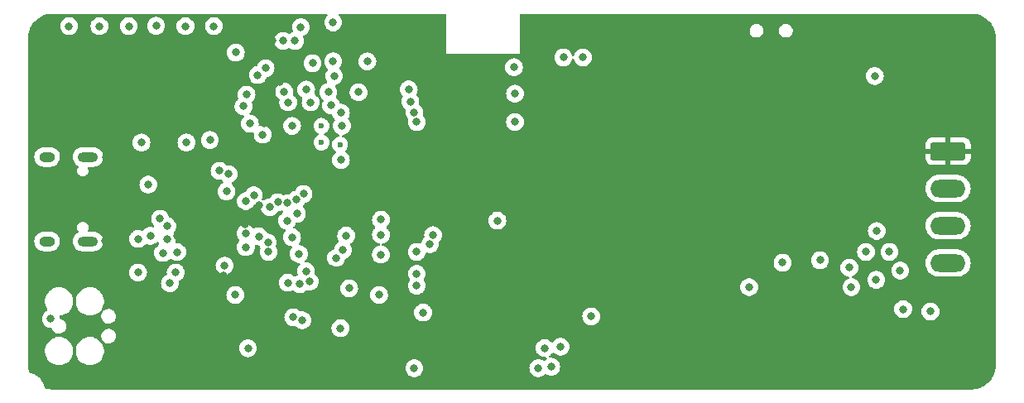
<source format=gbr>
%TF.GenerationSoftware,KiCad,Pcbnew,(6.99.0-1917-g23fb4c7433)*%
%TF.CreationDate,2022-06-08T13:57:36+10:00*%
%TF.ProjectId,samd21_gps_tracker,73616d64-3231-45f6-9770-735f74726163,rev?*%
%TF.SameCoordinates,Original*%
%TF.FileFunction,Copper,L2,Inr*%
%TF.FilePolarity,Positive*%
%FSLAX46Y46*%
G04 Gerber Fmt 4.6, Leading zero omitted, Abs format (unit mm)*
G04 Created by KiCad (PCBNEW (6.99.0-1917-g23fb4c7433)) date 2022-06-08 13:57:36*
%MOMM*%
%LPD*%
G01*
G04 APERTURE LIST*
G04 Aperture macros list*
%AMRoundRect*
0 Rectangle with rounded corners*
0 $1 Rounding radius*
0 $2 $3 $4 $5 $6 $7 $8 $9 X,Y pos of 4 corners*
0 Add a 4 corners polygon primitive as box body*
4,1,4,$2,$3,$4,$5,$6,$7,$8,$9,$2,$3,0*
0 Add four circle primitives for the rounded corners*
1,1,$1+$1,$2,$3*
1,1,$1+$1,$4,$5*
1,1,$1+$1,$6,$7*
1,1,$1+$1,$8,$9*
0 Add four rect primitives between the rounded corners*
20,1,$1+$1,$2,$3,$4,$5,0*
20,1,$1+$1,$4,$5,$6,$7,0*
20,1,$1+$1,$6,$7,$8,$9,0*
20,1,$1+$1,$8,$9,$2,$3,0*%
G04 Aperture macros list end*
%TA.AperFunction,ComponentPad*%
%ADD10RoundRect,0.250000X-1.550000X0.650000X-1.550000X-0.650000X1.550000X-0.650000X1.550000X0.650000X0*%
%TD*%
%TA.AperFunction,ComponentPad*%
%ADD11O,3.600000X1.800000*%
%TD*%
%TA.AperFunction,ComponentPad*%
%ADD12O,1.600000X1.000000*%
%TD*%
%TA.AperFunction,ComponentPad*%
%ADD13O,2.100000X1.000000*%
%TD*%
%TA.AperFunction,ViaPad*%
%ADD14C,0.800000*%
%TD*%
%TA.AperFunction,ViaPad*%
%ADD15C,0.600000*%
%TD*%
G04 APERTURE END LIST*
D10*
%TO.N,GND*%
%TO.C,J2*%
X232600000Y-51600000D03*
D11*
%TO.N,VIN*%
X232599999Y-55409999D03*
%TO.N,CH*%
X232599999Y-59219999D03*
%TO.N,CL*%
X232599999Y-63029999D03*
%TD*%
D12*
%TO.N,*%
%TO.C,J5*%
X140449999Y-60819999D03*
D13*
X144629999Y-60819999D03*
D12*
X140449999Y-52179999D03*
D13*
X144629999Y-52179999D03*
%TD*%
D14*
%TO.N,GND*%
X180250000Y-71500000D03*
X180000000Y-69500000D03*
X153750000Y-60250000D03*
X169250000Y-59000000D03*
X187000000Y-53250000D03*
X191500000Y-47750000D03*
X191500000Y-46750000D03*
X195250000Y-43500000D03*
X191750000Y-42000000D03*
X197750000Y-40750000D03*
X192500000Y-39750000D03*
X198500000Y-46000000D03*
X201250000Y-45500000D03*
X203000000Y-50000000D03*
X205500000Y-49500000D03*
X197500000Y-54500000D03*
X199750000Y-52500000D03*
X195250000Y-56250000D03*
X208500000Y-65500000D03*
X228000000Y-71750000D03*
X229250000Y-70000000D03*
X217000000Y-55750000D03*
X213000000Y-58000000D03*
X213000000Y-59250000D03*
X213000000Y-60500000D03*
X213000000Y-61750000D03*
X199970000Y-43550000D03*
X223790000Y-57930000D03*
X226940000Y-57930000D03*
X185000000Y-70500000D03*
X188000000Y-70500000D03*
X189250000Y-70500000D03*
X222990000Y-46340000D03*
X219710000Y-46340000D03*
X219710000Y-43490000D03*
X219740000Y-48750000D03*
X217120000Y-46340000D03*
X217120000Y-51290000D03*
X181400000Y-72800000D03*
X155800000Y-72000000D03*
X157600000Y-72000000D03*
X152400000Y-72000000D03*
X153600000Y-66800000D03*
X158400000Y-70600000D03*
X151200000Y-72000000D03*
X152600000Y-68000000D03*
X151000000Y-68400000D03*
X149400000Y-68600000D03*
X149400000Y-70200000D03*
X155600000Y-68000000D03*
X223000000Y-72000000D03*
X219000000Y-72000000D03*
X214750000Y-68000000D03*
X214750000Y-65000000D03*
X214500000Y-55500000D03*
X214500000Y-52000000D03*
X214500000Y-47750000D03*
X204750000Y-56250000D03*
X164250000Y-44500000D03*
X165750000Y-44500000D03*
X174750000Y-42000000D03*
X156200000Y-45000000D03*
X149800000Y-45000000D03*
X157700000Y-43100000D03*
X157700000Y-41300000D03*
X233700000Y-65900000D03*
X229800000Y-47700000D03*
X232200000Y-48700000D03*
X178400000Y-38600000D03*
X178400000Y-39700000D03*
X152700000Y-49800000D03*
X157800000Y-52100000D03*
X232700000Y-74100000D03*
X235900000Y-74100000D03*
X236000000Y-71000000D03*
X195700000Y-65900000D03*
X169500000Y-63600000D03*
X162750000Y-39250000D03*
X217000000Y-43000000D03*
X162800002Y-71700000D03*
X206500000Y-71750000D03*
X143000000Y-45000000D03*
X146500000Y-45000000D03*
X146382990Y-60750000D03*
X207750000Y-63250000D03*
X174800000Y-51500000D03*
X181800000Y-52600000D03*
X189000000Y-59000000D03*
X141000000Y-56000000D03*
X197750000Y-38760510D03*
X197683287Y-70115855D03*
X226750000Y-56500000D03*
X140000000Y-45000000D03*
X226250000Y-67750000D03*
X174400000Y-68200000D03*
X228400000Y-59200000D03*
X158181520Y-68676592D03*
X182600000Y-47500000D03*
X146750000Y-67000000D03*
X235000000Y-42000000D03*
X171300000Y-63600000D03*
X160750000Y-39250000D03*
X154500000Y-49300000D03*
X206500000Y-64250000D03*
X214500000Y-72000000D03*
X149600000Y-49500000D03*
X167500000Y-54181468D03*
X167250000Y-74000000D03*
X199970000Y-41650000D03*
X232000000Y-40000000D03*
X159000000Y-74250000D03*
X184000000Y-64000000D03*
X183900000Y-72800000D03*
X158500002Y-64300000D03*
X171485543Y-56483504D03*
X154000000Y-72000000D03*
X206000000Y-43000000D03*
X172504632Y-50317667D03*
X151432948Y-66832948D03*
X182500000Y-67300000D03*
X140500000Y-49300000D03*
X148000000Y-73000000D03*
X195250000Y-52500000D03*
X162600000Y-48700000D03*
X159900000Y-68600000D03*
X212000000Y-68000000D03*
X159700000Y-52100000D03*
X156750000Y-70000000D03*
X141000000Y-58000000D03*
X161846986Y-64767002D03*
X230800000Y-65600000D03*
X209500000Y-68000000D03*
X161750000Y-39250000D03*
X147500000Y-49300000D03*
X219750000Y-51250000D03*
X153788715Y-58538715D03*
X204500000Y-71750000D03*
X163500000Y-40250000D03*
X203000000Y-73500000D03*
X222840000Y-49260000D03*
X182600000Y-46300000D03*
X158500000Y-65300000D03*
X164000002Y-67000000D03*
X229400000Y-43300000D03*
X149250000Y-58750000D03*
X158100000Y-49300000D03*
X163249998Y-74000000D03*
X153250000Y-45000000D03*
X205500000Y-73500000D03*
X169500000Y-54181468D03*
X189100000Y-72800000D03*
X146500000Y-52250000D03*
X189000000Y-64000000D03*
X229600000Y-61000000D03*
X208000000Y-73500000D03*
X171250000Y-74000000D03*
X149100000Y-54400000D03*
X151157948Y-70092052D03*
X142500000Y-62000000D03*
X199581907Y-68905041D03*
X210000000Y-49000000D03*
X169200002Y-57000000D03*
X152200000Y-52000000D03*
X174750000Y-43500000D03*
X144000000Y-49300002D03*
X152200000Y-56900000D03*
X161000000Y-74250000D03*
X162100000Y-57100000D03*
X160727701Y-59033455D03*
X141000000Y-54000000D03*
X162500000Y-46815479D03*
X210000000Y-45000000D03*
X224000000Y-56500000D03*
%TO.N,+3V3*%
X154600000Y-38800000D03*
X212250000Y-65500000D03*
X157500000Y-38800000D03*
X173200000Y-42400000D03*
X170450000Y-69700000D03*
X226600000Y-61900000D03*
X228000000Y-67750000D03*
X140835032Y-68750000D03*
X153600000Y-64000000D03*
X225250000Y-64750000D03*
X222500000Y-63500000D03*
X142700000Y-38800000D03*
X148800000Y-38800000D03*
X153750000Y-61910510D03*
X227700000Y-63800000D03*
X145800000Y-38800000D03*
X195250000Y-42000000D03*
X165623474Y-68580185D03*
X224200000Y-61900000D03*
X151600000Y-38760510D03*
X169700000Y-42400000D03*
X196100000Y-68500000D03*
X222700000Y-65500000D03*
X225300000Y-59750000D03*
X230800000Y-68000000D03*
%TO.N,VIN*%
X157100000Y-50448999D03*
X225100000Y-43900000D03*
%TO.N,LoRa_VCC*%
X186500000Y-58700000D03*
X174600000Y-58600000D03*
X169211276Y-45549490D03*
X160532719Y-47000000D03*
X172300000Y-45549490D03*
%TO.N,Net-(C15-Pad1)*%
X188200000Y-43000000D03*
X169700619Y-38411968D03*
X169800000Y-43900000D03*
X193250000Y-42000000D03*
D15*
%TO.N,Net-(C22-Pad1)*%
X170400000Y-50900000D03*
%TO.N,Net-(C23-Pad1)*%
X168500000Y-50700000D03*
%TO.N,Net-(C24-Pad1)*%
X168500000Y-49000000D03*
D14*
%TO.N,SIM_VDD*%
X178900000Y-68100000D03*
X177436699Y-45264198D03*
%TO.N,Net-(C26-Pad1)*%
X161000000Y-71750000D03*
%TO.N,SWDIO*%
X151000000Y-60250000D03*
X152000000Y-58500000D03*
%TO.N,~{Reset}*%
X160750004Y-60000209D03*
X159699998Y-66300000D03*
%TO.N,SWCLK*%
X149761466Y-60568572D03*
X152750000Y-59250000D03*
%TO.N,STATUS_LED*%
X165500000Y-60400000D03*
X158800000Y-55700000D03*
%TO.N,PPS*%
X150800000Y-55000000D03*
X166678075Y-55963720D03*
%TO.N,GPS_ON*%
X166400000Y-38900000D03*
X167600000Y-42600000D03*
%TO.N,SDA*%
X165100000Y-46600000D03*
X164052188Y-56817983D03*
X167400000Y-46600000D03*
X188300000Y-48600000D03*
%TO.N,SCL*%
X166950661Y-45279779D03*
X188300000Y-45700000D03*
X164700000Y-45500000D03*
X163220624Y-57311555D03*
%TO.N,RN_RST*%
X160771562Y-61415479D03*
X158600000Y-63310032D03*
X170000000Y-62500000D03*
X163100000Y-61900000D03*
%TO.N,CAN_RST*%
X149750000Y-64000000D03*
X152300000Y-62000000D03*
%TO.N,INT1*%
X162000000Y-43800000D03*
X162500000Y-49900000D03*
X160843222Y-45803329D03*
X161183229Y-48767600D03*
%TO.N,INT2*%
X165800000Y-40300000D03*
X162800000Y-43100000D03*
%TO.N,SIM_DATA*%
X178000000Y-47600000D03*
X170500000Y-47650500D03*
X178249490Y-64138258D03*
%TO.N,SIM_CLK*%
X170600000Y-49000000D03*
X178249490Y-48602194D03*
X178249490Y-61900000D03*
%TO.N,SIM_RST*%
X169500000Y-46900000D03*
X177600000Y-46500000D03*
X178249490Y-65336584D03*
%TO.N,~{EN}*%
X215665989Y-62999991D03*
X219500000Y-62750000D03*
%TO.N,GPS_TX*%
X165015603Y-56901305D03*
%TO.N,GPS_RX*%
X165923559Y-56568549D03*
%TO.N,RN_RX*%
X174586357Y-62160312D03*
X179607798Y-61092749D03*
X170700000Y-61700000D03*
X165000000Y-58700000D03*
%TO.N,RN_TX*%
X171028281Y-60228281D03*
X179921847Y-60178153D03*
X166000000Y-58000000D03*
X174593171Y-60135510D03*
%TO.N,D11-MOSI*%
X191340869Y-71740869D03*
X166927416Y-63872584D03*
%TO.N,D13-SCK*%
X192962064Y-71586890D03*
X167303989Y-64927950D03*
%TO.N,D10-SS*%
X190684430Y-73789629D03*
X166300000Y-65200000D03*
%TO.N,D12-MISO*%
X165066936Y-65045584D03*
X192000000Y-73644968D03*
%TO.N,STATUS*%
X161596197Y-56098003D03*
X159000000Y-53939490D03*
X163027007Y-60935747D03*
%TO.N,NETLIGHT*%
X160778988Y-56700000D03*
X158085679Y-53591119D03*
X162100000Y-60300000D03*
%TO.N,SIM_PWRKEY*%
X166542067Y-68882341D03*
%TO.N,SIM_TXD*%
X174400000Y-66300000D03*
%TO.N,SIM_RXD*%
X171342012Y-65624173D03*
%TO.N,BATT_ADC*%
X166200000Y-62100000D03*
X178000000Y-73800000D03*
%TO.N,3V3*%
X152700000Y-60600000D03*
X150100000Y-50700000D03*
X164600000Y-40300000D03*
X154700000Y-50700000D03*
X170500000Y-52500000D03*
X153000000Y-65100000D03*
X165500000Y-49000000D03*
X159749999Y-41500000D03*
%TD*%
%TA.AperFunction,Conductor*%
%TO.N,GND*%
G36*
X169061413Y-37545502D02*
G01*
X169107906Y-37599158D01*
X169118010Y-37669432D01*
X169086929Y-37735808D01*
X168961579Y-37875024D01*
X168866092Y-38040412D01*
X168807077Y-38222040D01*
X168806387Y-38228601D01*
X168806387Y-38228603D01*
X168803282Y-38258148D01*
X168787115Y-38411968D01*
X168787805Y-38418533D01*
X168805651Y-38588324D01*
X168807077Y-38601896D01*
X168866092Y-38783524D01*
X168961579Y-38948912D01*
X168965997Y-38953819D01*
X168965998Y-38953820D01*
X169025384Y-39019775D01*
X169089366Y-39090834D01*
X169243867Y-39203086D01*
X169249895Y-39205770D01*
X169249897Y-39205771D01*
X169397894Y-39271663D01*
X169418331Y-39280762D01*
X169511731Y-39300615D01*
X169598675Y-39319096D01*
X169598680Y-39319096D01*
X169605132Y-39320468D01*
X169796106Y-39320468D01*
X169802558Y-39319096D01*
X169802563Y-39319096D01*
X169889506Y-39300615D01*
X169982907Y-39280762D01*
X170003344Y-39271663D01*
X170151341Y-39205771D01*
X170151343Y-39205770D01*
X170157371Y-39203086D01*
X170311872Y-39090834D01*
X170375854Y-39019775D01*
X170435240Y-38953820D01*
X170435241Y-38953819D01*
X170439659Y-38948912D01*
X170535146Y-38783524D01*
X170594161Y-38601896D01*
X170595588Y-38588324D01*
X170613433Y-38418533D01*
X170614123Y-38411968D01*
X170597956Y-38258148D01*
X170594851Y-38228603D01*
X170594851Y-38228601D01*
X170594161Y-38222040D01*
X170535146Y-38040412D01*
X170439659Y-37875024D01*
X170314309Y-37735808D01*
X170283593Y-37671803D01*
X170292357Y-37601349D01*
X170337819Y-37546818D01*
X170407946Y-37525500D01*
X181174000Y-37525500D01*
X181242121Y-37545502D01*
X181288614Y-37599158D01*
X181300000Y-37651500D01*
X181300000Y-41600000D01*
X188800000Y-41600000D01*
X188800000Y-39355056D01*
X212299500Y-39355056D01*
X212340210Y-39520225D01*
X212343752Y-39526974D01*
X212343753Y-39526976D01*
X212373025Y-39582749D01*
X212419266Y-39670852D01*
X212424317Y-39676553D01*
X212424318Y-39676555D01*
X212452619Y-39708500D01*
X212532071Y-39798183D01*
X212538343Y-39802512D01*
X212538345Y-39802514D01*
X212618685Y-39857969D01*
X212672070Y-39894818D01*
X212679200Y-39897522D01*
X212823999Y-39952437D01*
X212824004Y-39952438D01*
X212831128Y-39955140D01*
X212838697Y-39956059D01*
X212953845Y-39970041D01*
X212953851Y-39970041D01*
X212957628Y-39970500D01*
X213042372Y-39970500D01*
X213046149Y-39970041D01*
X213046155Y-39970041D01*
X213161303Y-39956059D01*
X213168872Y-39955140D01*
X213175996Y-39952438D01*
X213176001Y-39952437D01*
X213320800Y-39897522D01*
X213327930Y-39894818D01*
X213381315Y-39857969D01*
X213461655Y-39802514D01*
X213461657Y-39802512D01*
X213467929Y-39798183D01*
X213547381Y-39708500D01*
X213575682Y-39676555D01*
X213575683Y-39676553D01*
X213580734Y-39670852D01*
X213626975Y-39582749D01*
X213656247Y-39526976D01*
X213656248Y-39526974D01*
X213659790Y-39520225D01*
X213700500Y-39355056D01*
X215299500Y-39355056D01*
X215340210Y-39520225D01*
X215343752Y-39526974D01*
X215343753Y-39526976D01*
X215373025Y-39582749D01*
X215419266Y-39670852D01*
X215424317Y-39676553D01*
X215424318Y-39676555D01*
X215452619Y-39708500D01*
X215532071Y-39798183D01*
X215538343Y-39802512D01*
X215538345Y-39802514D01*
X215618685Y-39857969D01*
X215672070Y-39894818D01*
X215679200Y-39897522D01*
X215823999Y-39952437D01*
X215824004Y-39952438D01*
X215831128Y-39955140D01*
X215838697Y-39956059D01*
X215953845Y-39970041D01*
X215953851Y-39970041D01*
X215957628Y-39970500D01*
X216042372Y-39970500D01*
X216046149Y-39970041D01*
X216046155Y-39970041D01*
X216161303Y-39956059D01*
X216168872Y-39955140D01*
X216175996Y-39952438D01*
X216176001Y-39952437D01*
X216320800Y-39897522D01*
X216327930Y-39894818D01*
X216381315Y-39857969D01*
X216461655Y-39802514D01*
X216461657Y-39802512D01*
X216467929Y-39798183D01*
X216547381Y-39708500D01*
X216575682Y-39676555D01*
X216575683Y-39676553D01*
X216580734Y-39670852D01*
X216626975Y-39582749D01*
X216656247Y-39526976D01*
X216656248Y-39526974D01*
X216659790Y-39520225D01*
X216700500Y-39355056D01*
X216700500Y-39184944D01*
X216659790Y-39019775D01*
X216640681Y-38983365D01*
X216600372Y-38906565D01*
X216580734Y-38869148D01*
X216569970Y-38856997D01*
X216472984Y-38747523D01*
X216467929Y-38741817D01*
X216327930Y-38645182D01*
X216316616Y-38640891D01*
X216176001Y-38587563D01*
X216175996Y-38587562D01*
X216168872Y-38584860D01*
X216146620Y-38582158D01*
X216046155Y-38569959D01*
X216046149Y-38569959D01*
X216042372Y-38569500D01*
X215957628Y-38569500D01*
X215953851Y-38569959D01*
X215953845Y-38569959D01*
X215853380Y-38582158D01*
X215831128Y-38584860D01*
X215824004Y-38587562D01*
X215823999Y-38587563D01*
X215683384Y-38640891D01*
X215672070Y-38645182D01*
X215532071Y-38741817D01*
X215527016Y-38747523D01*
X215430031Y-38856997D01*
X215419266Y-38869148D01*
X215399628Y-38906565D01*
X215359320Y-38983365D01*
X215340210Y-39019775D01*
X215299500Y-39184944D01*
X215299500Y-39355056D01*
X213700500Y-39355056D01*
X213700500Y-39184944D01*
X213659790Y-39019775D01*
X213640681Y-38983365D01*
X213600372Y-38906565D01*
X213580734Y-38869148D01*
X213569970Y-38856997D01*
X213472984Y-38747523D01*
X213467929Y-38741817D01*
X213327930Y-38645182D01*
X213316616Y-38640891D01*
X213176001Y-38587563D01*
X213175996Y-38587562D01*
X213168872Y-38584860D01*
X213146620Y-38582158D01*
X213046155Y-38569959D01*
X213046149Y-38569959D01*
X213042372Y-38569500D01*
X212957628Y-38569500D01*
X212953851Y-38569959D01*
X212953845Y-38569959D01*
X212853380Y-38582158D01*
X212831128Y-38584860D01*
X212824004Y-38587562D01*
X212823999Y-38587563D01*
X212683384Y-38640891D01*
X212672070Y-38645182D01*
X212532071Y-38741817D01*
X212527016Y-38747523D01*
X212430031Y-38856997D01*
X212419266Y-38869148D01*
X212399628Y-38906565D01*
X212359320Y-38983365D01*
X212340210Y-39019775D01*
X212299500Y-39184944D01*
X212299500Y-39355056D01*
X188800000Y-39355056D01*
X188800000Y-37651500D01*
X188820002Y-37583379D01*
X188873658Y-37536886D01*
X188926000Y-37525500D01*
X234996194Y-37525500D01*
X235003802Y-37525730D01*
X235290661Y-37543082D01*
X235305765Y-37544916D01*
X235584689Y-37596030D01*
X235599462Y-37599671D01*
X235870201Y-37684037D01*
X235884419Y-37689429D01*
X236143006Y-37805811D01*
X236156476Y-37812880D01*
X236399154Y-37959584D01*
X236411676Y-37968227D01*
X236634903Y-38143114D01*
X236646291Y-38153204D01*
X236846796Y-38353709D01*
X236856886Y-38365097D01*
X237031773Y-38588324D01*
X237040416Y-38600846D01*
X237187120Y-38843524D01*
X237194189Y-38856994D01*
X237301851Y-39096206D01*
X237310569Y-39115577D01*
X237315963Y-39129799D01*
X237383782Y-39347438D01*
X237400329Y-39400538D01*
X237403970Y-39415311D01*
X237455084Y-39694235D01*
X237456918Y-39709339D01*
X237474270Y-39996198D01*
X237474500Y-40003806D01*
X237474500Y-73496194D01*
X237474270Y-73503802D01*
X237456918Y-73790661D01*
X237455084Y-73805765D01*
X237403970Y-74084689D01*
X237400329Y-74099462D01*
X237316354Y-74368949D01*
X237315965Y-74370196D01*
X237310571Y-74384419D01*
X237216334Y-74593803D01*
X237194191Y-74643003D01*
X237187120Y-74656476D01*
X237040416Y-74899154D01*
X237031773Y-74911676D01*
X236856886Y-75134903D01*
X236846796Y-75146291D01*
X236646291Y-75346796D01*
X236634903Y-75356886D01*
X236411676Y-75531773D01*
X236399154Y-75540416D01*
X236156476Y-75687120D01*
X236143006Y-75694189D01*
X235884419Y-75810571D01*
X235870201Y-75815963D01*
X235692061Y-75871474D01*
X235599462Y-75900329D01*
X235584689Y-75903970D01*
X235305765Y-75955084D01*
X235290661Y-75956918D01*
X235003802Y-75974270D01*
X234996194Y-75974500D01*
X141003806Y-75974500D01*
X140996198Y-75974270D01*
X140709339Y-75956918D01*
X140694235Y-75955084D01*
X140415311Y-75903970D01*
X140400541Y-75900330D01*
X140266156Y-75858454D01*
X140207071Y-75819091D01*
X140181479Y-75756082D01*
X140179013Y-75756454D01*
X140178311Y-75751794D01*
X140177958Y-75747089D01*
X140130786Y-75540416D01*
X140122572Y-75504427D01*
X140122572Y-75504426D01*
X140121522Y-75499827D01*
X140119800Y-75495439D01*
X140119798Y-75495433D01*
X140030588Y-75268131D01*
X140028864Y-75263738D01*
X139902054Y-75044096D01*
X139743924Y-74845807D01*
X139583286Y-74696757D01*
X139561456Y-74676502D01*
X139561455Y-74676501D01*
X139558007Y-74673302D01*
X139553408Y-74670166D01*
X139352350Y-74533087D01*
X139348456Y-74530432D01*
X139344209Y-74528387D01*
X139344206Y-74528385D01*
X139124200Y-74422436D01*
X139124198Y-74422435D01*
X139119951Y-74420390D01*
X138877598Y-74345634D01*
X138872948Y-74344933D01*
X138872943Y-74344932D01*
X138744502Y-74325573D01*
X138680123Y-74295641D01*
X138642986Y-74238465D01*
X138625364Y-74181912D01*
X138599671Y-74099462D01*
X138596030Y-74084689D01*
X138544916Y-73805765D01*
X138544216Y-73800000D01*
X177086496Y-73800000D01*
X177087186Y-73806565D01*
X177090824Y-73841174D01*
X177106458Y-73989928D01*
X177165473Y-74171556D01*
X177260960Y-74336944D01*
X177265378Y-74341851D01*
X177265379Y-74341852D01*
X177270035Y-74347023D01*
X177388747Y-74478866D01*
X177470677Y-74538392D01*
X177528974Y-74580747D01*
X177543248Y-74591118D01*
X177549276Y-74593802D01*
X177549278Y-74593803D01*
X177711681Y-74666109D01*
X177717712Y-74668794D01*
X177811112Y-74688647D01*
X177898056Y-74707128D01*
X177898061Y-74707128D01*
X177904513Y-74708500D01*
X178095487Y-74708500D01*
X178101939Y-74707128D01*
X178101944Y-74707128D01*
X178188888Y-74688647D01*
X178282288Y-74668794D01*
X178288319Y-74666109D01*
X178450722Y-74593803D01*
X178450724Y-74593802D01*
X178456752Y-74591118D01*
X178471027Y-74580747D01*
X178529323Y-74538392D01*
X178611253Y-74478866D01*
X178729965Y-74347023D01*
X178734621Y-74341852D01*
X178734622Y-74341851D01*
X178739040Y-74336944D01*
X178834527Y-74171556D01*
X178893542Y-73989928D01*
X178909177Y-73841174D01*
X178912814Y-73806565D01*
X178913504Y-73800000D01*
X178912414Y-73789629D01*
X189770926Y-73789629D01*
X189771616Y-73796194D01*
X189776344Y-73841174D01*
X189790888Y-73979557D01*
X189849903Y-74161185D01*
X189945390Y-74326573D01*
X189949808Y-74331480D01*
X189949809Y-74331481D01*
X190031705Y-74422436D01*
X190073177Y-74468495D01*
X190227678Y-74580747D01*
X190233706Y-74583431D01*
X190233708Y-74583432D01*
X190367508Y-74643003D01*
X190402142Y-74658423D01*
X190472142Y-74673302D01*
X190582486Y-74696757D01*
X190582491Y-74696757D01*
X190588943Y-74698129D01*
X190779917Y-74698129D01*
X190786369Y-74696757D01*
X190786374Y-74696757D01*
X190896718Y-74673302D01*
X190966718Y-74658423D01*
X191001352Y-74643003D01*
X191135152Y-74583432D01*
X191135154Y-74583431D01*
X191141182Y-74580747D01*
X191295683Y-74468495D01*
X191335315Y-74424479D01*
X191395761Y-74387239D01*
X191466744Y-74388591D01*
X191503012Y-74406853D01*
X191527272Y-74424479D01*
X191543248Y-74436086D01*
X191549276Y-74438770D01*
X191549278Y-74438771D01*
X191648055Y-74482749D01*
X191717712Y-74513762D01*
X191811112Y-74533615D01*
X191898056Y-74552096D01*
X191898061Y-74552096D01*
X191904513Y-74553468D01*
X192095487Y-74553468D01*
X192101939Y-74552096D01*
X192101944Y-74552096D01*
X192188887Y-74533615D01*
X192282288Y-74513762D01*
X192351945Y-74482749D01*
X192450722Y-74438771D01*
X192450724Y-74438770D01*
X192456752Y-74436086D01*
X192611253Y-74323834D01*
X192620278Y-74313811D01*
X192734621Y-74186820D01*
X192734622Y-74186819D01*
X192739040Y-74181912D01*
X192834527Y-74016524D01*
X192893542Y-73834896D01*
X192913504Y-73644968D01*
X192909436Y-73606264D01*
X192894232Y-73461603D01*
X192894232Y-73461601D01*
X192893542Y-73455040D01*
X192834527Y-73273412D01*
X192739040Y-73108024D01*
X192611253Y-72966102D01*
X192456752Y-72853850D01*
X192450724Y-72851166D01*
X192450722Y-72851165D01*
X192288319Y-72778859D01*
X192288318Y-72778859D01*
X192282288Y-72776174D01*
X192188887Y-72756321D01*
X192101944Y-72737840D01*
X192101939Y-72737840D01*
X192095487Y-72736468D01*
X191904513Y-72736468D01*
X191904513Y-72733566D01*
X191847140Y-72723040D01*
X191795321Y-72674509D01*
X191777966Y-72605666D01*
X191800586Y-72538369D01*
X191829809Y-72508601D01*
X191934210Y-72432749D01*
X191946778Y-72423618D01*
X191946780Y-72423616D01*
X191952122Y-72419735D01*
X191970671Y-72399134D01*
X192075490Y-72282721D01*
X192075491Y-72282720D01*
X192079909Y-72277813D01*
X192103279Y-72237335D01*
X192154663Y-72188342D01*
X192224376Y-72174907D01*
X192290287Y-72201294D01*
X192306034Y-72216026D01*
X192350811Y-72265756D01*
X192505312Y-72378008D01*
X192511340Y-72380692D01*
X192511342Y-72380693D01*
X192673745Y-72452999D01*
X192679776Y-72455684D01*
X192773176Y-72475537D01*
X192860120Y-72494018D01*
X192860125Y-72494018D01*
X192866577Y-72495390D01*
X193057551Y-72495390D01*
X193064003Y-72494018D01*
X193064008Y-72494018D01*
X193150952Y-72475537D01*
X193244352Y-72455684D01*
X193250383Y-72452999D01*
X193412786Y-72380693D01*
X193412788Y-72380692D01*
X193418816Y-72378008D01*
X193573317Y-72265756D01*
X193655118Y-72174907D01*
X193696685Y-72128742D01*
X193696686Y-72128741D01*
X193701104Y-72123834D01*
X193796591Y-71958446D01*
X193855606Y-71776818D01*
X193858695Y-71747434D01*
X193874878Y-71593455D01*
X193875568Y-71586890D01*
X193855606Y-71396962D01*
X193796591Y-71215334D01*
X193787171Y-71199017D01*
X193710900Y-71066914D01*
X193701104Y-71049946D01*
X193573317Y-70908024D01*
X193451844Y-70819768D01*
X193424158Y-70799653D01*
X193424157Y-70799652D01*
X193418816Y-70795772D01*
X193412788Y-70793088D01*
X193412786Y-70793087D01*
X193250383Y-70720781D01*
X193250382Y-70720781D01*
X193244352Y-70718096D01*
X193150952Y-70698243D01*
X193064008Y-70679762D01*
X193064003Y-70679762D01*
X193057551Y-70678390D01*
X192866577Y-70678390D01*
X192860125Y-70679762D01*
X192860120Y-70679762D01*
X192773176Y-70698243D01*
X192679776Y-70718096D01*
X192673746Y-70720781D01*
X192673745Y-70720781D01*
X192511342Y-70793087D01*
X192511340Y-70793088D01*
X192505312Y-70795772D01*
X192499971Y-70799652D01*
X192499970Y-70799653D01*
X192472284Y-70819768D01*
X192350811Y-70908024D01*
X192223024Y-71049946D01*
X192213228Y-71066914D01*
X192199654Y-71090424D01*
X192148270Y-71139417D01*
X192078557Y-71152852D01*
X192012646Y-71126465D01*
X191996899Y-71111733D01*
X191956544Y-71066914D01*
X191956543Y-71066913D01*
X191952122Y-71062003D01*
X191817774Y-70964393D01*
X191802963Y-70953632D01*
X191802962Y-70953631D01*
X191797621Y-70949751D01*
X191791593Y-70947067D01*
X191791591Y-70947066D01*
X191629188Y-70874760D01*
X191629187Y-70874760D01*
X191623157Y-70872075D01*
X191529756Y-70852222D01*
X191442813Y-70833741D01*
X191442808Y-70833741D01*
X191436356Y-70832369D01*
X191245382Y-70832369D01*
X191238930Y-70833741D01*
X191238925Y-70833741D01*
X191151982Y-70852222D01*
X191058581Y-70872075D01*
X191052551Y-70874760D01*
X191052550Y-70874760D01*
X190890147Y-70947066D01*
X190890145Y-70947067D01*
X190884117Y-70949751D01*
X190878776Y-70953631D01*
X190878775Y-70953632D01*
X190863964Y-70964393D01*
X190729616Y-71062003D01*
X190725195Y-71066913D01*
X190725194Y-71066914D01*
X190708131Y-71085865D01*
X190601829Y-71203925D01*
X190506342Y-71369313D01*
X190447327Y-71550941D01*
X190446637Y-71557502D01*
X190446637Y-71557504D01*
X190432613Y-71690936D01*
X190427365Y-71740869D01*
X190447327Y-71930797D01*
X190506342Y-72112425D01*
X190509645Y-72118147D01*
X190509646Y-72118148D01*
X190530313Y-72153944D01*
X190601829Y-72277813D01*
X190606247Y-72282720D01*
X190606248Y-72282721D01*
X190711067Y-72399134D01*
X190729616Y-72419735D01*
X190884117Y-72531987D01*
X190890145Y-72534671D01*
X190890147Y-72534672D01*
X191052550Y-72606978D01*
X191058581Y-72609663D01*
X191151981Y-72629516D01*
X191238925Y-72647997D01*
X191238930Y-72647997D01*
X191245382Y-72649369D01*
X191436356Y-72649369D01*
X191436356Y-72652271D01*
X191493729Y-72662797D01*
X191545548Y-72711328D01*
X191562903Y-72780171D01*
X191540283Y-72847468D01*
X191511060Y-72877236D01*
X191388747Y-72966102D01*
X191384326Y-72971012D01*
X191384325Y-72971013D01*
X191349115Y-73010118D01*
X191288669Y-73047358D01*
X191217686Y-73046006D01*
X191181418Y-73027744D01*
X191146524Y-73002392D01*
X191146523Y-73002391D01*
X191141182Y-72998511D01*
X191135154Y-72995827D01*
X191135152Y-72995826D01*
X190972749Y-72923520D01*
X190972748Y-72923520D01*
X190966718Y-72920835D01*
X190873318Y-72900982D01*
X190786374Y-72882501D01*
X190786369Y-72882501D01*
X190779917Y-72881129D01*
X190588943Y-72881129D01*
X190582491Y-72882501D01*
X190582486Y-72882501D01*
X190495542Y-72900982D01*
X190402142Y-72920835D01*
X190396112Y-72923520D01*
X190396111Y-72923520D01*
X190233708Y-72995826D01*
X190233706Y-72995827D01*
X190227678Y-72998511D01*
X190222337Y-73002391D01*
X190222336Y-73002392D01*
X190211702Y-73010118D01*
X190073177Y-73110763D01*
X190068756Y-73115673D01*
X190068755Y-73115674D01*
X190012067Y-73178633D01*
X189945390Y-73252685D01*
X189849903Y-73418073D01*
X189790888Y-73599701D01*
X189770926Y-73789629D01*
X178912414Y-73789629D01*
X178893542Y-73610072D01*
X178834527Y-73428444D01*
X178819610Y-73402606D01*
X178763905Y-73306124D01*
X178739040Y-73263056D01*
X178611253Y-73121134D01*
X178456752Y-73008882D01*
X178450724Y-73006198D01*
X178450722Y-73006197D01*
X178288319Y-72933891D01*
X178288318Y-72933891D01*
X178282288Y-72931206D01*
X178188888Y-72911353D01*
X178101944Y-72892872D01*
X178101939Y-72892872D01*
X178095487Y-72891500D01*
X177904513Y-72891500D01*
X177898061Y-72892872D01*
X177898056Y-72892872D01*
X177811112Y-72911353D01*
X177717712Y-72931206D01*
X177711682Y-72933891D01*
X177711681Y-72933891D01*
X177549278Y-73006197D01*
X177549276Y-73006198D01*
X177543248Y-73008882D01*
X177388747Y-73121134D01*
X177260960Y-73263056D01*
X177236095Y-73306124D01*
X177180391Y-73402606D01*
X177165473Y-73428444D01*
X177106458Y-73610072D01*
X177086496Y-73800000D01*
X138544216Y-73800000D01*
X138543082Y-73790661D01*
X138525730Y-73503802D01*
X138525500Y-73496194D01*
X138525500Y-72159152D01*
X140222050Y-72159152D01*
X140261274Y-72394206D01*
X140338651Y-72619597D01*
X140341131Y-72624179D01*
X140341132Y-72624182D01*
X140422644Y-72774802D01*
X140452071Y-72829179D01*
X140455266Y-72833284D01*
X140455270Y-72833290D01*
X140594959Y-73012763D01*
X140598440Y-73017235D01*
X140602277Y-73020767D01*
X140769925Y-73175098D01*
X140769931Y-73175103D01*
X140773766Y-73178633D01*
X140973266Y-73308973D01*
X141191498Y-73404699D01*
X141196546Y-73405977D01*
X141196551Y-73405979D01*
X141417451Y-73461918D01*
X141422510Y-73463199D01*
X141427701Y-73463629D01*
X141427706Y-73463630D01*
X141597927Y-73477735D01*
X141597940Y-73477736D01*
X141600528Y-73477950D01*
X141719472Y-73477950D01*
X141722060Y-73477736D01*
X141722073Y-73477735D01*
X141892294Y-73463630D01*
X141892299Y-73463629D01*
X141897490Y-73463199D01*
X141902549Y-73461918D01*
X142123449Y-73405979D01*
X142123454Y-73405977D01*
X142128502Y-73404699D01*
X142346734Y-73308973D01*
X142546234Y-73178633D01*
X142550069Y-73175103D01*
X142550075Y-73175098D01*
X142717723Y-73020767D01*
X142721560Y-73017235D01*
X142725041Y-73012763D01*
X142864730Y-72833290D01*
X142864734Y-72833284D01*
X142867929Y-72829179D01*
X142897357Y-72774802D01*
X142978868Y-72624182D01*
X142978869Y-72624179D01*
X142981349Y-72619597D01*
X143058726Y-72394206D01*
X143097950Y-72159152D01*
X143397050Y-72159152D01*
X143436274Y-72394206D01*
X143513651Y-72619597D01*
X143516131Y-72624179D01*
X143516132Y-72624182D01*
X143597644Y-72774802D01*
X143627071Y-72829179D01*
X143630266Y-72833284D01*
X143630270Y-72833290D01*
X143769959Y-73012763D01*
X143773440Y-73017235D01*
X143777277Y-73020767D01*
X143944925Y-73175098D01*
X143944931Y-73175103D01*
X143948766Y-73178633D01*
X144148266Y-73308973D01*
X144366498Y-73404699D01*
X144371546Y-73405977D01*
X144371551Y-73405979D01*
X144592451Y-73461918D01*
X144597510Y-73463199D01*
X144602701Y-73463629D01*
X144602706Y-73463630D01*
X144772927Y-73477735D01*
X144772940Y-73477736D01*
X144775528Y-73477950D01*
X144894472Y-73477950D01*
X144897060Y-73477736D01*
X144897073Y-73477735D01*
X145067294Y-73463630D01*
X145067299Y-73463629D01*
X145072490Y-73463199D01*
X145077549Y-73461918D01*
X145298449Y-73405979D01*
X145298454Y-73405977D01*
X145303502Y-73404699D01*
X145521734Y-73308973D01*
X145721234Y-73178633D01*
X145725069Y-73175103D01*
X145725075Y-73175098D01*
X145892723Y-73020767D01*
X145896560Y-73017235D01*
X145900041Y-73012763D01*
X146039730Y-72833290D01*
X146039734Y-72833284D01*
X146042929Y-72829179D01*
X146072357Y-72774802D01*
X146153868Y-72624182D01*
X146153869Y-72624179D01*
X146156349Y-72619597D01*
X146233726Y-72394206D01*
X146272950Y-72159152D01*
X146272950Y-71920848D01*
X146244440Y-71750000D01*
X160086496Y-71750000D01*
X160087186Y-71756565D01*
X160104809Y-71924234D01*
X160106458Y-71939928D01*
X160165473Y-72121556D01*
X160260960Y-72286944D01*
X160265378Y-72291851D01*
X160265379Y-72291852D01*
X160380525Y-72419735D01*
X160388747Y-72428866D01*
X160421963Y-72452999D01*
X160525339Y-72528106D01*
X160543248Y-72541118D01*
X160549276Y-72543802D01*
X160549278Y-72543803D01*
X160697203Y-72609663D01*
X160717712Y-72618794D01*
X160811112Y-72638647D01*
X160898056Y-72657128D01*
X160898061Y-72657128D01*
X160904513Y-72658500D01*
X161095487Y-72658500D01*
X161101939Y-72657128D01*
X161101944Y-72657128D01*
X161188888Y-72638647D01*
X161282288Y-72618794D01*
X161302797Y-72609663D01*
X161450722Y-72543803D01*
X161450724Y-72543802D01*
X161456752Y-72541118D01*
X161474662Y-72528106D01*
X161578037Y-72452999D01*
X161611253Y-72428866D01*
X161619475Y-72419735D01*
X161734621Y-72291852D01*
X161734622Y-72291851D01*
X161739040Y-72286944D01*
X161834527Y-72121556D01*
X161893542Y-71939928D01*
X161895192Y-71924234D01*
X161912814Y-71756565D01*
X161913504Y-71750000D01*
X161893542Y-71560072D01*
X161834527Y-71378444D01*
X161739040Y-71213056D01*
X161730819Y-71203925D01*
X161615675Y-71076045D01*
X161615674Y-71076044D01*
X161611253Y-71071134D01*
X161456752Y-70958882D01*
X161450724Y-70956198D01*
X161450722Y-70956197D01*
X161288319Y-70883891D01*
X161288318Y-70883891D01*
X161282288Y-70881206D01*
X161188887Y-70861353D01*
X161101944Y-70842872D01*
X161101939Y-70842872D01*
X161095487Y-70841500D01*
X160904513Y-70841500D01*
X160898061Y-70842872D01*
X160898056Y-70842872D01*
X160811113Y-70861353D01*
X160717712Y-70881206D01*
X160711682Y-70883891D01*
X160711681Y-70883891D01*
X160549278Y-70956197D01*
X160549276Y-70956198D01*
X160543248Y-70958882D01*
X160388747Y-71071134D01*
X160384326Y-71076044D01*
X160384325Y-71076045D01*
X160269182Y-71203925D01*
X160260960Y-71213056D01*
X160165473Y-71378444D01*
X160106458Y-71560072D01*
X160086496Y-71750000D01*
X146244440Y-71750000D01*
X146233726Y-71685794D01*
X146156349Y-71460403D01*
X146125568Y-71403525D01*
X146045409Y-71255403D01*
X146045407Y-71255400D01*
X146042929Y-71250821D01*
X146039734Y-71246716D01*
X146039730Y-71246710D01*
X145899760Y-71066876D01*
X145899758Y-71066874D01*
X145896560Y-71062765D01*
X145789699Y-70964393D01*
X145725075Y-70904902D01*
X145725069Y-70904897D01*
X145721234Y-70901367D01*
X145521734Y-70771027D01*
X145401064Y-70718096D01*
X145308274Y-70677394D01*
X145308272Y-70677393D01*
X145303502Y-70675301D01*
X145298454Y-70674023D01*
X145298449Y-70674021D01*
X145077549Y-70618082D01*
X145077548Y-70618082D01*
X145072490Y-70616801D01*
X145067299Y-70616371D01*
X145067294Y-70616370D01*
X144897073Y-70602265D01*
X144897060Y-70602264D01*
X144894472Y-70602050D01*
X144775528Y-70602050D01*
X144772940Y-70602264D01*
X144772927Y-70602265D01*
X144602706Y-70616370D01*
X144602701Y-70616371D01*
X144597510Y-70616801D01*
X144592452Y-70618082D01*
X144592451Y-70618082D01*
X144371551Y-70674021D01*
X144371546Y-70674023D01*
X144366498Y-70675301D01*
X144361728Y-70677393D01*
X144361726Y-70677394D01*
X144268936Y-70718096D01*
X144148266Y-70771027D01*
X143948766Y-70901367D01*
X143944931Y-70904897D01*
X143944925Y-70904902D01*
X143880301Y-70964393D01*
X143773440Y-71062765D01*
X143770242Y-71066874D01*
X143770240Y-71066876D01*
X143630270Y-71246710D01*
X143630266Y-71246716D01*
X143627071Y-71250821D01*
X143624593Y-71255400D01*
X143624591Y-71255403D01*
X143544432Y-71403525D01*
X143513651Y-71460403D01*
X143436274Y-71685794D01*
X143397050Y-71920848D01*
X143397050Y-72159152D01*
X143097950Y-72159152D01*
X143097950Y-71920848D01*
X143058726Y-71685794D01*
X142981349Y-71460403D01*
X142950568Y-71403525D01*
X142870409Y-71255403D01*
X142870407Y-71255400D01*
X142867929Y-71250821D01*
X142864734Y-71246716D01*
X142864730Y-71246710D01*
X142724760Y-71066876D01*
X142724758Y-71066874D01*
X142721560Y-71062765D01*
X142614699Y-70964393D01*
X142550075Y-70904902D01*
X142550069Y-70904897D01*
X142546234Y-70901367D01*
X142346734Y-70771027D01*
X142226064Y-70718096D01*
X142133274Y-70677394D01*
X142133272Y-70677393D01*
X142128502Y-70675301D01*
X142123454Y-70674023D01*
X142123449Y-70674021D01*
X141902549Y-70618082D01*
X141902548Y-70618082D01*
X141897490Y-70616801D01*
X141892299Y-70616371D01*
X141892294Y-70616370D01*
X141722073Y-70602265D01*
X141722060Y-70602264D01*
X141719472Y-70602050D01*
X141600528Y-70602050D01*
X141597940Y-70602264D01*
X141597927Y-70602265D01*
X141427706Y-70616370D01*
X141427701Y-70616371D01*
X141422510Y-70616801D01*
X141417452Y-70618082D01*
X141417451Y-70618082D01*
X141196551Y-70674021D01*
X141196546Y-70674023D01*
X141191498Y-70675301D01*
X141186728Y-70677393D01*
X141186726Y-70677394D01*
X141093936Y-70718096D01*
X140973266Y-70771027D01*
X140773766Y-70901367D01*
X140769931Y-70904897D01*
X140769925Y-70904902D01*
X140705301Y-70964393D01*
X140598440Y-71062765D01*
X140595242Y-71066874D01*
X140595240Y-71066876D01*
X140455270Y-71246710D01*
X140455266Y-71246716D01*
X140452071Y-71250821D01*
X140449593Y-71255400D01*
X140449591Y-71255403D01*
X140369432Y-71403525D01*
X140338651Y-71460403D01*
X140261274Y-71685794D01*
X140222050Y-71920848D01*
X140222050Y-72159152D01*
X138525500Y-72159152D01*
X138525500Y-70559660D01*
X145990393Y-70559660D01*
X145991667Y-70566885D01*
X145991667Y-70566886D01*
X145998763Y-70607128D01*
X146020668Y-70731354D01*
X146036878Y-70768933D01*
X146086466Y-70883891D01*
X146089721Y-70891438D01*
X146193832Y-71031283D01*
X146199452Y-71035999D01*
X146199456Y-71036003D01*
X146289708Y-71111733D01*
X146327386Y-71143349D01*
X146333937Y-71146639D01*
X146333940Y-71146641D01*
X146476625Y-71218300D01*
X146476629Y-71218301D01*
X146483185Y-71221594D01*
X146652829Y-71261800D01*
X146783436Y-71261800D01*
X146913164Y-71246637D01*
X147076993Y-71187008D01*
X147083124Y-71182975D01*
X147083127Y-71182974D01*
X147216518Y-71095241D01*
X147216520Y-71095240D01*
X147222654Y-71091205D01*
X147342296Y-70964393D01*
X147348509Y-70953632D01*
X147425795Y-70819768D01*
X147425796Y-70819765D01*
X147429467Y-70813407D01*
X147435551Y-70793087D01*
X147458412Y-70716724D01*
X147479469Y-70646388D01*
X147481193Y-70616801D01*
X147489180Y-70479666D01*
X147489607Y-70472340D01*
X147459332Y-70300646D01*
X147390279Y-70140562D01*
X147297012Y-70015283D01*
X147290554Y-70006608D01*
X147290553Y-70006606D01*
X147286168Y-70000717D01*
X147280548Y-69996001D01*
X147280544Y-69995997D01*
X147183248Y-69914356D01*
X147152614Y-69888651D01*
X147146063Y-69885361D01*
X147146060Y-69885359D01*
X147003375Y-69813700D01*
X147003371Y-69813699D01*
X146996815Y-69810406D01*
X146827171Y-69770200D01*
X146696564Y-69770200D01*
X146566836Y-69785363D01*
X146403007Y-69844992D01*
X146396876Y-69849025D01*
X146396873Y-69849026D01*
X146325140Y-69896206D01*
X146257346Y-69940795D01*
X146137704Y-70067607D01*
X146134032Y-70073966D01*
X146134032Y-70073967D01*
X146058038Y-70205594D01*
X146050533Y-70218593D01*
X146048428Y-70225626D01*
X146048427Y-70225627D01*
X146045039Y-70236944D01*
X146000531Y-70385612D01*
X145990393Y-70559660D01*
X138525500Y-70559660D01*
X138525500Y-68750000D01*
X139921528Y-68750000D01*
X139922218Y-68756565D01*
X139940030Y-68926033D01*
X139941490Y-68939928D01*
X140000505Y-69121556D01*
X140003808Y-69127278D01*
X140003809Y-69127279D01*
X140021268Y-69157518D01*
X140095992Y-69286944D01*
X140100410Y-69291851D01*
X140100411Y-69291852D01*
X140169690Y-69368794D01*
X140223779Y-69428866D01*
X140378280Y-69541118D01*
X140384308Y-69543802D01*
X140384310Y-69543803D01*
X140432122Y-69565090D01*
X140552744Y-69618794D01*
X140640363Y-69637418D01*
X140733088Y-69657128D01*
X140733093Y-69657128D01*
X140739545Y-69658500D01*
X140833272Y-69658500D01*
X140901393Y-69678502D01*
X140948967Y-69734594D01*
X140978806Y-69803768D01*
X141009721Y-69875438D01*
X141023069Y-69893367D01*
X141107374Y-70006608D01*
X141113832Y-70015283D01*
X141119452Y-70019999D01*
X141119456Y-70020003D01*
X141216752Y-70101644D01*
X141247386Y-70127349D01*
X141253937Y-70130639D01*
X141253940Y-70130641D01*
X141396625Y-70202300D01*
X141396629Y-70202301D01*
X141403185Y-70205594D01*
X141572829Y-70245800D01*
X141703436Y-70245800D01*
X141833164Y-70230637D01*
X141996993Y-70171008D01*
X142003124Y-70166975D01*
X142003127Y-70166974D01*
X142136518Y-70079241D01*
X142136520Y-70079240D01*
X142142654Y-70075205D01*
X142262296Y-69948393D01*
X142294065Y-69893367D01*
X142345795Y-69803768D01*
X142345796Y-69803765D01*
X142349467Y-69797407D01*
X142351844Y-69789469D01*
X142376663Y-69706565D01*
X142399469Y-69630388D01*
X142400065Y-69620166D01*
X142409180Y-69463666D01*
X142409607Y-69456340D01*
X142404763Y-69428866D01*
X142380606Y-69291871D01*
X142379332Y-69284646D01*
X142326884Y-69163056D01*
X142313188Y-69131305D01*
X142313187Y-69131302D01*
X142310279Y-69124562D01*
X142223874Y-69008500D01*
X142210554Y-68990608D01*
X142210553Y-68990606D01*
X142206168Y-68984717D01*
X142200548Y-68980001D01*
X142200544Y-68979997D01*
X142078234Y-68877367D01*
X142072614Y-68872651D01*
X142066063Y-68869361D01*
X142066060Y-68869359D01*
X141923375Y-68797700D01*
X141923371Y-68797699D01*
X141916815Y-68794406D01*
X141904554Y-68791500D01*
X141867629Y-68782749D01*
X141835939Y-68775238D01*
X141774268Y-68740067D01*
X141741402Y-68677136D01*
X141739687Y-68665806D01*
X141729264Y-68566634D01*
X141729263Y-68566631D01*
X141728574Y-68560072D01*
X141726534Y-68553794D01*
X141726534Y-68553792D01*
X141726219Y-68552823D01*
X141726202Y-68552232D01*
X141725161Y-68547334D01*
X141726057Y-68547144D01*
X141725501Y-68527660D01*
X145990393Y-68527660D01*
X145991667Y-68534885D01*
X145991667Y-68534886D01*
X145998497Y-68573620D01*
X146020668Y-68699354D01*
X146089721Y-68859438D01*
X146097107Y-68869359D01*
X146187374Y-68990608D01*
X146193832Y-68999283D01*
X146199452Y-69003999D01*
X146199456Y-69004003D01*
X146288294Y-69078547D01*
X146327386Y-69111349D01*
X146333937Y-69114639D01*
X146333940Y-69114641D01*
X146476625Y-69186300D01*
X146476629Y-69186301D01*
X146483185Y-69189594D01*
X146652829Y-69229800D01*
X146783436Y-69229800D01*
X146913164Y-69214637D01*
X147076993Y-69155008D01*
X147083124Y-69150975D01*
X147083127Y-69150974D01*
X147216518Y-69063241D01*
X147216520Y-69063240D01*
X147222654Y-69059205D01*
X147342296Y-68932393D01*
X147377420Y-68871556D01*
X147425795Y-68787768D01*
X147425796Y-68787765D01*
X147429467Y-68781407D01*
X147479469Y-68614388D01*
X147481462Y-68580185D01*
X164709970Y-68580185D01*
X164710660Y-68586750D01*
X164720815Y-68683365D01*
X164729932Y-68770113D01*
X164788947Y-68951741D01*
X164792250Y-68957463D01*
X164792251Y-68957464D01*
X164799585Y-68970166D01*
X164884434Y-69117129D01*
X164888852Y-69122036D01*
X164888853Y-69122037D01*
X164925787Y-69163056D01*
X165012221Y-69259051D01*
X165166722Y-69371303D01*
X165172750Y-69373987D01*
X165172752Y-69373988D01*
X165335155Y-69446294D01*
X165341186Y-69448979D01*
X165410283Y-69463666D01*
X165521530Y-69487313D01*
X165521535Y-69487313D01*
X165527987Y-69488685D01*
X165718961Y-69488685D01*
X165725413Y-69487313D01*
X165725418Y-69487313D01*
X165770816Y-69477663D01*
X165841607Y-69483065D01*
X165890648Y-69516599D01*
X165930814Y-69561207D01*
X166085315Y-69673459D01*
X166091343Y-69676143D01*
X166091345Y-69676144D01*
X166179413Y-69715354D01*
X166259779Y-69751135D01*
X166349472Y-69770200D01*
X166440123Y-69789469D01*
X166440128Y-69789469D01*
X166446580Y-69790841D01*
X166637554Y-69790841D01*
X166644006Y-69789469D01*
X166644011Y-69789469D01*
X166734662Y-69770200D01*
X166824355Y-69751135D01*
X166904721Y-69715354D01*
X166939207Y-69700000D01*
X169536496Y-69700000D01*
X169556458Y-69889928D01*
X169615473Y-70071556D01*
X169710960Y-70236944D01*
X169715378Y-70241851D01*
X169715379Y-70241852D01*
X169768317Y-70300646D01*
X169838747Y-70378866D01*
X169993248Y-70491118D01*
X169999276Y-70493802D01*
X169999278Y-70493803D01*
X170161681Y-70566109D01*
X170167712Y-70568794D01*
X170261112Y-70588647D01*
X170348056Y-70607128D01*
X170348061Y-70607128D01*
X170354513Y-70608500D01*
X170545487Y-70608500D01*
X170551939Y-70607128D01*
X170551944Y-70607128D01*
X170638888Y-70588647D01*
X170732288Y-70568794D01*
X170738319Y-70566109D01*
X170900722Y-70493803D01*
X170900724Y-70493802D01*
X170906752Y-70491118D01*
X171061253Y-70378866D01*
X171131683Y-70300646D01*
X171184621Y-70241852D01*
X171184622Y-70241851D01*
X171189040Y-70236944D01*
X171284527Y-70071556D01*
X171343542Y-69889928D01*
X171363504Y-69700000D01*
X171362814Y-69693435D01*
X171344232Y-69516635D01*
X171344232Y-69516633D01*
X171343542Y-69510072D01*
X171284527Y-69328444D01*
X171189040Y-69163056D01*
X171178162Y-69150974D01*
X171065675Y-69026045D01*
X171065674Y-69026044D01*
X171061253Y-69021134D01*
X170906752Y-68908882D01*
X170900724Y-68906198D01*
X170900722Y-68906197D01*
X170738319Y-68833891D01*
X170738318Y-68833891D01*
X170732288Y-68831206D01*
X170638888Y-68811353D01*
X170551944Y-68792872D01*
X170551939Y-68792872D01*
X170545487Y-68791500D01*
X170354513Y-68791500D01*
X170348061Y-68792872D01*
X170348056Y-68792872D01*
X170261112Y-68811353D01*
X170167712Y-68831206D01*
X170161682Y-68833891D01*
X170161681Y-68833891D01*
X169999278Y-68906197D01*
X169999276Y-68906198D01*
X169993248Y-68908882D01*
X169838747Y-69021134D01*
X169834326Y-69026044D01*
X169834325Y-69026045D01*
X169721839Y-69150974D01*
X169710960Y-69163056D01*
X169615473Y-69328444D01*
X169556458Y-69510072D01*
X169555768Y-69516633D01*
X169555768Y-69516635D01*
X169537186Y-69693435D01*
X169536496Y-69700000D01*
X166939207Y-69700000D01*
X166992789Y-69676144D01*
X166992791Y-69676143D01*
X166998819Y-69673459D01*
X167153320Y-69561207D01*
X167218619Y-69488685D01*
X167276688Y-69424193D01*
X167276689Y-69424192D01*
X167281107Y-69419285D01*
X167362731Y-69277908D01*
X167373290Y-69259620D01*
X167373291Y-69259619D01*
X167376594Y-69253897D01*
X167435609Y-69072269D01*
X167437544Y-69053865D01*
X167454881Y-68888906D01*
X167455571Y-68882341D01*
X167444963Y-68781407D01*
X167436299Y-68698976D01*
X167436299Y-68698974D01*
X167435609Y-68692413D01*
X167376594Y-68510785D01*
X167281107Y-68345397D01*
X167262471Y-68324699D01*
X167157742Y-68208386D01*
X167157741Y-68208385D01*
X167153320Y-68203475D01*
X167022684Y-68108562D01*
X167010900Y-68100000D01*
X177986496Y-68100000D01*
X177987186Y-68106565D01*
X178004981Y-68275871D01*
X178006458Y-68289928D01*
X178065473Y-68471556D01*
X178160960Y-68636944D01*
X178165378Y-68641851D01*
X178165379Y-68641852D01*
X178205252Y-68686135D01*
X178288747Y-68778866D01*
X178307806Y-68792713D01*
X178431168Y-68882341D01*
X178443248Y-68891118D01*
X178449276Y-68893802D01*
X178449278Y-68893803D01*
X178566978Y-68946206D01*
X178617712Y-68968794D01*
X178711113Y-68988647D01*
X178798056Y-69007128D01*
X178798061Y-69007128D01*
X178804513Y-69008500D01*
X178995487Y-69008500D01*
X179001939Y-69007128D01*
X179001944Y-69007128D01*
X179088887Y-68988647D01*
X179182288Y-68968794D01*
X179233022Y-68946206D01*
X179350722Y-68893803D01*
X179350724Y-68893802D01*
X179356752Y-68891118D01*
X179368833Y-68882341D01*
X179492194Y-68792713D01*
X179511253Y-68778866D01*
X179594748Y-68686135D01*
X179634621Y-68641852D01*
X179634622Y-68641851D01*
X179639040Y-68636944D01*
X179718105Y-68500000D01*
X195186496Y-68500000D01*
X195187186Y-68506565D01*
X195205114Y-68677136D01*
X195206458Y-68689928D01*
X195265473Y-68871556D01*
X195268776Y-68877278D01*
X195268777Y-68877279D01*
X195286803Y-68908500D01*
X195360960Y-69036944D01*
X195365378Y-69041851D01*
X195365379Y-69041852D01*
X195442298Y-69127279D01*
X195488747Y-69178866D01*
X195643248Y-69291118D01*
X195649276Y-69293802D01*
X195649278Y-69293803D01*
X195741200Y-69334729D01*
X195817712Y-69368794D01*
X195911113Y-69388647D01*
X195998056Y-69407128D01*
X195998061Y-69407128D01*
X196004513Y-69408500D01*
X196195487Y-69408500D01*
X196201939Y-69407128D01*
X196201944Y-69407128D01*
X196288887Y-69388647D01*
X196382288Y-69368794D01*
X196458800Y-69334729D01*
X196550722Y-69293803D01*
X196550724Y-69293802D01*
X196556752Y-69291118D01*
X196711253Y-69178866D01*
X196757702Y-69127279D01*
X196834621Y-69041852D01*
X196834622Y-69041851D01*
X196839040Y-69036944D01*
X196913197Y-68908500D01*
X196931223Y-68877279D01*
X196931224Y-68877278D01*
X196934527Y-68871556D01*
X196993542Y-68689928D01*
X196994887Y-68677136D01*
X197012814Y-68506565D01*
X197013504Y-68500000D01*
X197006028Y-68428866D01*
X196994232Y-68316635D01*
X196994232Y-68316633D01*
X196993542Y-68310072D01*
X196934527Y-68128444D01*
X196839040Y-67963056D01*
X196832863Y-67956195D01*
X196715675Y-67826045D01*
X196715674Y-67826044D01*
X196711253Y-67821134D01*
X196613346Y-67750000D01*
X227086496Y-67750000D01*
X227087186Y-67756565D01*
X227102762Y-67904759D01*
X227106458Y-67939928D01*
X227165473Y-68121556D01*
X227260960Y-68286944D01*
X227265378Y-68291851D01*
X227265379Y-68291852D01*
X227384325Y-68423955D01*
X227388747Y-68428866D01*
X227543248Y-68541118D01*
X227549276Y-68543802D01*
X227549278Y-68543803D01*
X227691361Y-68607062D01*
X227717712Y-68618794D01*
X227803101Y-68636944D01*
X227898056Y-68657128D01*
X227898061Y-68657128D01*
X227904513Y-68658500D01*
X228095487Y-68658500D01*
X228101939Y-68657128D01*
X228101944Y-68657128D01*
X228196899Y-68636944D01*
X228282288Y-68618794D01*
X228308639Y-68607062D01*
X228450722Y-68543803D01*
X228450724Y-68543802D01*
X228456752Y-68541118D01*
X228611253Y-68428866D01*
X228615675Y-68423955D01*
X228734621Y-68291852D01*
X228734622Y-68291851D01*
X228739040Y-68286944D01*
X228834527Y-68121556D01*
X228874023Y-68000000D01*
X229886496Y-68000000D01*
X229887186Y-68006565D01*
X229894489Y-68076045D01*
X229906458Y-68189928D01*
X229965473Y-68371556D01*
X229968776Y-68377278D01*
X229968777Y-68377279D01*
X229994054Y-68421059D01*
X230060960Y-68536944D01*
X230065378Y-68541851D01*
X230065379Y-68541852D01*
X230087693Y-68566634D01*
X230188747Y-68678866D01*
X230272983Y-68740067D01*
X230326385Y-68778866D01*
X230343248Y-68791118D01*
X230349276Y-68793802D01*
X230349278Y-68793803D01*
X230496698Y-68859438D01*
X230517712Y-68868794D01*
X230604479Y-68887237D01*
X230698056Y-68907128D01*
X230698061Y-68907128D01*
X230704513Y-68908500D01*
X230895487Y-68908500D01*
X230901939Y-68907128D01*
X230901944Y-68907128D01*
X230995521Y-68887237D01*
X231082288Y-68868794D01*
X231103302Y-68859438D01*
X231250722Y-68793803D01*
X231250724Y-68793802D01*
X231256752Y-68791118D01*
X231273616Y-68778866D01*
X231327017Y-68740067D01*
X231411253Y-68678866D01*
X231512307Y-68566634D01*
X231534621Y-68541852D01*
X231534622Y-68541851D01*
X231539040Y-68536944D01*
X231605946Y-68421059D01*
X231631223Y-68377279D01*
X231631224Y-68377278D01*
X231634527Y-68371556D01*
X231693542Y-68189928D01*
X231705512Y-68076045D01*
X231712814Y-68006565D01*
X231713504Y-68000000D01*
X231706907Y-67937235D01*
X231694232Y-67816635D01*
X231694232Y-67816633D01*
X231693542Y-67810072D01*
X231634527Y-67628444D01*
X231613990Y-67592872D01*
X231595052Y-67560072D01*
X231539040Y-67463056D01*
X231411253Y-67321134D01*
X231256752Y-67208882D01*
X231250724Y-67206198D01*
X231250722Y-67206197D01*
X231088319Y-67133891D01*
X231088318Y-67133891D01*
X231082288Y-67131206D01*
X230988888Y-67111353D01*
X230901944Y-67092872D01*
X230901939Y-67092872D01*
X230895487Y-67091500D01*
X230704513Y-67091500D01*
X230698061Y-67092872D01*
X230698056Y-67092872D01*
X230611112Y-67111353D01*
X230517712Y-67131206D01*
X230511682Y-67133891D01*
X230511681Y-67133891D01*
X230349278Y-67206197D01*
X230349276Y-67206198D01*
X230343248Y-67208882D01*
X230188747Y-67321134D01*
X230060960Y-67463056D01*
X230004948Y-67560072D01*
X229986011Y-67592872D01*
X229965473Y-67628444D01*
X229906458Y-67810072D01*
X229905768Y-67816633D01*
X229905768Y-67816635D01*
X229893093Y-67937235D01*
X229886496Y-68000000D01*
X228874023Y-68000000D01*
X228893542Y-67939928D01*
X228897239Y-67904759D01*
X228912814Y-67756565D01*
X228913504Y-67750000D01*
X228901301Y-67633891D01*
X228894232Y-67566635D01*
X228894232Y-67566633D01*
X228893542Y-67560072D01*
X228834527Y-67378444D01*
X228739040Y-67213056D01*
X228733703Y-67207128D01*
X228615675Y-67076045D01*
X228615674Y-67076044D01*
X228611253Y-67071134D01*
X228456752Y-66958882D01*
X228450724Y-66956198D01*
X228450722Y-66956197D01*
X228288319Y-66883891D01*
X228288318Y-66883891D01*
X228282288Y-66881206D01*
X228188887Y-66861353D01*
X228101944Y-66842872D01*
X228101939Y-66842872D01*
X228095487Y-66841500D01*
X227904513Y-66841500D01*
X227898061Y-66842872D01*
X227898056Y-66842872D01*
X227811112Y-66861353D01*
X227717712Y-66881206D01*
X227711682Y-66883891D01*
X227711681Y-66883891D01*
X227549278Y-66956197D01*
X227549276Y-66956198D01*
X227543248Y-66958882D01*
X227388747Y-67071134D01*
X227384326Y-67076044D01*
X227384325Y-67076045D01*
X227266298Y-67207128D01*
X227260960Y-67213056D01*
X227165473Y-67378444D01*
X227106458Y-67560072D01*
X227105768Y-67566633D01*
X227105768Y-67566635D01*
X227098699Y-67633891D01*
X227086496Y-67750000D01*
X196613346Y-67750000D01*
X196604310Y-67743435D01*
X196562094Y-67712763D01*
X196562093Y-67712762D01*
X196556752Y-67708882D01*
X196550724Y-67706198D01*
X196550722Y-67706197D01*
X196388319Y-67633891D01*
X196388318Y-67633891D01*
X196382288Y-67631206D01*
X196288888Y-67611353D01*
X196201944Y-67592872D01*
X196201939Y-67592872D01*
X196195487Y-67591500D01*
X196004513Y-67591500D01*
X195998061Y-67592872D01*
X195998056Y-67592872D01*
X195911112Y-67611353D01*
X195817712Y-67631206D01*
X195811682Y-67633891D01*
X195811681Y-67633891D01*
X195649278Y-67706197D01*
X195649276Y-67706198D01*
X195643248Y-67708882D01*
X195637907Y-67712762D01*
X195637906Y-67712763D01*
X195595690Y-67743435D01*
X195488747Y-67821134D01*
X195484326Y-67826044D01*
X195484325Y-67826045D01*
X195367138Y-67956195D01*
X195360960Y-67963056D01*
X195265473Y-68128444D01*
X195206458Y-68310072D01*
X195205768Y-68316633D01*
X195205768Y-68316635D01*
X195193972Y-68428866D01*
X195186496Y-68500000D01*
X179718105Y-68500000D01*
X179734527Y-68471556D01*
X179793542Y-68289928D01*
X179795020Y-68275871D01*
X179812814Y-68106565D01*
X179813504Y-68100000D01*
X179808139Y-68048959D01*
X179794232Y-67916635D01*
X179794232Y-67916633D01*
X179793542Y-67910072D01*
X179734527Y-67728444D01*
X179724682Y-67711391D01*
X179697314Y-67663990D01*
X179639040Y-67563056D01*
X179630701Y-67553794D01*
X179515675Y-67426045D01*
X179515674Y-67426044D01*
X179511253Y-67421134D01*
X179380375Y-67326045D01*
X179362094Y-67312763D01*
X179362093Y-67312762D01*
X179356752Y-67308882D01*
X179350724Y-67306198D01*
X179350722Y-67306197D01*
X179188319Y-67233891D01*
X179188318Y-67233891D01*
X179182288Y-67231206D01*
X179088887Y-67211353D01*
X179001944Y-67192872D01*
X179001939Y-67192872D01*
X178995487Y-67191500D01*
X178804513Y-67191500D01*
X178798061Y-67192872D01*
X178798056Y-67192872D01*
X178711113Y-67211353D01*
X178617712Y-67231206D01*
X178611682Y-67233891D01*
X178611681Y-67233891D01*
X178449278Y-67306197D01*
X178449276Y-67306198D01*
X178443248Y-67308882D01*
X178437907Y-67312762D01*
X178437906Y-67312763D01*
X178419625Y-67326045D01*
X178288747Y-67421134D01*
X178284326Y-67426044D01*
X178284325Y-67426045D01*
X178169300Y-67553794D01*
X178160960Y-67563056D01*
X178102686Y-67663990D01*
X178075319Y-67711391D01*
X178065473Y-67728444D01*
X178006458Y-67910072D01*
X178005768Y-67916633D01*
X178005768Y-67916635D01*
X177991861Y-68048959D01*
X177986496Y-68100000D01*
X167010900Y-68100000D01*
X167004161Y-68095104D01*
X167004160Y-68095103D01*
X166998819Y-68091223D01*
X166992791Y-68088539D01*
X166992789Y-68088538D01*
X166830386Y-68016232D01*
X166830385Y-68016232D01*
X166824355Y-68013547D01*
X166729736Y-67993435D01*
X166644011Y-67975213D01*
X166644006Y-67975213D01*
X166637554Y-67973841D01*
X166446580Y-67973841D01*
X166440128Y-67975213D01*
X166440123Y-67975213D01*
X166394725Y-67984863D01*
X166323934Y-67979461D01*
X166274892Y-67945927D01*
X166270246Y-67940767D01*
X166234727Y-67901319D01*
X166080226Y-67789067D01*
X166074198Y-67786383D01*
X166074196Y-67786382D01*
X165911793Y-67714076D01*
X165911792Y-67714076D01*
X165905762Y-67711391D01*
X165812361Y-67691538D01*
X165725418Y-67673057D01*
X165725413Y-67673057D01*
X165718961Y-67671685D01*
X165527987Y-67671685D01*
X165521535Y-67673057D01*
X165521530Y-67673057D01*
X165434587Y-67691538D01*
X165341186Y-67711391D01*
X165335156Y-67714076D01*
X165335155Y-67714076D01*
X165172752Y-67786382D01*
X165172750Y-67786383D01*
X165166722Y-67789067D01*
X165012221Y-67901319D01*
X165007803Y-67906226D01*
X165007799Y-67906230D01*
X164891308Y-68035607D01*
X164884434Y-68043241D01*
X164854494Y-68095098D01*
X164794165Y-68199592D01*
X164788947Y-68208629D01*
X164729932Y-68390257D01*
X164729242Y-68396818D01*
X164729242Y-68396820D01*
X164715116Y-68531226D01*
X164709970Y-68580185D01*
X147481462Y-68580185D01*
X147482999Y-68553794D01*
X147485504Y-68510785D01*
X147489607Y-68440340D01*
X147488269Y-68432749D01*
X147460606Y-68275871D01*
X147459332Y-68268646D01*
X147419336Y-68175924D01*
X147393188Y-68115305D01*
X147393187Y-68115302D01*
X147390279Y-68108562D01*
X147314345Y-68006565D01*
X147290554Y-67974608D01*
X147290553Y-67974606D01*
X147286168Y-67968717D01*
X147280548Y-67964001D01*
X147280544Y-67963997D01*
X147158234Y-67861367D01*
X147152614Y-67856651D01*
X147146063Y-67853361D01*
X147146060Y-67853359D01*
X147003375Y-67781700D01*
X147003371Y-67781699D01*
X146996815Y-67778406D01*
X146827171Y-67738200D01*
X146696564Y-67738200D01*
X146566836Y-67753363D01*
X146403007Y-67812992D01*
X146396876Y-67817025D01*
X146396873Y-67817026D01*
X146263482Y-67904759D01*
X146257346Y-67908795D01*
X146252309Y-67914134D01*
X146252303Y-67914139D01*
X146142882Y-68030117D01*
X146139288Y-68032218D01*
X146137386Y-68036157D01*
X146050533Y-68186593D01*
X146048428Y-68193626D01*
X146048427Y-68193627D01*
X146042054Y-68214914D01*
X146000531Y-68353612D01*
X146000104Y-68360936D01*
X146000104Y-68360938D01*
X145998762Y-68383979D01*
X145990393Y-68527660D01*
X141725501Y-68527660D01*
X141724195Y-68481856D01*
X141760861Y-68421059D01*
X141824574Y-68389737D01*
X141835645Y-68388324D01*
X141853831Y-68386817D01*
X141892294Y-68383630D01*
X141892299Y-68383629D01*
X141897490Y-68383199D01*
X141902549Y-68381918D01*
X142123449Y-68325979D01*
X142123454Y-68325977D01*
X142128502Y-68324699D01*
X142176161Y-68303794D01*
X142341960Y-68231067D01*
X142341959Y-68231067D01*
X142346734Y-68228973D01*
X142386633Y-68202906D01*
X142490985Y-68134729D01*
X142546234Y-68098633D01*
X142550069Y-68095103D01*
X142550075Y-68095098D01*
X142717723Y-67940767D01*
X142721560Y-67937235D01*
X142737594Y-67916635D01*
X142864730Y-67753290D01*
X142864734Y-67753284D01*
X142867929Y-67749179D01*
X142871038Y-67743435D01*
X142978868Y-67544182D01*
X142978869Y-67544179D01*
X142981349Y-67539597D01*
X143058726Y-67314206D01*
X143097950Y-67079152D01*
X143397050Y-67079152D01*
X143436274Y-67314206D01*
X143513651Y-67539597D01*
X143516131Y-67544179D01*
X143516132Y-67544182D01*
X143623963Y-67743435D01*
X143627071Y-67749179D01*
X143630266Y-67753284D01*
X143630270Y-67753290D01*
X143757406Y-67916635D01*
X143773440Y-67937235D01*
X143777277Y-67940767D01*
X143944925Y-68095098D01*
X143944931Y-68095103D01*
X143948766Y-68098633D01*
X144004015Y-68134729D01*
X144108368Y-68202906D01*
X144148266Y-68228973D01*
X144153041Y-68231067D01*
X144153040Y-68231067D01*
X144318840Y-68303794D01*
X144366498Y-68324699D01*
X144371546Y-68325977D01*
X144371551Y-68325979D01*
X144592451Y-68381918D01*
X144597510Y-68383199D01*
X144602701Y-68383629D01*
X144602706Y-68383630D01*
X144772927Y-68397735D01*
X144772940Y-68397736D01*
X144775528Y-68397950D01*
X144894472Y-68397950D01*
X144897060Y-68397736D01*
X144897073Y-68397735D01*
X145067294Y-68383630D01*
X145067299Y-68383629D01*
X145072490Y-68383199D01*
X145077549Y-68381918D01*
X145298449Y-68325979D01*
X145298454Y-68325977D01*
X145303502Y-68324699D01*
X145351161Y-68303794D01*
X145516960Y-68231067D01*
X145516959Y-68231067D01*
X145521734Y-68228973D01*
X145561633Y-68202906D01*
X145665985Y-68134729D01*
X145721234Y-68098633D01*
X145725069Y-68095103D01*
X145725075Y-68095098D01*
X145892723Y-67940767D01*
X145896560Y-67937235D01*
X145899760Y-67933124D01*
X145899767Y-67933116D01*
X145928834Y-67895771D01*
X145938505Y-67888811D01*
X145938937Y-67886506D01*
X145951800Y-67866263D01*
X146042929Y-67749179D01*
X146046038Y-67743435D01*
X146153868Y-67544182D01*
X146153869Y-67544179D01*
X146156349Y-67539597D01*
X146233726Y-67314206D01*
X146272950Y-67079152D01*
X146272950Y-66840848D01*
X146233726Y-66605794D01*
X146156349Y-66380403D01*
X146150067Y-66368794D01*
X146112838Y-66300000D01*
X158786494Y-66300000D01*
X158787184Y-66306565D01*
X158798894Y-66417976D01*
X158806456Y-66489928D01*
X158865471Y-66671556D01*
X158960958Y-66836944D01*
X158965376Y-66841851D01*
X158965377Y-66841852D01*
X159003229Y-66883891D01*
X159088745Y-66978866D01*
X159243246Y-67091118D01*
X159249274Y-67093802D01*
X159249276Y-67093803D01*
X159339316Y-67133891D01*
X159417710Y-67168794D01*
X159511110Y-67188647D01*
X159598054Y-67207128D01*
X159598059Y-67207128D01*
X159604511Y-67208500D01*
X159795485Y-67208500D01*
X159801937Y-67207128D01*
X159801942Y-67207128D01*
X159888886Y-67188647D01*
X159982286Y-67168794D01*
X160060680Y-67133891D01*
X160150720Y-67093803D01*
X160150722Y-67093802D01*
X160156750Y-67091118D01*
X160311251Y-66978866D01*
X160396767Y-66883891D01*
X160434619Y-66841852D01*
X160434620Y-66841851D01*
X160439038Y-66836944D01*
X160534525Y-66671556D01*
X160593540Y-66489928D01*
X160601103Y-66417976D01*
X160612812Y-66306565D01*
X160613502Y-66300000D01*
X160601179Y-66182749D01*
X160594230Y-66116635D01*
X160594230Y-66116633D01*
X160593540Y-66110072D01*
X160534525Y-65928444D01*
X160439038Y-65763056D01*
X160394745Y-65713863D01*
X160315673Y-65626045D01*
X160315672Y-65626044D01*
X160311251Y-65621134D01*
X160194584Y-65536370D01*
X160162092Y-65512763D01*
X160162091Y-65512762D01*
X160156750Y-65508882D01*
X160150722Y-65506198D01*
X160150720Y-65506197D01*
X159988317Y-65433891D01*
X159988316Y-65433891D01*
X159982286Y-65431206D01*
X159886543Y-65410855D01*
X159801942Y-65392872D01*
X159801937Y-65392872D01*
X159795485Y-65391500D01*
X159604511Y-65391500D01*
X159598059Y-65392872D01*
X159598054Y-65392872D01*
X159513453Y-65410855D01*
X159417710Y-65431206D01*
X159411680Y-65433891D01*
X159411679Y-65433891D01*
X159249276Y-65506197D01*
X159249274Y-65506198D01*
X159243246Y-65508882D01*
X159237905Y-65512762D01*
X159237904Y-65512763D01*
X159205412Y-65536370D01*
X159088745Y-65621134D01*
X159084324Y-65626044D01*
X159084323Y-65626045D01*
X159005252Y-65713863D01*
X158960958Y-65763056D01*
X158865471Y-65928444D01*
X158806456Y-66110072D01*
X158805766Y-66116633D01*
X158805766Y-66116635D01*
X158798817Y-66182749D01*
X158786494Y-66300000D01*
X146112838Y-66300000D01*
X146045409Y-66175403D01*
X146045407Y-66175400D01*
X146042929Y-66170821D01*
X146039734Y-66166716D01*
X146039730Y-66166710D01*
X145899760Y-65986876D01*
X145899758Y-65986874D01*
X145896560Y-65982765D01*
X145837551Y-65928444D01*
X145725075Y-65824902D01*
X145725069Y-65824897D01*
X145721234Y-65821367D01*
X145556687Y-65713863D01*
X145526095Y-65693876D01*
X145526093Y-65693875D01*
X145521734Y-65691027D01*
X145360188Y-65620166D01*
X145308274Y-65597394D01*
X145308272Y-65597393D01*
X145303502Y-65595301D01*
X145298454Y-65594023D01*
X145298449Y-65594021D01*
X145077549Y-65538082D01*
X145077548Y-65538082D01*
X145072490Y-65536801D01*
X145067299Y-65536371D01*
X145067294Y-65536370D01*
X144897073Y-65522265D01*
X144897060Y-65522264D01*
X144894472Y-65522050D01*
X144775528Y-65522050D01*
X144772940Y-65522264D01*
X144772927Y-65522265D01*
X144602706Y-65536370D01*
X144602701Y-65536371D01*
X144597510Y-65536801D01*
X144592452Y-65538082D01*
X144592451Y-65538082D01*
X144371551Y-65594021D01*
X144371546Y-65594023D01*
X144366498Y-65595301D01*
X144361728Y-65597393D01*
X144361726Y-65597394D01*
X144309812Y-65620166D01*
X144148266Y-65691027D01*
X144143907Y-65693875D01*
X144143905Y-65693876D01*
X144113313Y-65713863D01*
X143948766Y-65821367D01*
X143944931Y-65824897D01*
X143944925Y-65824902D01*
X143832449Y-65928444D01*
X143773440Y-65982765D01*
X143770242Y-65986874D01*
X143770240Y-65986876D01*
X143630270Y-66166710D01*
X143630266Y-66166716D01*
X143627071Y-66170821D01*
X143624593Y-66175400D01*
X143624591Y-66175403D01*
X143519933Y-66368794D01*
X143513651Y-66380403D01*
X143436274Y-66605794D01*
X143397050Y-66840848D01*
X143397050Y-67079152D01*
X143097950Y-67079152D01*
X143097950Y-66840848D01*
X143058726Y-66605794D01*
X142981349Y-66380403D01*
X142975067Y-66368794D01*
X142870409Y-66175403D01*
X142870407Y-66175400D01*
X142867929Y-66170821D01*
X142864734Y-66166716D01*
X142864730Y-66166710D01*
X142724760Y-65986876D01*
X142724758Y-65986874D01*
X142721560Y-65982765D01*
X142662551Y-65928444D01*
X142550075Y-65824902D01*
X142550069Y-65824897D01*
X142546234Y-65821367D01*
X142381687Y-65713863D01*
X142351095Y-65693876D01*
X142351093Y-65693875D01*
X142346734Y-65691027D01*
X142185188Y-65620166D01*
X142133274Y-65597394D01*
X142133272Y-65597393D01*
X142128502Y-65595301D01*
X142123454Y-65594023D01*
X142123449Y-65594021D01*
X141902549Y-65538082D01*
X141902548Y-65538082D01*
X141897490Y-65536801D01*
X141892299Y-65536371D01*
X141892294Y-65536370D01*
X141722073Y-65522265D01*
X141722060Y-65522264D01*
X141719472Y-65522050D01*
X141600528Y-65522050D01*
X141597940Y-65522264D01*
X141597927Y-65522265D01*
X141427706Y-65536370D01*
X141427701Y-65536371D01*
X141422510Y-65536801D01*
X141417452Y-65538082D01*
X141417451Y-65538082D01*
X141196551Y-65594021D01*
X141196546Y-65594023D01*
X141191498Y-65595301D01*
X141186728Y-65597393D01*
X141186726Y-65597394D01*
X141134812Y-65620166D01*
X140973266Y-65691027D01*
X140968907Y-65693875D01*
X140968905Y-65693876D01*
X140938313Y-65713863D01*
X140773766Y-65821367D01*
X140769931Y-65824897D01*
X140769925Y-65824902D01*
X140657449Y-65928444D01*
X140598440Y-65982765D01*
X140595242Y-65986874D01*
X140595240Y-65986876D01*
X140455270Y-66166710D01*
X140455266Y-66166716D01*
X140452071Y-66170821D01*
X140449593Y-66175400D01*
X140449591Y-66175403D01*
X140344933Y-66368794D01*
X140338651Y-66380403D01*
X140261274Y-66605794D01*
X140222050Y-66840848D01*
X140222050Y-67079152D01*
X140261274Y-67314206D01*
X140338651Y-67539597D01*
X140341131Y-67544179D01*
X140341132Y-67544182D01*
X140448963Y-67743435D01*
X140452071Y-67749179D01*
X140455270Y-67753289D01*
X140455274Y-67753295D01*
X140455421Y-67753484D01*
X140455457Y-67753575D01*
X140458123Y-67757656D01*
X140457284Y-67758204D01*
X140481481Y-67819524D01*
X140467700Y-67889171D01*
X140418453Y-67940310D01*
X140407242Y-67945987D01*
X140384313Y-67956195D01*
X140384306Y-67956199D01*
X140378280Y-67958882D01*
X140372939Y-67962762D01*
X140372938Y-67962763D01*
X140342520Y-67984863D01*
X140223779Y-68071134D01*
X140219358Y-68076044D01*
X140219357Y-68076045D01*
X140116817Y-68189928D01*
X140095992Y-68213056D01*
X140067787Y-68261908D01*
X140018901Y-68346582D01*
X140000505Y-68378444D01*
X139941490Y-68560072D01*
X139940800Y-68566633D01*
X139940800Y-68566635D01*
X139928240Y-68686135D01*
X139921528Y-68750000D01*
X138525500Y-68750000D01*
X138525500Y-65100000D01*
X152086496Y-65100000D01*
X152087186Y-65106565D01*
X152102537Y-65252617D01*
X152106458Y-65289928D01*
X152165473Y-65471556D01*
X152260960Y-65636944D01*
X152265378Y-65641851D01*
X152265379Y-65641852D01*
X152307771Y-65688933D01*
X152388747Y-65778866D01*
X152478798Y-65844292D01*
X152526385Y-65878866D01*
X152543248Y-65891118D01*
X152549276Y-65893802D01*
X152549278Y-65893803D01*
X152711681Y-65966109D01*
X152717712Y-65968794D01*
X152802781Y-65986876D01*
X152898056Y-66007128D01*
X152898061Y-66007128D01*
X152904513Y-66008500D01*
X153095487Y-66008500D01*
X153101939Y-66007128D01*
X153101944Y-66007128D01*
X153197219Y-65986876D01*
X153282288Y-65968794D01*
X153288319Y-65966109D01*
X153450722Y-65893803D01*
X153450724Y-65893802D01*
X153456752Y-65891118D01*
X153473616Y-65878866D01*
X153521202Y-65844292D01*
X153611253Y-65778866D01*
X153692229Y-65688933D01*
X153734621Y-65641852D01*
X153734622Y-65641851D01*
X153739040Y-65636944D01*
X153834527Y-65471556D01*
X153893542Y-65289928D01*
X153897464Y-65252617D01*
X153912814Y-65106565D01*
X153913504Y-65100000D01*
X153898463Y-64956895D01*
X153911235Y-64887057D01*
X153959737Y-64835211D01*
X153972525Y-64828618D01*
X154050719Y-64793805D01*
X154050726Y-64793801D01*
X154056752Y-64791118D01*
X154211253Y-64678866D01*
X154220762Y-64668305D01*
X154334621Y-64541852D01*
X154334622Y-64541851D01*
X154339040Y-64536944D01*
X154404676Y-64423259D01*
X154431223Y-64377279D01*
X154431224Y-64377278D01*
X154434527Y-64371556D01*
X154493542Y-64189928D01*
X154494872Y-64177279D01*
X154512814Y-64006565D01*
X154512814Y-64006564D01*
X154513504Y-64000000D01*
X154509590Y-63962763D01*
X154494232Y-63816635D01*
X154494232Y-63816633D01*
X154493542Y-63810072D01*
X154434527Y-63628444D01*
X154427406Y-63616109D01*
X154384109Y-63541118D01*
X154339040Y-63463056D01*
X154311752Y-63432749D01*
X154215675Y-63326045D01*
X154215674Y-63326044D01*
X154211253Y-63321134D01*
X154195972Y-63310032D01*
X157686496Y-63310032D01*
X157687186Y-63316597D01*
X157701092Y-63448902D01*
X157706458Y-63499960D01*
X157765473Y-63681588D01*
X157860960Y-63846976D01*
X157865378Y-63851883D01*
X157865379Y-63851884D01*
X157965215Y-63962763D01*
X157988747Y-63988898D01*
X158143248Y-64101150D01*
X158149276Y-64103834D01*
X158149278Y-64103835D01*
X158310057Y-64175418D01*
X158317712Y-64178826D01*
X158399478Y-64196206D01*
X158498056Y-64217160D01*
X158498061Y-64217160D01*
X158504513Y-64218532D01*
X158695487Y-64218532D01*
X158701939Y-64217160D01*
X158701944Y-64217160D01*
X158800522Y-64196206D01*
X158882288Y-64178826D01*
X158889943Y-64175418D01*
X159050722Y-64103835D01*
X159050724Y-64103834D01*
X159056752Y-64101150D01*
X159211253Y-63988898D01*
X159234785Y-63962763D01*
X159334621Y-63851884D01*
X159334622Y-63851883D01*
X159339040Y-63846976D01*
X159434527Y-63681588D01*
X159493542Y-63499960D01*
X159498909Y-63448902D01*
X159512814Y-63316597D01*
X159513504Y-63310032D01*
X159493542Y-63120104D01*
X159434527Y-62938476D01*
X159408198Y-62892872D01*
X159364761Y-62817638D01*
X159339040Y-62773088D01*
X159318252Y-62750000D01*
X159215675Y-62636077D01*
X159215674Y-62636076D01*
X159211253Y-62631166D01*
X159056752Y-62518914D01*
X159050724Y-62516230D01*
X159050722Y-62516229D01*
X158888319Y-62443923D01*
X158888318Y-62443923D01*
X158882288Y-62441238D01*
X158788888Y-62421385D01*
X158701944Y-62402904D01*
X158701939Y-62402904D01*
X158695487Y-62401532D01*
X158504513Y-62401532D01*
X158498061Y-62402904D01*
X158498056Y-62402904D01*
X158411112Y-62421385D01*
X158317712Y-62441238D01*
X158311682Y-62443923D01*
X158311681Y-62443923D01*
X158149278Y-62516229D01*
X158149276Y-62516230D01*
X158143248Y-62518914D01*
X157988747Y-62631166D01*
X157984326Y-62636076D01*
X157984325Y-62636077D01*
X157881749Y-62750000D01*
X157860960Y-62773088D01*
X157835239Y-62817638D01*
X157791803Y-62892872D01*
X157765473Y-62938476D01*
X157706458Y-63120104D01*
X157686496Y-63310032D01*
X154195972Y-63310032D01*
X154056752Y-63208882D01*
X154050724Y-63206198D01*
X154050722Y-63206197D01*
X153888319Y-63133891D01*
X153888318Y-63133891D01*
X153882288Y-63131206D01*
X153788888Y-63111353D01*
X153701944Y-63092872D01*
X153701939Y-63092872D01*
X153695487Y-63091500D01*
X153504513Y-63091500D01*
X153498061Y-63092872D01*
X153498056Y-63092872D01*
X153411112Y-63111353D01*
X153317712Y-63131206D01*
X153311682Y-63133891D01*
X153311681Y-63133891D01*
X153149278Y-63206197D01*
X153149276Y-63206198D01*
X153143248Y-63208882D01*
X152988747Y-63321134D01*
X152984326Y-63326044D01*
X152984325Y-63326045D01*
X152888249Y-63432749D01*
X152860960Y-63463056D01*
X152815891Y-63541118D01*
X152772595Y-63616109D01*
X152765473Y-63628444D01*
X152706458Y-63810072D01*
X152705768Y-63816633D01*
X152705768Y-63816635D01*
X152690410Y-63962763D01*
X152686496Y-64000000D01*
X152701028Y-64138258D01*
X152701537Y-64143104D01*
X152688765Y-64212943D01*
X152640263Y-64264789D01*
X152627475Y-64271382D01*
X152549281Y-64306195D01*
X152549274Y-64306199D01*
X152543248Y-64308882D01*
X152537907Y-64312762D01*
X152537906Y-64312763D01*
X152504624Y-64336944D01*
X152388747Y-64421134D01*
X152384326Y-64426044D01*
X152384325Y-64426045D01*
X152269300Y-64553794D01*
X152260960Y-64563056D01*
X152220063Y-64633891D01*
X152193262Y-64680313D01*
X152165473Y-64728444D01*
X152106458Y-64910072D01*
X152105768Y-64916633D01*
X152105768Y-64916635D01*
X152101405Y-64958148D01*
X152086496Y-65100000D01*
X138525500Y-65100000D01*
X138525500Y-64000000D01*
X148836496Y-64000000D01*
X148837186Y-64006564D01*
X148837186Y-64006565D01*
X148855129Y-64177279D01*
X148856458Y-64189928D01*
X148915473Y-64371556D01*
X148918776Y-64377278D01*
X148918777Y-64377279D01*
X148945324Y-64423259D01*
X149010960Y-64536944D01*
X149015378Y-64541851D01*
X149015379Y-64541852D01*
X149129238Y-64668305D01*
X149138747Y-64678866D01*
X149293248Y-64791118D01*
X149299276Y-64793802D01*
X149299278Y-64793803D01*
X149438203Y-64855656D01*
X149467712Y-64868794D01*
X149553632Y-64887057D01*
X149648056Y-64907128D01*
X149648061Y-64907128D01*
X149654513Y-64908500D01*
X149845487Y-64908500D01*
X149851939Y-64907128D01*
X149851944Y-64907128D01*
X149946368Y-64887057D01*
X150032288Y-64868794D01*
X150061797Y-64855656D01*
X150200722Y-64793803D01*
X150200724Y-64793802D01*
X150206752Y-64791118D01*
X150361253Y-64678866D01*
X150370762Y-64668305D01*
X150484621Y-64541852D01*
X150484622Y-64541851D01*
X150489040Y-64536944D01*
X150554676Y-64423259D01*
X150581223Y-64377279D01*
X150581224Y-64377278D01*
X150584527Y-64371556D01*
X150643542Y-64189928D01*
X150644872Y-64177279D01*
X150662814Y-64006565D01*
X150662814Y-64006564D01*
X150663504Y-64000000D01*
X150659590Y-63962763D01*
X150644232Y-63816635D01*
X150644232Y-63816633D01*
X150643542Y-63810072D01*
X150584527Y-63628444D01*
X150577406Y-63616109D01*
X150534109Y-63541118D01*
X150489040Y-63463056D01*
X150461752Y-63432749D01*
X150365675Y-63326045D01*
X150365674Y-63326044D01*
X150361253Y-63321134D01*
X150206752Y-63208882D01*
X150200724Y-63206198D01*
X150200722Y-63206197D01*
X150038319Y-63133891D01*
X150038318Y-63133891D01*
X150032288Y-63131206D01*
X149938888Y-63111353D01*
X149851944Y-63092872D01*
X149851939Y-63092872D01*
X149845487Y-63091500D01*
X149654513Y-63091500D01*
X149648061Y-63092872D01*
X149648056Y-63092872D01*
X149561112Y-63111353D01*
X149467712Y-63131206D01*
X149461682Y-63133891D01*
X149461681Y-63133891D01*
X149299278Y-63206197D01*
X149299276Y-63206198D01*
X149293248Y-63208882D01*
X149138747Y-63321134D01*
X149134326Y-63326044D01*
X149134325Y-63326045D01*
X149038249Y-63432749D01*
X149010960Y-63463056D01*
X148965891Y-63541118D01*
X148922595Y-63616109D01*
X148915473Y-63628444D01*
X148856458Y-63810072D01*
X148855768Y-63816633D01*
X148855768Y-63816635D01*
X148840410Y-63962763D01*
X148836496Y-64000000D01*
X138525500Y-64000000D01*
X138525500Y-60820000D01*
X139136620Y-60820000D01*
X139156092Y-61017701D01*
X139157887Y-61023619D01*
X139157888Y-61023623D01*
X139208604Y-61190810D01*
X139213759Y-61207804D01*
X139216676Y-61213262D01*
X139216678Y-61213266D01*
X139298588Y-61366509D01*
X139307405Y-61383004D01*
X139433432Y-61536568D01*
X139586996Y-61662595D01*
X139592454Y-61665512D01*
X139592455Y-61665513D01*
X139756734Y-61753322D01*
X139756738Y-61753324D01*
X139762196Y-61756241D01*
X139768116Y-61758037D01*
X139768119Y-61758038D01*
X139946377Y-61812112D01*
X139946381Y-61812113D01*
X139952299Y-61813908D01*
X139958462Y-61814515D01*
X140097373Y-61828197D01*
X140097380Y-61828197D01*
X140100453Y-61828500D01*
X140799547Y-61828500D01*
X140802620Y-61828197D01*
X140802627Y-61828197D01*
X140941538Y-61814515D01*
X140947701Y-61813908D01*
X140953619Y-61812113D01*
X140953623Y-61812112D01*
X141131881Y-61758038D01*
X141131884Y-61758037D01*
X141137804Y-61756241D01*
X141143262Y-61753324D01*
X141143266Y-61753322D01*
X141307545Y-61665513D01*
X141307546Y-61665512D01*
X141313004Y-61662595D01*
X141466568Y-61536568D01*
X141592595Y-61383004D01*
X141601412Y-61366509D01*
X141683322Y-61213266D01*
X141683324Y-61213262D01*
X141686241Y-61207804D01*
X141691396Y-61190810D01*
X141742112Y-61023623D01*
X141742113Y-61023619D01*
X141743908Y-61017701D01*
X141763380Y-60820000D01*
X143066620Y-60820000D01*
X143086092Y-61017701D01*
X143087887Y-61023619D01*
X143087888Y-61023623D01*
X143138604Y-61190810D01*
X143143759Y-61207804D01*
X143146676Y-61213262D01*
X143146678Y-61213266D01*
X143228588Y-61366509D01*
X143237405Y-61383004D01*
X143363432Y-61536568D01*
X143516996Y-61662595D01*
X143522454Y-61665512D01*
X143522455Y-61665513D01*
X143686734Y-61753322D01*
X143686738Y-61753324D01*
X143692196Y-61756241D01*
X143698116Y-61758037D01*
X143698119Y-61758038D01*
X143876377Y-61812112D01*
X143876381Y-61812113D01*
X143882299Y-61813908D01*
X143888462Y-61814515D01*
X144027373Y-61828197D01*
X144027380Y-61828197D01*
X144030453Y-61828500D01*
X145229547Y-61828500D01*
X145232620Y-61828197D01*
X145232627Y-61828197D01*
X145371538Y-61814515D01*
X145377701Y-61813908D01*
X145383619Y-61812113D01*
X145383623Y-61812112D01*
X145561881Y-61758038D01*
X145561884Y-61758037D01*
X145567804Y-61756241D01*
X145573262Y-61753324D01*
X145573266Y-61753322D01*
X145737545Y-61665513D01*
X145737546Y-61665512D01*
X145743004Y-61662595D01*
X145896568Y-61536568D01*
X146022595Y-61383004D01*
X146031412Y-61366509D01*
X146113322Y-61213266D01*
X146113324Y-61213262D01*
X146116241Y-61207804D01*
X146121396Y-61190810D01*
X146172112Y-61023623D01*
X146172113Y-61023619D01*
X146173908Y-61017701D01*
X146193380Y-60820000D01*
X146173908Y-60622299D01*
X146172031Y-60616109D01*
X146157611Y-60568572D01*
X148847962Y-60568572D01*
X148848652Y-60575137D01*
X148865624Y-60736613D01*
X148867924Y-60758500D01*
X148926939Y-60940128D01*
X149022426Y-61105516D01*
X149026844Y-61110423D01*
X149026845Y-61110424D01*
X149124853Y-61219273D01*
X149150213Y-61247438D01*
X149304714Y-61359690D01*
X149310742Y-61362374D01*
X149310744Y-61362375D01*
X149442720Y-61421134D01*
X149479178Y-61437366D01*
X149550058Y-61452432D01*
X149659522Y-61475700D01*
X149659527Y-61475700D01*
X149665979Y-61477072D01*
X149856953Y-61477072D01*
X149863405Y-61475700D01*
X149863410Y-61475700D01*
X149972874Y-61452432D01*
X150043754Y-61437366D01*
X150080212Y-61421134D01*
X150212188Y-61362375D01*
X150212190Y-61362374D01*
X150218218Y-61359690D01*
X150372719Y-61247438D01*
X150399900Y-61217251D01*
X150454034Y-61157128D01*
X150492874Y-61113993D01*
X150553319Y-61076753D01*
X150624302Y-61078105D01*
X150637753Y-61083194D01*
X150659214Y-61092749D01*
X150706929Y-61113993D01*
X150717712Y-61118794D01*
X150803101Y-61136944D01*
X150898056Y-61157128D01*
X150898061Y-61157128D01*
X150904513Y-61158500D01*
X151095487Y-61158500D01*
X151101939Y-61157128D01*
X151101944Y-61157128D01*
X151196899Y-61136944D01*
X151282288Y-61118794D01*
X151291598Y-61114649D01*
X151450722Y-61043803D01*
X151450724Y-61043802D01*
X151456752Y-61041118D01*
X151478403Y-61025388D01*
X151525045Y-60991500D01*
X151611253Y-60928866D01*
X151641841Y-60894895D01*
X151702285Y-60857657D01*
X151773269Y-60859009D01*
X151832253Y-60898523D01*
X151855308Y-60940270D01*
X151865473Y-60971556D01*
X151868776Y-60977278D01*
X151868777Y-60977279D01*
X151900027Y-61031405D01*
X151916765Y-61100400D01*
X151893545Y-61167492D01*
X151853909Y-61203523D01*
X151849274Y-61206199D01*
X151843248Y-61208882D01*
X151837912Y-61212759D01*
X151837910Y-61212760D01*
X151804610Y-61236954D01*
X151688747Y-61321134D01*
X151684326Y-61326044D01*
X151684325Y-61326045D01*
X151599631Y-61420108D01*
X151560960Y-61463056D01*
X151506055Y-61558154D01*
X151469352Y-61621726D01*
X151465473Y-61628444D01*
X151406458Y-61810072D01*
X151405768Y-61816633D01*
X151405768Y-61816635D01*
X151396592Y-61903945D01*
X151386496Y-62000000D01*
X151387186Y-62006565D01*
X151396608Y-62096206D01*
X151406458Y-62189928D01*
X151465473Y-62371556D01*
X151560960Y-62536944D01*
X151565378Y-62541851D01*
X151565379Y-62541852D01*
X151643339Y-62628435D01*
X151688747Y-62678866D01*
X151735402Y-62712763D01*
X151826385Y-62778866D01*
X151843248Y-62791118D01*
X151849276Y-62793802D01*
X151849278Y-62793803D01*
X151951193Y-62839178D01*
X152017712Y-62868794D01*
X152104479Y-62887237D01*
X152198056Y-62907128D01*
X152198061Y-62907128D01*
X152204513Y-62908500D01*
X152395487Y-62908500D01*
X152401939Y-62907128D01*
X152401944Y-62907128D01*
X152495521Y-62887237D01*
X152582288Y-62868794D01*
X152648807Y-62839178D01*
X152750722Y-62793803D01*
X152750724Y-62793802D01*
X152756752Y-62791118D01*
X152773616Y-62778866D01*
X152864598Y-62712763D01*
X152911253Y-62678866D01*
X152974019Y-62609158D01*
X153034463Y-62571918D01*
X153105447Y-62573270D01*
X153141713Y-62591531D01*
X153210974Y-62641852D01*
X153285787Y-62696207D01*
X153293248Y-62701628D01*
X153299276Y-62704312D01*
X153299278Y-62704313D01*
X153455698Y-62773955D01*
X153467712Y-62779304D01*
X153561112Y-62799157D01*
X153648056Y-62817638D01*
X153648061Y-62817638D01*
X153654513Y-62819010D01*
X153845487Y-62819010D01*
X153851939Y-62817638D01*
X153851944Y-62817638D01*
X153938888Y-62799157D01*
X154032288Y-62779304D01*
X154044302Y-62773955D01*
X154200722Y-62704313D01*
X154200724Y-62704312D01*
X154206752Y-62701628D01*
X154214214Y-62696207D01*
X154289026Y-62641852D01*
X154361253Y-62589376D01*
X154382203Y-62566109D01*
X154484621Y-62452362D01*
X154484622Y-62452361D01*
X154489040Y-62447454D01*
X154559141Y-62326036D01*
X154581223Y-62287789D01*
X154581224Y-62287788D01*
X154584527Y-62282066D01*
X154643542Y-62100438D01*
X154644483Y-62091491D01*
X154662814Y-61917075D01*
X154663504Y-61910510D01*
X154654853Y-61828197D01*
X154644232Y-61727145D01*
X154644232Y-61727143D01*
X154643542Y-61720582D01*
X154584527Y-61538954D01*
X154489040Y-61373566D01*
X154464800Y-61346644D01*
X154365675Y-61236555D01*
X154365674Y-61236554D01*
X154361253Y-61231644D01*
X154206752Y-61119392D01*
X154200724Y-61116708D01*
X154200722Y-61116707D01*
X154038319Y-61044401D01*
X154038318Y-61044401D01*
X154032288Y-61041716D01*
X153935458Y-61021134D01*
X153851944Y-61003382D01*
X153851939Y-61003382D01*
X153845487Y-61002010D01*
X153698056Y-61002010D01*
X153629935Y-60982008D01*
X153583442Y-60928352D01*
X153573338Y-60858078D01*
X153578222Y-60837079D01*
X153593542Y-60789928D01*
X153594872Y-60777279D01*
X153612814Y-60606565D01*
X153613504Y-60600000D01*
X153596490Y-60438119D01*
X153594232Y-60416635D01*
X153594232Y-60416633D01*
X153593542Y-60410072D01*
X153534527Y-60228444D01*
X153512411Y-60190137D01*
X153442343Y-60068777D01*
X153439040Y-60063056D01*
X153434620Y-60058147D01*
X153434617Y-60058143D01*
X153415648Y-60037076D01*
X153397955Y-60000209D01*
X159836500Y-60000209D01*
X159837190Y-60006774D01*
X159851411Y-60142075D01*
X159856462Y-60190137D01*
X159915477Y-60371765D01*
X159918780Y-60377487D01*
X159918781Y-60377488D01*
X159942863Y-60419199D01*
X160010964Y-60537153D01*
X160099523Y-60635507D01*
X160130238Y-60699512D01*
X160121475Y-60769965D01*
X160099521Y-60804125D01*
X160050942Y-60858078D01*
X160032522Y-60878535D01*
X159996961Y-60940128D01*
X159941649Y-61035932D01*
X159937035Y-61043923D01*
X159878020Y-61225551D01*
X159877330Y-61232112D01*
X159877330Y-61232114D01*
X159866545Y-61334729D01*
X159858058Y-61415479D01*
X159858748Y-61422044D01*
X159876471Y-61590666D01*
X159878020Y-61605407D01*
X159937035Y-61787035D01*
X159940338Y-61792757D01*
X159940339Y-61792758D01*
X159954480Y-61817251D01*
X160032522Y-61952423D01*
X160036940Y-61957330D01*
X160036941Y-61957331D01*
X160155887Y-62089434D01*
X160160309Y-62094345D01*
X160199365Y-62122721D01*
X160297457Y-62193989D01*
X160314810Y-62206597D01*
X160320838Y-62209281D01*
X160320840Y-62209282D01*
X160473565Y-62277279D01*
X160489274Y-62284273D01*
X160581113Y-62303794D01*
X160669618Y-62322607D01*
X160669623Y-62322607D01*
X160676075Y-62323979D01*
X160867049Y-62323979D01*
X160873501Y-62322607D01*
X160873506Y-62322607D01*
X160962011Y-62303794D01*
X161053850Y-62284273D01*
X161069559Y-62277279D01*
X161222284Y-62209282D01*
X161222286Y-62209281D01*
X161228314Y-62206597D01*
X161245668Y-62193989D01*
X161343759Y-62122721D01*
X161382815Y-62094345D01*
X161387237Y-62089434D01*
X161506183Y-61957331D01*
X161506184Y-61957330D01*
X161510602Y-61952423D01*
X161588644Y-61817251D01*
X161602785Y-61792758D01*
X161602786Y-61792757D01*
X161606089Y-61787035D01*
X161665104Y-61605407D01*
X161666654Y-61590666D01*
X161684376Y-61422044D01*
X161685066Y-61415479D01*
X161679485Y-61362375D01*
X161673643Y-61306792D01*
X161686415Y-61236954D01*
X161734918Y-61185107D01*
X161803750Y-61167713D01*
X161825150Y-61170375D01*
X161998056Y-61207128D01*
X161998061Y-61207128D01*
X162004513Y-61208500D01*
X162068833Y-61208500D01*
X162136954Y-61228502D01*
X162183447Y-61282158D01*
X162188664Y-61295557D01*
X162192480Y-61307303D01*
X162195783Y-61313025D01*
X162195784Y-61313026D01*
X162257608Y-61420108D01*
X162274346Y-61489103D01*
X162265036Y-61528302D01*
X162265473Y-61528444D01*
X162263918Y-61533231D01*
X162263434Y-61534720D01*
X162263432Y-61534724D01*
X162220936Y-61665513D01*
X162206458Y-61710072D01*
X162205768Y-61716633D01*
X162205768Y-61716635D01*
X162188600Y-61879986D01*
X162186496Y-61900000D01*
X162187186Y-61906565D01*
X162205129Y-62077279D01*
X162206458Y-62089928D01*
X162265473Y-62271556D01*
X162360960Y-62436944D01*
X162365378Y-62441851D01*
X162365379Y-62441852D01*
X162479678Y-62568794D01*
X162488747Y-62578866D01*
X162587843Y-62650864D01*
X162632576Y-62683364D01*
X162643248Y-62691118D01*
X162649276Y-62693802D01*
X162649278Y-62693803D01*
X162783976Y-62753774D01*
X162817712Y-62768794D01*
X162883365Y-62782749D01*
X162998056Y-62807128D01*
X162998061Y-62807128D01*
X163004513Y-62808500D01*
X163195487Y-62808500D01*
X163201939Y-62807128D01*
X163201944Y-62807128D01*
X163316635Y-62782749D01*
X163382288Y-62768794D01*
X163416024Y-62753774D01*
X163550722Y-62693803D01*
X163550724Y-62693802D01*
X163556752Y-62691118D01*
X163567425Y-62683364D01*
X163612157Y-62650864D01*
X163711253Y-62578866D01*
X163720322Y-62568794D01*
X163834621Y-62441852D01*
X163834622Y-62441851D01*
X163839040Y-62436944D01*
X163934527Y-62271556D01*
X163993542Y-62089928D01*
X163994872Y-62077279D01*
X164012814Y-61906565D01*
X164013504Y-61900000D01*
X164011400Y-61879986D01*
X163994232Y-61716635D01*
X163994232Y-61716633D01*
X163993542Y-61710072D01*
X163934527Y-61528444D01*
X163911814Y-61489103D01*
X163869399Y-61415639D01*
X163852661Y-61346644D01*
X163861971Y-61307445D01*
X163861534Y-61307303D01*
X163863286Y-61301912D01*
X163863287Y-61301908D01*
X163865791Y-61294203D01*
X163918509Y-61131953D01*
X163920549Y-61125675D01*
X163921555Y-61116109D01*
X163939821Y-60942312D01*
X163940511Y-60935747D01*
X163932304Y-60857657D01*
X163921239Y-60752382D01*
X163921239Y-60752380D01*
X163920549Y-60745819D01*
X163861534Y-60564191D01*
X163856693Y-60555805D01*
X163782173Y-60426734D01*
X163766047Y-60398803D01*
X163732476Y-60361518D01*
X163642682Y-60261792D01*
X163642681Y-60261791D01*
X163638260Y-60256881D01*
X163496554Y-60153925D01*
X163489101Y-60148510D01*
X163489100Y-60148509D01*
X163483759Y-60144629D01*
X163477731Y-60141945D01*
X163477729Y-60141944D01*
X163315326Y-60069638D01*
X163315325Y-60069638D01*
X163309295Y-60066953D01*
X163205620Y-60044916D01*
X163128951Y-60028619D01*
X163128946Y-60028619D01*
X163122494Y-60027247D01*
X163058174Y-60027247D01*
X162990053Y-60007245D01*
X162943560Y-59953589D01*
X162938343Y-59940190D01*
X162934527Y-59928444D01*
X162839040Y-59763056D01*
X162833196Y-59756565D01*
X162715675Y-59626045D01*
X162715674Y-59626044D01*
X162711253Y-59621134D01*
X162574246Y-59521592D01*
X162562094Y-59512763D01*
X162562093Y-59512762D01*
X162556752Y-59508882D01*
X162550724Y-59506198D01*
X162550722Y-59506197D01*
X162388319Y-59433891D01*
X162388318Y-59433891D01*
X162382288Y-59431206D01*
X162288887Y-59411353D01*
X162201944Y-59392872D01*
X162201939Y-59392872D01*
X162195487Y-59391500D01*
X162004513Y-59391500D01*
X161998061Y-59392872D01*
X161998056Y-59392872D01*
X161911113Y-59411353D01*
X161817712Y-59431206D01*
X161644341Y-59508395D01*
X161573976Y-59517829D01*
X161509679Y-59487723D01*
X161491828Y-59468087D01*
X161489044Y-59463265D01*
X161484625Y-59458357D01*
X161484622Y-59458353D01*
X161365679Y-59326254D01*
X161365678Y-59326253D01*
X161361257Y-59321343D01*
X161254026Y-59243435D01*
X161212098Y-59212972D01*
X161212097Y-59212971D01*
X161206756Y-59209091D01*
X161200728Y-59206407D01*
X161200726Y-59206406D01*
X161038323Y-59134100D01*
X161038322Y-59134100D01*
X161032292Y-59131415D01*
X160919297Y-59107397D01*
X160851948Y-59093081D01*
X160851943Y-59093081D01*
X160845491Y-59091709D01*
X160654517Y-59091709D01*
X160648065Y-59093081D01*
X160648060Y-59093081D01*
X160580711Y-59107397D01*
X160467716Y-59131415D01*
X160461686Y-59134100D01*
X160461685Y-59134100D01*
X160299282Y-59206406D01*
X160299280Y-59206407D01*
X160293252Y-59209091D01*
X160287911Y-59212971D01*
X160287910Y-59212972D01*
X160245982Y-59243435D01*
X160138751Y-59321343D01*
X160134330Y-59326253D01*
X160134329Y-59326254D01*
X160016926Y-59456644D01*
X160010964Y-59463265D01*
X159977289Y-59521592D01*
X159925013Y-59612137D01*
X159915477Y-59628653D01*
X159856462Y-59810281D01*
X159855772Y-59816842D01*
X159855772Y-59816844D01*
X159842901Y-59939304D01*
X159836500Y-60000209D01*
X153397955Y-60000209D01*
X153384930Y-59973069D01*
X153393693Y-59902616D01*
X153415644Y-59868458D01*
X153489040Y-59786944D01*
X153584527Y-59621556D01*
X153643542Y-59439928D01*
X153648349Y-59394198D01*
X153662814Y-59256565D01*
X153663504Y-59250000D01*
X153652137Y-59141852D01*
X153644232Y-59066635D01*
X153644232Y-59066633D01*
X153643542Y-59060072D01*
X153584527Y-58878444D01*
X153577406Y-58866109D01*
X153533422Y-58789928D01*
X153489040Y-58713056D01*
X153483196Y-58706565D01*
X153365675Y-58576045D01*
X153365674Y-58576044D01*
X153361253Y-58571134D01*
X153206752Y-58458882D01*
X153200724Y-58456198D01*
X153200722Y-58456197D01*
X153038319Y-58383891D01*
X153038318Y-58383891D01*
X153032288Y-58381206D01*
X153025833Y-58379834D01*
X153025830Y-58379833D01*
X153001986Y-58374765D01*
X152979232Y-58369929D01*
X152916759Y-58336201D01*
X152885596Y-58285618D01*
X152865160Y-58222721D01*
X152834527Y-58128444D01*
X152739040Y-57963056D01*
X152709375Y-57930109D01*
X152615675Y-57826045D01*
X152615674Y-57826044D01*
X152611253Y-57821134D01*
X152456752Y-57708882D01*
X152450724Y-57706198D01*
X152450722Y-57706197D01*
X152288319Y-57633891D01*
X152288318Y-57633891D01*
X152282288Y-57631206D01*
X152188887Y-57611353D01*
X152101944Y-57592872D01*
X152101939Y-57592872D01*
X152095487Y-57591500D01*
X151904513Y-57591500D01*
X151898061Y-57592872D01*
X151898056Y-57592872D01*
X151811113Y-57611353D01*
X151717712Y-57631206D01*
X151711682Y-57633891D01*
X151711681Y-57633891D01*
X151549278Y-57706197D01*
X151549276Y-57706198D01*
X151543248Y-57708882D01*
X151388747Y-57821134D01*
X151384326Y-57826044D01*
X151384325Y-57826045D01*
X151290626Y-57930109D01*
X151260960Y-57963056D01*
X151165473Y-58128444D01*
X151106458Y-58310072D01*
X151105768Y-58316633D01*
X151105768Y-58316635D01*
X151095948Y-58410072D01*
X151086496Y-58500000D01*
X151087186Y-58506565D01*
X151095805Y-58588566D01*
X151106458Y-58689928D01*
X151165473Y-58871556D01*
X151168776Y-58877278D01*
X151168777Y-58877279D01*
X151186803Y-58908500D01*
X151260960Y-59036944D01*
X151376579Y-59165352D01*
X151379773Y-59168899D01*
X151410490Y-59232907D01*
X151401725Y-59303360D01*
X151356262Y-59357891D01*
X151288534Y-59379186D01*
X151259939Y-59376455D01*
X151101953Y-59342873D01*
X151101940Y-59342872D01*
X151095487Y-59341500D01*
X150904513Y-59341500D01*
X150898061Y-59342872D01*
X150898056Y-59342872D01*
X150826346Y-59358115D01*
X150717712Y-59381206D01*
X150711682Y-59383891D01*
X150711681Y-59383891D01*
X150549278Y-59456197D01*
X150549276Y-59456198D01*
X150543248Y-59458882D01*
X150388747Y-59571134D01*
X150275368Y-59697055D01*
X150268593Y-59704579D01*
X150208147Y-59741819D01*
X150137164Y-59740467D01*
X150123713Y-59735378D01*
X150072704Y-59712667D01*
X150049785Y-59702463D01*
X150049784Y-59702463D01*
X150043754Y-59699778D01*
X149950354Y-59679925D01*
X149863410Y-59661444D01*
X149863405Y-59661444D01*
X149856953Y-59660072D01*
X149665979Y-59660072D01*
X149659527Y-59661444D01*
X149659522Y-59661444D01*
X149572578Y-59679925D01*
X149479178Y-59699778D01*
X149473148Y-59702463D01*
X149473147Y-59702463D01*
X149310744Y-59774769D01*
X149310742Y-59774770D01*
X149304714Y-59777454D01*
X149299373Y-59781334D01*
X149299372Y-59781335D01*
X149264602Y-59806597D01*
X149150213Y-59889706D01*
X149145792Y-59894616D01*
X149145791Y-59894617D01*
X149044381Y-60007245D01*
X149022426Y-60031628D01*
X149007118Y-60058143D01*
X148930911Y-60190137D01*
X148926939Y-60197016D01*
X148867924Y-60378644D01*
X148867234Y-60385205D01*
X148867234Y-60385207D01*
X148853825Y-60512789D01*
X148847962Y-60568572D01*
X146157611Y-60568572D01*
X146118038Y-60438119D01*
X146118037Y-60438116D01*
X146116241Y-60432196D01*
X146112121Y-60424487D01*
X146025513Y-60262455D01*
X146025512Y-60262454D01*
X146022595Y-60256996D01*
X145896568Y-60103432D01*
X145743004Y-59977405D01*
X145734892Y-59973069D01*
X145573266Y-59886678D01*
X145573262Y-59886676D01*
X145567804Y-59883759D01*
X145561884Y-59881963D01*
X145561881Y-59881962D01*
X145383623Y-59827888D01*
X145383619Y-59827887D01*
X145377701Y-59826092D01*
X145368905Y-59825226D01*
X145232627Y-59811803D01*
X145232620Y-59811803D01*
X145229547Y-59811500D01*
X144736898Y-59811500D01*
X144668777Y-59791498D01*
X144622284Y-59737842D01*
X144612180Y-59667568D01*
X144620489Y-59637282D01*
X144657527Y-59547865D01*
X144660687Y-59540236D01*
X144680466Y-59390000D01*
X144660687Y-59239764D01*
X144602698Y-59099767D01*
X144510451Y-58979549D01*
X144390233Y-58887302D01*
X144250236Y-58829313D01*
X144137720Y-58814500D01*
X144062280Y-58814500D01*
X143949764Y-58829313D01*
X143809767Y-58887302D01*
X143689549Y-58979549D01*
X143597302Y-59099767D01*
X143539313Y-59239764D01*
X143519534Y-59390000D01*
X143539313Y-59540236D01*
X143597302Y-59680233D01*
X143622488Y-59713056D01*
X143645244Y-59742712D01*
X143670845Y-59808932D01*
X143656580Y-59878481D01*
X143604678Y-59930538D01*
X143525108Y-59973069D01*
X143516996Y-59977405D01*
X143363432Y-60103432D01*
X143237405Y-60256996D01*
X143234488Y-60262454D01*
X143234487Y-60262455D01*
X143147880Y-60424487D01*
X143143759Y-60432196D01*
X143141963Y-60438116D01*
X143141962Y-60438119D01*
X143087970Y-60616109D01*
X143086092Y-60622299D01*
X143066620Y-60820000D01*
X141763380Y-60820000D01*
X141743908Y-60622299D01*
X141742031Y-60616109D01*
X141688038Y-60438119D01*
X141688037Y-60438116D01*
X141686241Y-60432196D01*
X141682121Y-60424487D01*
X141595513Y-60262455D01*
X141595512Y-60262454D01*
X141592595Y-60256996D01*
X141466568Y-60103432D01*
X141313004Y-59977405D01*
X141304892Y-59973069D01*
X141143266Y-59886678D01*
X141143262Y-59886676D01*
X141137804Y-59883759D01*
X141131884Y-59881963D01*
X141131881Y-59881962D01*
X140953623Y-59827888D01*
X140953619Y-59827887D01*
X140947701Y-59826092D01*
X140938905Y-59825226D01*
X140802627Y-59811803D01*
X140802620Y-59811803D01*
X140799547Y-59811500D01*
X140100453Y-59811500D01*
X140097380Y-59811803D01*
X140097373Y-59811803D01*
X139961095Y-59825226D01*
X139952299Y-59826092D01*
X139946381Y-59827887D01*
X139946377Y-59827888D01*
X139768119Y-59881962D01*
X139768116Y-59881963D01*
X139762196Y-59883759D01*
X139756738Y-59886676D01*
X139756734Y-59886678D01*
X139595108Y-59973069D01*
X139586996Y-59977405D01*
X139433432Y-60103432D01*
X139307405Y-60256996D01*
X139304488Y-60262454D01*
X139304487Y-60262455D01*
X139217880Y-60424487D01*
X139213759Y-60432196D01*
X139211963Y-60438116D01*
X139211962Y-60438119D01*
X139157970Y-60616109D01*
X139156092Y-60622299D01*
X139136620Y-60820000D01*
X138525500Y-60820000D01*
X138525500Y-56700000D01*
X159865484Y-56700000D01*
X159866174Y-56706565D01*
X159879412Y-56832514D01*
X159885446Y-56889928D01*
X159944461Y-57071556D01*
X159947764Y-57077278D01*
X159947765Y-57077279D01*
X159966885Y-57110396D01*
X160039948Y-57236944D01*
X160044366Y-57241851D01*
X160044367Y-57241852D01*
X160101217Y-57304990D01*
X160167735Y-57378866D01*
X160322236Y-57491118D01*
X160328264Y-57493802D01*
X160328266Y-57493803D01*
X160490669Y-57566109D01*
X160496700Y-57568794D01*
X160590101Y-57588647D01*
X160677044Y-57607128D01*
X160677049Y-57607128D01*
X160683501Y-57608500D01*
X160874475Y-57608500D01*
X160880927Y-57607128D01*
X160880932Y-57607128D01*
X160967875Y-57588647D01*
X161061276Y-57568794D01*
X161067307Y-57566109D01*
X161229710Y-57493803D01*
X161229712Y-57493802D01*
X161235740Y-57491118D01*
X161390241Y-57378866D01*
X161456759Y-57304990D01*
X161513609Y-57241852D01*
X161513610Y-57241851D01*
X161518028Y-57236944D01*
X161580817Y-57128190D01*
X161610210Y-57077281D01*
X161610211Y-57077278D01*
X161613515Y-57071556D01*
X161614454Y-57072098D01*
X161656365Y-57022789D01*
X161699297Y-57004885D01*
X161750082Y-56994090D01*
X161878485Y-56966797D01*
X161884516Y-56964112D01*
X162046919Y-56891806D01*
X162046921Y-56891805D01*
X162052949Y-56889121D01*
X162058291Y-56885240D01*
X162199561Y-56782601D01*
X162266429Y-56758742D01*
X162335580Y-56774823D01*
X162385061Y-56825737D01*
X162399160Y-56895319D01*
X162388889Y-56935164D01*
X162386097Y-56939999D01*
X162327082Y-57121627D01*
X162307120Y-57311555D01*
X162307810Y-57318120D01*
X162325993Y-57491118D01*
X162327082Y-57501483D01*
X162386097Y-57683111D01*
X162389400Y-57688833D01*
X162389401Y-57688834D01*
X162392443Y-57694102D01*
X162481584Y-57848499D01*
X162486002Y-57853406D01*
X162486003Y-57853407D01*
X162546985Y-57921134D01*
X162609371Y-57990421D01*
X162763872Y-58102673D01*
X162769900Y-58105357D01*
X162769902Y-58105358D01*
X162835871Y-58134729D01*
X162938336Y-58180349D01*
X163012363Y-58196084D01*
X163118680Y-58218683D01*
X163118685Y-58218683D01*
X163125137Y-58220055D01*
X163316111Y-58220055D01*
X163322563Y-58218683D01*
X163322568Y-58218683D01*
X163428885Y-58196084D01*
X163502912Y-58180349D01*
X163605377Y-58134729D01*
X163671346Y-58105358D01*
X163671348Y-58105357D01*
X163677376Y-58102673D01*
X163831877Y-57990421D01*
X163894263Y-57921134D01*
X163955245Y-57853407D01*
X163955246Y-57853406D01*
X163959664Y-57848499D01*
X163993737Y-57789483D01*
X164045120Y-57740490D01*
X164102856Y-57726483D01*
X164147675Y-57726483D01*
X164154127Y-57725111D01*
X164154132Y-57725111D01*
X164312256Y-57691500D01*
X164334476Y-57686777D01*
X164340509Y-57684091D01*
X164340512Y-57684090D01*
X164402323Y-57656570D01*
X164472690Y-57647136D01*
X164527632Y-57669741D01*
X164558851Y-57692423D01*
X164557631Y-57694102D01*
X164599879Y-57738406D01*
X164613319Y-57808119D01*
X164586936Y-57874031D01*
X164550891Y-57905266D01*
X164549278Y-57906197D01*
X164543248Y-57908882D01*
X164537907Y-57912762D01*
X164537906Y-57912763D01*
X164487843Y-57949136D01*
X164388747Y-58021134D01*
X164384326Y-58026044D01*
X164384325Y-58026045D01*
X164296231Y-58123884D01*
X164260960Y-58163056D01*
X164165473Y-58328444D01*
X164106458Y-58510072D01*
X164105768Y-58516633D01*
X164105768Y-58516635D01*
X164098730Y-58583596D01*
X164086496Y-58700000D01*
X164087186Y-58706565D01*
X164105129Y-58877279D01*
X164106458Y-58889928D01*
X164165473Y-59071556D01*
X164260960Y-59236944D01*
X164265378Y-59241851D01*
X164265379Y-59241852D01*
X164383214Y-59372721D01*
X164388747Y-59378866D01*
X164458898Y-59429834D01*
X164498157Y-59458357D01*
X164543248Y-59491118D01*
X164549276Y-59493802D01*
X164549278Y-59493803D01*
X164684021Y-59553794D01*
X164717712Y-59568794D01*
X164724170Y-59570167D01*
X164724177Y-59570169D01*
X164762936Y-59578408D01*
X164825409Y-59612137D01*
X164859730Y-59674286D01*
X164855001Y-59745125D01*
X164830374Y-59785964D01*
X164760960Y-59863056D01*
X164712953Y-59946206D01*
X164681775Y-60000209D01*
X164665473Y-60028444D01*
X164606458Y-60210072D01*
X164605768Y-60216633D01*
X164605768Y-60216635D01*
X164594607Y-60322825D01*
X164586496Y-60400000D01*
X164587186Y-60406565D01*
X164604414Y-60570476D01*
X164606458Y-60589928D01*
X164665473Y-60771556D01*
X164760960Y-60936944D01*
X164765378Y-60941851D01*
X164765379Y-60941852D01*
X164862943Y-61050208D01*
X164888747Y-61078866D01*
X164949868Y-61123273D01*
X165034975Y-61185107D01*
X165043248Y-61191118D01*
X165049276Y-61193802D01*
X165049278Y-61193803D01*
X165211681Y-61266109D01*
X165217712Y-61268794D01*
X165311113Y-61288647D01*
X165398056Y-61307128D01*
X165398061Y-61307128D01*
X165404513Y-61308500D01*
X165411115Y-61308500D01*
X165417682Y-61309190D01*
X165417437Y-61311517D01*
X165475284Y-61328502D01*
X165521777Y-61382158D01*
X165531881Y-61452432D01*
X165500801Y-61518808D01*
X165460960Y-61563056D01*
X165365473Y-61728444D01*
X165306458Y-61910072D01*
X165286496Y-62100000D01*
X165287186Y-62106565D01*
X165305632Y-62282066D01*
X165306458Y-62289928D01*
X165365473Y-62471556D01*
X165368776Y-62477278D01*
X165368777Y-62477279D01*
X165385685Y-62506565D01*
X165460960Y-62636944D01*
X165465378Y-62641851D01*
X165465379Y-62641852D01*
X165579125Y-62768180D01*
X165588747Y-62778866D01*
X165743248Y-62891118D01*
X165749276Y-62893802D01*
X165749278Y-62893803D01*
X165911681Y-62966109D01*
X165917712Y-62968794D01*
X166011113Y-62988647D01*
X166098056Y-63007128D01*
X166098061Y-63007128D01*
X166104513Y-63008500D01*
X166199934Y-63008500D01*
X166268055Y-63028502D01*
X166314548Y-63082158D01*
X166324652Y-63152432D01*
X166293570Y-63218810D01*
X166195422Y-63327815D01*
X166188376Y-63335640D01*
X166092889Y-63501028D01*
X166033874Y-63682656D01*
X166033184Y-63689217D01*
X166033184Y-63689219D01*
X166024572Y-63771157D01*
X166013912Y-63872584D01*
X166014602Y-63879149D01*
X166032971Y-64053916D01*
X166033874Y-64062512D01*
X166073044Y-64183064D01*
X166075072Y-64254030D01*
X166038409Y-64314828D01*
X166004460Y-64337106D01*
X165849282Y-64406195D01*
X165849278Y-64406197D01*
X165843248Y-64408882D01*
X165842866Y-64408025D01*
X165779475Y-64423409D01*
X165712381Y-64400193D01*
X165691828Y-64381865D01*
X165678189Y-64366718D01*
X165546971Y-64271382D01*
X165529030Y-64258347D01*
X165529029Y-64258346D01*
X165523688Y-64254466D01*
X165517660Y-64251782D01*
X165517658Y-64251781D01*
X165355255Y-64179475D01*
X165355254Y-64179475D01*
X165349224Y-64176790D01*
X165249632Y-64155621D01*
X165168880Y-64138456D01*
X165168875Y-64138456D01*
X165162423Y-64137084D01*
X164971449Y-64137084D01*
X164964997Y-64138456D01*
X164964992Y-64138456D01*
X164884240Y-64155621D01*
X164784648Y-64176790D01*
X164778618Y-64179475D01*
X164778617Y-64179475D01*
X164616214Y-64251781D01*
X164616212Y-64251782D01*
X164610184Y-64254466D01*
X164604843Y-64258346D01*
X164604842Y-64258347D01*
X164586901Y-64271382D01*
X164455683Y-64366718D01*
X164451265Y-64371625D01*
X164451261Y-64371629D01*
X164354705Y-64478866D01*
X164327896Y-64508640D01*
X164232409Y-64674028D01*
X164173394Y-64855656D01*
X164172704Y-64862217D01*
X164172704Y-64862219D01*
X164163971Y-64945307D01*
X164153432Y-65045584D01*
X164154122Y-65052149D01*
X164160341Y-65111315D01*
X164173394Y-65235512D01*
X164232409Y-65417140D01*
X164235712Y-65422862D01*
X164235713Y-65422863D01*
X164262813Y-65469802D01*
X164327896Y-65582528D01*
X164332314Y-65587435D01*
X164332315Y-65587436D01*
X164450837Y-65719068D01*
X164455683Y-65724450D01*
X164516690Y-65768774D01*
X164579077Y-65814101D01*
X164610184Y-65836702D01*
X164616212Y-65839386D01*
X164616214Y-65839387D01*
X164778617Y-65911693D01*
X164784648Y-65914378D01*
X164878049Y-65934231D01*
X164964992Y-65952712D01*
X164964997Y-65952712D01*
X164971449Y-65954084D01*
X165162423Y-65954084D01*
X165168875Y-65952712D01*
X165168880Y-65952712D01*
X165255823Y-65934231D01*
X165349224Y-65914378D01*
X165355255Y-65911693D01*
X165517654Y-65839389D01*
X165517658Y-65839387D01*
X165523688Y-65836702D01*
X165524070Y-65837559D01*
X165587461Y-65822175D01*
X165654555Y-65845391D01*
X165675108Y-65863719D01*
X165688747Y-65878866D01*
X165843248Y-65991118D01*
X165849276Y-65993802D01*
X165849278Y-65993803D01*
X165906620Y-66019333D01*
X166017712Y-66068794D01*
X166111113Y-66088647D01*
X166198056Y-66107128D01*
X166198061Y-66107128D01*
X166204513Y-66108500D01*
X166395487Y-66108500D01*
X166401939Y-66107128D01*
X166401944Y-66107128D01*
X166488887Y-66088647D01*
X166582288Y-66068794D01*
X166693380Y-66019333D01*
X166750722Y-65993803D01*
X166750724Y-65993802D01*
X166756752Y-65991118D01*
X166911253Y-65878866D01*
X166942384Y-65844291D01*
X167002829Y-65807053D01*
X167062216Y-65805356D01*
X167202045Y-65835078D01*
X167202050Y-65835078D01*
X167208502Y-65836450D01*
X167399476Y-65836450D01*
X167405928Y-65835078D01*
X167405933Y-65835078D01*
X167504619Y-65814101D01*
X167586277Y-65796744D01*
X167612336Y-65785142D01*
X167754711Y-65721753D01*
X167754713Y-65721752D01*
X167760741Y-65719068D01*
X167891352Y-65624173D01*
X170428508Y-65624173D01*
X170429198Y-65630738D01*
X170446364Y-65794059D01*
X170448470Y-65814101D01*
X170507485Y-65995729D01*
X170510788Y-66001451D01*
X170510789Y-66001452D01*
X170534114Y-66041852D01*
X170602972Y-66161117D01*
X170607390Y-66166024D01*
X170607391Y-66166025D01*
X170722443Y-66293803D01*
X170730759Y-66303039D01*
X170817567Y-66366109D01*
X170874025Y-66407128D01*
X170885260Y-66415291D01*
X170891288Y-66417975D01*
X170891290Y-66417976D01*
X171038157Y-66483365D01*
X171059724Y-66492967D01*
X171153124Y-66512820D01*
X171240068Y-66531301D01*
X171240073Y-66531301D01*
X171246525Y-66532673D01*
X171437499Y-66532673D01*
X171443951Y-66531301D01*
X171443956Y-66531301D01*
X171530900Y-66512820D01*
X171624300Y-66492967D01*
X171645867Y-66483365D01*
X171792734Y-66417976D01*
X171792736Y-66417975D01*
X171798764Y-66415291D01*
X171810000Y-66407128D01*
X171866457Y-66366109D01*
X171953265Y-66303039D01*
X171956001Y-66300000D01*
X173486496Y-66300000D01*
X173487186Y-66306565D01*
X173498896Y-66417976D01*
X173506458Y-66489928D01*
X173565473Y-66671556D01*
X173660960Y-66836944D01*
X173665378Y-66841851D01*
X173665379Y-66841852D01*
X173703231Y-66883891D01*
X173788747Y-66978866D01*
X173943248Y-67091118D01*
X173949276Y-67093802D01*
X173949278Y-67093803D01*
X174039318Y-67133891D01*
X174117712Y-67168794D01*
X174211112Y-67188647D01*
X174298056Y-67207128D01*
X174298061Y-67207128D01*
X174304513Y-67208500D01*
X174495487Y-67208500D01*
X174501939Y-67207128D01*
X174501944Y-67207128D01*
X174588888Y-67188647D01*
X174682288Y-67168794D01*
X174760682Y-67133891D01*
X174850722Y-67093803D01*
X174850724Y-67093802D01*
X174856752Y-67091118D01*
X175011253Y-66978866D01*
X175096769Y-66883891D01*
X175134621Y-66841852D01*
X175134622Y-66841851D01*
X175139040Y-66836944D01*
X175234527Y-66671556D01*
X175293542Y-66489928D01*
X175301105Y-66417976D01*
X175312814Y-66306565D01*
X175313504Y-66300000D01*
X175301181Y-66182749D01*
X175294232Y-66116635D01*
X175294232Y-66116633D01*
X175293542Y-66110072D01*
X175234527Y-65928444D01*
X175139040Y-65763056D01*
X175094747Y-65713863D01*
X175015675Y-65626045D01*
X175015674Y-65626044D01*
X175011253Y-65621134D01*
X174894586Y-65536370D01*
X174862094Y-65512763D01*
X174862093Y-65512762D01*
X174856752Y-65508882D01*
X174850724Y-65506198D01*
X174850722Y-65506197D01*
X174688319Y-65433891D01*
X174688318Y-65433891D01*
X174682288Y-65431206D01*
X174586545Y-65410855D01*
X174501944Y-65392872D01*
X174501939Y-65392872D01*
X174495487Y-65391500D01*
X174304513Y-65391500D01*
X174298061Y-65392872D01*
X174298056Y-65392872D01*
X174213455Y-65410855D01*
X174117712Y-65431206D01*
X174111682Y-65433891D01*
X174111681Y-65433891D01*
X173949278Y-65506197D01*
X173949276Y-65506198D01*
X173943248Y-65508882D01*
X173937907Y-65512762D01*
X173937906Y-65512763D01*
X173905414Y-65536370D01*
X173788747Y-65621134D01*
X173784326Y-65626044D01*
X173784325Y-65626045D01*
X173705254Y-65713863D01*
X173660960Y-65763056D01*
X173565473Y-65928444D01*
X173506458Y-66110072D01*
X173505768Y-66116633D01*
X173505768Y-66116635D01*
X173498819Y-66182749D01*
X173486496Y-66300000D01*
X171956001Y-66300000D01*
X171961581Y-66293803D01*
X172076633Y-66166025D01*
X172076634Y-66166024D01*
X172081052Y-66161117D01*
X172149910Y-66041852D01*
X172173235Y-66001452D01*
X172173236Y-66001451D01*
X172176539Y-65995729D01*
X172235554Y-65814101D01*
X172237661Y-65794059D01*
X172254826Y-65630738D01*
X172255516Y-65624173D01*
X172244562Y-65519949D01*
X172236244Y-65440808D01*
X172236244Y-65440806D01*
X172235554Y-65434245D01*
X172203822Y-65336584D01*
X177335986Y-65336584D01*
X177336676Y-65343149D01*
X177353852Y-65506565D01*
X177355948Y-65526512D01*
X177414963Y-65708140D01*
X177418266Y-65713862D01*
X177418267Y-65713863D01*
X177426621Y-65728333D01*
X177510450Y-65873528D01*
X177514868Y-65878435D01*
X177514869Y-65878436D01*
X177582983Y-65954084D01*
X177638237Y-66015450D01*
X177713547Y-66070166D01*
X177777506Y-66116635D01*
X177792738Y-66127702D01*
X177798766Y-66130386D01*
X177798768Y-66130387D01*
X177916376Y-66182749D01*
X177967202Y-66205378D01*
X178060602Y-66225231D01*
X178147546Y-66243712D01*
X178147551Y-66243712D01*
X178154003Y-66245084D01*
X178344977Y-66245084D01*
X178351429Y-66243712D01*
X178351434Y-66243712D01*
X178438378Y-66225231D01*
X178531778Y-66205378D01*
X178582604Y-66182749D01*
X178700212Y-66130387D01*
X178700214Y-66130386D01*
X178706242Y-66127702D01*
X178721475Y-66116635D01*
X178785433Y-66070166D01*
X178860743Y-66015450D01*
X178915997Y-65954084D01*
X178984111Y-65878436D01*
X178984112Y-65878435D01*
X178988530Y-65873528D01*
X179072359Y-65728333D01*
X179080713Y-65713863D01*
X179080714Y-65713862D01*
X179084017Y-65708140D01*
X179143032Y-65526512D01*
X179145129Y-65506565D01*
X179145819Y-65500000D01*
X211336496Y-65500000D01*
X211337186Y-65506565D01*
X211353011Y-65657128D01*
X211356458Y-65689928D01*
X211415473Y-65871556D01*
X211510960Y-66036944D01*
X211638747Y-66178866D01*
X211793248Y-66291118D01*
X211799276Y-66293802D01*
X211799278Y-66293803D01*
X211961681Y-66366109D01*
X211967712Y-66368794D01*
X212045531Y-66385335D01*
X212148056Y-66407128D01*
X212148061Y-66407128D01*
X212154513Y-66408500D01*
X212345487Y-66408500D01*
X212351939Y-66407128D01*
X212351944Y-66407128D01*
X212454469Y-66385335D01*
X212532288Y-66368794D01*
X212538319Y-66366109D01*
X212700722Y-66293803D01*
X212700724Y-66293802D01*
X212706752Y-66291118D01*
X212861253Y-66178866D01*
X212989040Y-66036944D01*
X213084527Y-65871556D01*
X213143542Y-65689928D01*
X213146990Y-65657128D01*
X213162814Y-65506565D01*
X213163504Y-65500000D01*
X213155933Y-65427967D01*
X213144232Y-65316635D01*
X213144232Y-65316633D01*
X213143542Y-65310072D01*
X213084527Y-65128444D01*
X213060732Y-65087229D01*
X212992341Y-64968774D01*
X212989040Y-64963056D01*
X212969563Y-64941424D01*
X212865675Y-64826045D01*
X212865674Y-64826044D01*
X212861253Y-64821134D01*
X212725800Y-64722721D01*
X212712094Y-64712763D01*
X212712093Y-64712762D01*
X212706752Y-64708882D01*
X212700724Y-64706198D01*
X212700722Y-64706197D01*
X212538319Y-64633891D01*
X212538318Y-64633891D01*
X212532288Y-64631206D01*
X212438887Y-64611353D01*
X212351944Y-64592872D01*
X212351939Y-64592872D01*
X212345487Y-64591500D01*
X212154513Y-64591500D01*
X212148061Y-64592872D01*
X212148056Y-64592872D01*
X212061113Y-64611353D01*
X211967712Y-64631206D01*
X211961682Y-64633891D01*
X211961681Y-64633891D01*
X211799278Y-64706197D01*
X211799276Y-64706198D01*
X211793248Y-64708882D01*
X211787907Y-64712762D01*
X211787906Y-64712763D01*
X211774200Y-64722721D01*
X211638747Y-64821134D01*
X211634326Y-64826044D01*
X211634325Y-64826045D01*
X211530438Y-64941424D01*
X211510960Y-64963056D01*
X211507659Y-64968774D01*
X211439269Y-65087229D01*
X211415473Y-65128444D01*
X211356458Y-65310072D01*
X211355768Y-65316633D01*
X211355768Y-65316635D01*
X211344067Y-65427967D01*
X211336496Y-65500000D01*
X179145819Y-65500000D01*
X179162304Y-65343149D01*
X179162994Y-65336584D01*
X179160208Y-65310072D01*
X179143722Y-65153219D01*
X179143722Y-65153217D01*
X179143032Y-65146656D01*
X179084017Y-64965028D01*
X179075467Y-64950218D01*
X178988981Y-64800421D01*
X178972243Y-64731426D01*
X178988981Y-64674421D01*
X179080713Y-64515537D01*
X179080714Y-64515536D01*
X179084017Y-64509814D01*
X179143032Y-64328186D01*
X179145344Y-64306195D01*
X179162304Y-64144823D01*
X179162994Y-64138258D01*
X179153353Y-64046528D01*
X179143722Y-63954893D01*
X179143722Y-63954891D01*
X179143032Y-63948330D01*
X179084017Y-63766702D01*
X178988530Y-63601314D01*
X178925415Y-63531217D01*
X178865165Y-63464303D01*
X178865164Y-63464302D01*
X178860743Y-63459392D01*
X178739835Y-63371547D01*
X178711584Y-63351021D01*
X178711583Y-63351020D01*
X178706242Y-63347140D01*
X178700214Y-63344456D01*
X178700212Y-63344455D01*
X178537809Y-63272149D01*
X178537808Y-63272149D01*
X178531778Y-63269464D01*
X178438378Y-63249611D01*
X178351434Y-63231130D01*
X178351429Y-63231130D01*
X178344977Y-63229758D01*
X178154003Y-63229758D01*
X178147551Y-63231130D01*
X178147546Y-63231130D01*
X178060602Y-63249611D01*
X177967202Y-63269464D01*
X177961172Y-63272149D01*
X177961171Y-63272149D01*
X177798768Y-63344455D01*
X177798766Y-63344456D01*
X177792738Y-63347140D01*
X177787397Y-63351020D01*
X177787396Y-63351021D01*
X177759145Y-63371547D01*
X177638237Y-63459392D01*
X177633816Y-63464302D01*
X177633815Y-63464303D01*
X177573566Y-63531217D01*
X177510450Y-63601314D01*
X177414963Y-63766702D01*
X177355948Y-63948330D01*
X177355258Y-63954891D01*
X177355258Y-63954893D01*
X177345627Y-64046528D01*
X177335986Y-64138258D01*
X177336676Y-64144823D01*
X177353637Y-64306195D01*
X177355948Y-64328186D01*
X177414963Y-64509814D01*
X177418266Y-64515536D01*
X177418267Y-64515537D01*
X177509999Y-64674421D01*
X177526737Y-64743416D01*
X177509999Y-64800421D01*
X177423514Y-64950218D01*
X177414963Y-64965028D01*
X177355948Y-65146656D01*
X177355258Y-65153217D01*
X177355258Y-65153219D01*
X177338772Y-65310072D01*
X177335986Y-65336584D01*
X172203822Y-65336584D01*
X172176539Y-65252617D01*
X172166664Y-65235512D01*
X172108476Y-65134729D01*
X172081052Y-65087229D01*
X171953265Y-64945307D01*
X171838905Y-64862219D01*
X171804106Y-64836936D01*
X171804105Y-64836935D01*
X171798764Y-64833055D01*
X171792736Y-64830371D01*
X171792734Y-64830370D01*
X171630331Y-64758064D01*
X171630330Y-64758064D01*
X171624300Y-64755379D01*
X171511611Y-64731426D01*
X171443956Y-64717045D01*
X171443951Y-64717045D01*
X171437499Y-64715673D01*
X171246525Y-64715673D01*
X171240073Y-64717045D01*
X171240068Y-64717045D01*
X171172413Y-64731426D01*
X171059724Y-64755379D01*
X171053694Y-64758064D01*
X171053693Y-64758064D01*
X170891290Y-64830370D01*
X170891288Y-64830371D01*
X170885260Y-64833055D01*
X170879919Y-64836935D01*
X170879918Y-64836936D01*
X170845119Y-64862219D01*
X170730759Y-64945307D01*
X170602972Y-65087229D01*
X170575548Y-65134729D01*
X170517361Y-65235512D01*
X170507485Y-65252617D01*
X170448470Y-65434245D01*
X170447780Y-65440806D01*
X170447780Y-65440808D01*
X170439462Y-65519949D01*
X170428508Y-65624173D01*
X167891352Y-65624173D01*
X167915242Y-65606816D01*
X167937111Y-65582528D01*
X168038610Y-65469802D01*
X168038611Y-65469801D01*
X168043029Y-65464894D01*
X168138516Y-65299506D01*
X168197531Y-65117878D01*
X168200152Y-65092947D01*
X168216803Y-64934515D01*
X168217493Y-64927950D01*
X168210993Y-64866109D01*
X168198221Y-64744585D01*
X168198221Y-64744583D01*
X168197531Y-64738022D01*
X168138516Y-64556394D01*
X168114247Y-64514358D01*
X168069928Y-64437597D01*
X168043029Y-64391006D01*
X167994352Y-64336944D01*
X167919664Y-64253995D01*
X167919663Y-64253994D01*
X167915242Y-64249084D01*
X167863982Y-64211841D01*
X167820628Y-64155621D01*
X167814552Y-64084884D01*
X167818211Y-64070968D01*
X167818915Y-64068800D01*
X167818915Y-64068799D01*
X167820958Y-64062512D01*
X167821862Y-64053916D01*
X167840230Y-63879149D01*
X167840920Y-63872584D01*
X167830260Y-63771157D01*
X167821648Y-63689219D01*
X167821648Y-63689217D01*
X167820958Y-63682656D01*
X167761943Y-63501028D01*
X167666456Y-63335640D01*
X167659411Y-63327815D01*
X167543091Y-63198629D01*
X167543090Y-63198628D01*
X167538669Y-63193718D01*
X167428708Y-63113826D01*
X167389510Y-63085347D01*
X167389509Y-63085346D01*
X167384168Y-63081466D01*
X167378140Y-63078782D01*
X167378138Y-63078781D01*
X167215735Y-63006475D01*
X167215734Y-63006475D01*
X167209704Y-63003790D01*
X167116303Y-62983937D01*
X167029360Y-62965456D01*
X167029355Y-62965456D01*
X167022903Y-62964084D01*
X166927482Y-62964084D01*
X166859361Y-62944082D01*
X166812868Y-62890426D01*
X166802764Y-62820152D01*
X166833846Y-62753774D01*
X166934621Y-62641852D01*
X166934622Y-62641851D01*
X166939040Y-62636944D01*
X167014315Y-62506565D01*
X167018105Y-62500000D01*
X169086496Y-62500000D01*
X169087186Y-62506565D01*
X169095374Y-62584465D01*
X169106458Y-62689928D01*
X169165473Y-62871556D01*
X169168776Y-62877278D01*
X169168777Y-62877279D01*
X169186803Y-62908500D01*
X169260960Y-63036944D01*
X169265378Y-63041851D01*
X169265379Y-63041852D01*
X169336765Y-63121134D01*
X169388747Y-63178866D01*
X169443725Y-63218810D01*
X169517140Y-63272149D01*
X169543248Y-63291118D01*
X169549276Y-63293802D01*
X169549278Y-63293803D01*
X169656089Y-63341358D01*
X169717712Y-63368794D01*
X169811113Y-63388647D01*
X169898056Y-63407128D01*
X169898061Y-63407128D01*
X169904513Y-63408500D01*
X170095487Y-63408500D01*
X170101939Y-63407128D01*
X170101944Y-63407128D01*
X170188887Y-63388647D01*
X170282288Y-63368794D01*
X170343911Y-63341358D01*
X170450722Y-63293803D01*
X170450724Y-63293802D01*
X170456752Y-63291118D01*
X170482861Y-63272149D01*
X170556275Y-63218810D01*
X170611253Y-63178866D01*
X170663235Y-63121134D01*
X170734621Y-63041852D01*
X170734622Y-63041851D01*
X170739040Y-63036944D01*
X170813197Y-62908500D01*
X170831223Y-62877279D01*
X170831224Y-62877278D01*
X170834527Y-62871556D01*
X170876156Y-62743435D01*
X170891502Y-62696207D01*
X170891502Y-62696205D01*
X170893542Y-62689928D01*
X170895112Y-62674991D01*
X170922126Y-62609334D01*
X170980159Y-62569246D01*
X170982288Y-62568794D01*
X171094321Y-62518914D01*
X171150722Y-62493803D01*
X171150724Y-62493802D01*
X171156752Y-62491118D01*
X171311253Y-62378866D01*
X171358821Y-62326036D01*
X171434621Y-62241852D01*
X171434622Y-62241851D01*
X171439040Y-62236944D01*
X171483284Y-62160312D01*
X173672853Y-62160312D01*
X173673543Y-62166877D01*
X173685147Y-62277279D01*
X173692815Y-62350240D01*
X173751830Y-62531868D01*
X173755133Y-62537590D01*
X173755134Y-62537591D01*
X173776129Y-62573955D01*
X173847317Y-62697256D01*
X173851735Y-62702163D01*
X173851736Y-62702164D01*
X173934248Y-62793803D01*
X173975104Y-62839178D01*
X174129605Y-62951430D01*
X174135633Y-62954114D01*
X174135635Y-62954115D01*
X174298038Y-63026421D01*
X174304069Y-63029106D01*
X174397469Y-63048959D01*
X174484413Y-63067440D01*
X174484418Y-63067440D01*
X174490870Y-63068812D01*
X174681844Y-63068812D01*
X174688296Y-63067440D01*
X174688301Y-63067440D01*
X174775245Y-63048959D01*
X174868645Y-63029106D01*
X174874676Y-63026421D01*
X174934039Y-62999991D01*
X214752485Y-62999991D01*
X214772447Y-63189919D01*
X214831462Y-63371547D01*
X214926949Y-63536935D01*
X214931367Y-63541842D01*
X214931368Y-63541843D01*
X214998711Y-63616635D01*
X215054736Y-63678857D01*
X215060941Y-63683365D01*
X215181776Y-63771157D01*
X215209237Y-63791109D01*
X215215265Y-63793793D01*
X215215267Y-63793794D01*
X215375808Y-63865271D01*
X215383701Y-63868785D01*
X215454769Y-63883891D01*
X215564045Y-63907119D01*
X215564050Y-63907119D01*
X215570502Y-63908491D01*
X215761476Y-63908491D01*
X215767928Y-63907119D01*
X215767933Y-63907119D01*
X215877209Y-63883891D01*
X215948277Y-63868785D01*
X215956170Y-63865271D01*
X216116711Y-63793794D01*
X216116713Y-63793793D01*
X216122741Y-63791109D01*
X216150203Y-63771157D01*
X216271037Y-63683365D01*
X216277242Y-63678857D01*
X216333267Y-63616635D01*
X216400610Y-63541843D01*
X216400611Y-63541842D01*
X216405029Y-63536935D01*
X216500516Y-63371547D01*
X216559531Y-63189919D01*
X216579493Y-62999991D01*
X216572426Y-62932753D01*
X216560221Y-62816626D01*
X216560221Y-62816624D01*
X216559531Y-62810063D01*
X216540015Y-62750000D01*
X218586496Y-62750000D01*
X218587186Y-62756565D01*
X218603011Y-62907128D01*
X218606458Y-62939928D01*
X218665473Y-63121556D01*
X218668776Y-63127278D01*
X218668777Y-63127279D01*
X218673078Y-63134729D01*
X218760960Y-63286944D01*
X218765378Y-63291851D01*
X218765379Y-63291852D01*
X218812743Y-63344455D01*
X218888747Y-63428866D01*
X218977566Y-63493397D01*
X219037491Y-63536935D01*
X219043248Y-63541118D01*
X219049276Y-63543802D01*
X219049278Y-63543803D01*
X219079070Y-63557067D01*
X219217712Y-63618794D01*
X219292680Y-63634729D01*
X219398056Y-63657128D01*
X219398061Y-63657128D01*
X219404513Y-63658500D01*
X219595487Y-63658500D01*
X219601939Y-63657128D01*
X219601944Y-63657128D01*
X219707320Y-63634729D01*
X219782288Y-63618794D01*
X219920930Y-63557067D01*
X219950722Y-63543803D01*
X219950724Y-63543802D01*
X219956752Y-63541118D01*
X219962510Y-63536935D01*
X220013346Y-63500000D01*
X221586496Y-63500000D01*
X221587186Y-63506565D01*
X221605703Y-63682740D01*
X221606458Y-63689928D01*
X221665473Y-63871556D01*
X221668776Y-63877278D01*
X221668777Y-63877279D01*
X221686005Y-63907119D01*
X221760960Y-64036944D01*
X221765378Y-64041851D01*
X221765379Y-64041852D01*
X221867817Y-64155621D01*
X221888747Y-64178866D01*
X222043248Y-64291118D01*
X222049276Y-64293802D01*
X222049278Y-64293803D01*
X222209799Y-64365271D01*
X222217712Y-64368794D01*
X222372701Y-64401738D01*
X222435174Y-64435467D01*
X222469496Y-64497616D01*
X222464768Y-64568455D01*
X222422492Y-64625493D01*
X222397753Y-64640092D01*
X222249278Y-64706197D01*
X222249276Y-64706198D01*
X222243248Y-64708882D01*
X222237907Y-64712762D01*
X222237906Y-64712763D01*
X222224200Y-64722721D01*
X222088747Y-64821134D01*
X222084326Y-64826044D01*
X222084325Y-64826045D01*
X221980438Y-64941424D01*
X221960960Y-64963056D01*
X221957659Y-64968774D01*
X221889269Y-65087229D01*
X221865473Y-65128444D01*
X221806458Y-65310072D01*
X221805768Y-65316633D01*
X221805768Y-65316635D01*
X221794067Y-65427967D01*
X221786496Y-65500000D01*
X221787186Y-65506565D01*
X221803011Y-65657128D01*
X221806458Y-65689928D01*
X221865473Y-65871556D01*
X221960960Y-66036944D01*
X222088747Y-66178866D01*
X222243248Y-66291118D01*
X222249276Y-66293802D01*
X222249278Y-66293803D01*
X222411681Y-66366109D01*
X222417712Y-66368794D01*
X222495531Y-66385335D01*
X222598056Y-66407128D01*
X222598061Y-66407128D01*
X222604513Y-66408500D01*
X222795487Y-66408500D01*
X222801939Y-66407128D01*
X222801944Y-66407128D01*
X222904469Y-66385335D01*
X222982288Y-66368794D01*
X222988319Y-66366109D01*
X223150722Y-66293803D01*
X223150724Y-66293802D01*
X223156752Y-66291118D01*
X223311253Y-66178866D01*
X223439040Y-66036944D01*
X223534527Y-65871556D01*
X223593542Y-65689928D01*
X223596990Y-65657128D01*
X223612814Y-65506565D01*
X223613504Y-65500000D01*
X223605933Y-65427967D01*
X223594232Y-65316635D01*
X223594232Y-65316633D01*
X223593542Y-65310072D01*
X223534527Y-65128444D01*
X223510732Y-65087229D01*
X223442341Y-64968774D01*
X223439040Y-64963056D01*
X223419563Y-64941424D01*
X223315675Y-64826045D01*
X223315674Y-64826044D01*
X223311253Y-64821134D01*
X223213346Y-64750000D01*
X224336496Y-64750000D01*
X224337186Y-64756565D01*
X224353011Y-64907128D01*
X224356458Y-64939928D01*
X224415473Y-65121556D01*
X224418776Y-65127278D01*
X224418777Y-65127279D01*
X224433754Y-65153219D01*
X224510960Y-65286944D01*
X224515378Y-65291851D01*
X224515379Y-65291852D01*
X224606338Y-65392872D01*
X224638747Y-65428866D01*
X224697505Y-65471556D01*
X224781786Y-65532790D01*
X224793248Y-65541118D01*
X224799276Y-65543802D01*
X224799278Y-65543803D01*
X224949530Y-65610699D01*
X224967712Y-65618794D01*
X225053101Y-65636944D01*
X225148056Y-65657128D01*
X225148061Y-65657128D01*
X225154513Y-65658500D01*
X225345487Y-65658500D01*
X225351939Y-65657128D01*
X225351944Y-65657128D01*
X225446899Y-65636944D01*
X225532288Y-65618794D01*
X225550470Y-65610699D01*
X225700722Y-65543803D01*
X225700724Y-65543802D01*
X225706752Y-65541118D01*
X225718215Y-65532790D01*
X225802495Y-65471556D01*
X225861253Y-65428866D01*
X225893662Y-65392872D01*
X225984621Y-65291852D01*
X225984622Y-65291851D01*
X225989040Y-65286944D01*
X226066246Y-65153219D01*
X226081223Y-65127279D01*
X226081224Y-65127278D01*
X226084527Y-65121556D01*
X226143542Y-64939928D01*
X226146990Y-64907128D01*
X226162814Y-64756565D01*
X226163504Y-64750000D01*
X226155643Y-64675202D01*
X226144232Y-64566635D01*
X226144232Y-64566633D01*
X226143542Y-64560072D01*
X226084527Y-64378444D01*
X226080593Y-64371629D01*
X226034109Y-64291118D01*
X225989040Y-64213056D01*
X225968216Y-64189928D01*
X225865675Y-64076045D01*
X225865674Y-64076044D01*
X225861253Y-64071134D01*
X225706752Y-63958882D01*
X225700724Y-63956198D01*
X225700722Y-63956197D01*
X225538319Y-63883891D01*
X225538318Y-63883891D01*
X225532288Y-63881206D01*
X225438887Y-63861353D01*
X225351944Y-63842872D01*
X225351939Y-63842872D01*
X225345487Y-63841500D01*
X225154513Y-63841500D01*
X225148061Y-63842872D01*
X225148056Y-63842872D01*
X225061113Y-63861353D01*
X224967712Y-63881206D01*
X224961682Y-63883891D01*
X224961681Y-63883891D01*
X224799278Y-63956197D01*
X224799276Y-63956198D01*
X224793248Y-63958882D01*
X224638747Y-64071134D01*
X224634326Y-64076044D01*
X224634325Y-64076045D01*
X224531785Y-64189928D01*
X224510960Y-64213056D01*
X224465891Y-64291118D01*
X224419408Y-64371629D01*
X224415473Y-64378444D01*
X224356458Y-64560072D01*
X224355768Y-64566633D01*
X224355768Y-64566635D01*
X224344357Y-64675202D01*
X224336496Y-64750000D01*
X223213346Y-64750000D01*
X223175800Y-64722721D01*
X223162094Y-64712763D01*
X223162093Y-64712762D01*
X223156752Y-64708882D01*
X223150724Y-64706198D01*
X223150722Y-64706197D01*
X222988319Y-64633891D01*
X222988318Y-64633891D01*
X222982288Y-64631206D01*
X222827299Y-64598262D01*
X222764826Y-64564533D01*
X222730504Y-64502384D01*
X222735232Y-64431545D01*
X222777508Y-64374507D01*
X222802247Y-64359908D01*
X222950722Y-64293803D01*
X222950724Y-64293802D01*
X222956752Y-64291118D01*
X223111253Y-64178866D01*
X223132183Y-64155621D01*
X223234621Y-64041852D01*
X223234622Y-64041851D01*
X223239040Y-64036944D01*
X223313995Y-63907119D01*
X223331223Y-63877279D01*
X223331224Y-63877278D01*
X223334527Y-63871556D01*
X223357777Y-63800000D01*
X226786496Y-63800000D01*
X226787186Y-63806565D01*
X226797755Y-63907119D01*
X226806458Y-63989928D01*
X226865473Y-64171556D01*
X226868776Y-64177278D01*
X226868777Y-64177279D01*
X226892595Y-64218532D01*
X226960960Y-64336944D01*
X226965378Y-64341851D01*
X226965379Y-64341852D01*
X227038678Y-64423259D01*
X227088747Y-64478866D01*
X227243248Y-64591118D01*
X227249276Y-64593802D01*
X227249278Y-64593803D01*
X227411681Y-64666109D01*
X227417712Y-64668794D01*
X227483365Y-64682749D01*
X227598056Y-64707128D01*
X227598061Y-64707128D01*
X227604513Y-64708500D01*
X227795487Y-64708500D01*
X227801939Y-64707128D01*
X227801944Y-64707128D01*
X227916635Y-64682749D01*
X227982288Y-64668794D01*
X227988319Y-64666109D01*
X228150722Y-64593803D01*
X228150724Y-64593802D01*
X228156752Y-64591118D01*
X228311253Y-64478866D01*
X228361322Y-64423259D01*
X228434621Y-64341852D01*
X228434622Y-64341851D01*
X228439040Y-64336944D01*
X228507405Y-64218532D01*
X228531223Y-64177279D01*
X228531224Y-64177278D01*
X228534527Y-64171556D01*
X228593542Y-63989928D01*
X228602246Y-63907119D01*
X228612814Y-63806565D01*
X228613504Y-63800000D01*
X228595473Y-63628444D01*
X228594232Y-63616635D01*
X228594232Y-63616633D01*
X228593542Y-63610072D01*
X228534527Y-63428444D01*
X228439040Y-63263056D01*
X228409059Y-63229758D01*
X228315675Y-63126045D01*
X228315674Y-63126044D01*
X228311253Y-63121134D01*
X228156752Y-63008882D01*
X228150724Y-63006198D01*
X228150722Y-63006197D01*
X228069433Y-62970005D01*
X230287682Y-62970005D01*
X230287909Y-62975351D01*
X230287909Y-62975352D01*
X230289259Y-63007128D01*
X230297857Y-63209551D01*
X230298985Y-63214783D01*
X230298985Y-63214786D01*
X230310769Y-63269464D01*
X230348370Y-63443932D01*
X230437767Y-63666404D01*
X230563476Y-63870569D01*
X230571630Y-63879834D01*
X230662750Y-63983365D01*
X230721881Y-64050551D01*
X230779740Y-64097269D01*
X230904258Y-64197812D01*
X230904264Y-64197816D01*
X230908424Y-64201175D01*
X230913093Y-64203783D01*
X230913097Y-64203786D01*
X231034101Y-64271382D01*
X231117740Y-64318105D01*
X231343806Y-64397980D01*
X231349078Y-64398884D01*
X231574850Y-64437597D01*
X231574855Y-64437597D01*
X231580119Y-64438500D01*
X233559827Y-64438500D01*
X233562480Y-64438274D01*
X233562485Y-64438274D01*
X233733567Y-64423713D01*
X233733570Y-64423712D01*
X233738898Y-64423259D01*
X233744073Y-64421911D01*
X233744076Y-64421911D01*
X233886874Y-64384729D01*
X233970924Y-64362844D01*
X234189402Y-64264086D01*
X234388047Y-64129825D01*
X234391917Y-64126116D01*
X234557279Y-63967630D01*
X234557283Y-63967626D01*
X234561144Y-63963925D01*
X234703715Y-63771157D01*
X234745028Y-63689219D01*
X234809247Y-63561847D01*
X234811657Y-63557067D01*
X234819574Y-63531217D01*
X234880297Y-63332932D01*
X234880297Y-63332931D01*
X234881864Y-63327815D01*
X234912318Y-63089995D01*
X234902143Y-62850449D01*
X234895614Y-62820152D01*
X234867895Y-62691538D01*
X234851630Y-62616068D01*
X234762233Y-62393596D01*
X234748663Y-62371556D01*
X234690614Y-62277279D01*
X234636524Y-62189431D01*
X234551099Y-62092370D01*
X234481660Y-62013472D01*
X234481658Y-62013470D01*
X234478119Y-62009449D01*
X234379941Y-61930175D01*
X234295742Y-61862188D01*
X234295736Y-61862184D01*
X234291576Y-61858825D01*
X234286907Y-61856217D01*
X234286903Y-61856214D01*
X234135462Y-61771615D01*
X234082260Y-61741895D01*
X233856194Y-61662020D01*
X233836645Y-61658668D01*
X233625150Y-61622403D01*
X233625145Y-61622403D01*
X233619881Y-61621500D01*
X231640173Y-61621500D01*
X231637520Y-61621726D01*
X231637515Y-61621726D01*
X231466433Y-61636287D01*
X231466430Y-61636288D01*
X231461102Y-61636741D01*
X231455927Y-61638089D01*
X231455924Y-61638089D01*
X231350602Y-61665513D01*
X231229076Y-61697156D01*
X231010598Y-61795914D01*
X230811953Y-61930175D01*
X230808084Y-61933883D01*
X230808083Y-61933884D01*
X230642721Y-62092370D01*
X230642717Y-62092374D01*
X230638856Y-62096075D01*
X230496285Y-62288843D01*
X230493878Y-62293618D01*
X230493875Y-62293622D01*
X230424497Y-62431226D01*
X230388343Y-62502933D01*
X230386774Y-62508055D01*
X230386774Y-62508056D01*
X230330584Y-62691538D01*
X230318136Y-62732185D01*
X230287682Y-62970005D01*
X228069433Y-62970005D01*
X227988319Y-62933891D01*
X227988318Y-62933891D01*
X227982288Y-62931206D01*
X227888888Y-62911353D01*
X227801944Y-62892872D01*
X227801939Y-62892872D01*
X227795487Y-62891500D01*
X227604513Y-62891500D01*
X227598061Y-62892872D01*
X227598056Y-62892872D01*
X227511112Y-62911353D01*
X227417712Y-62931206D01*
X227411682Y-62933891D01*
X227411681Y-62933891D01*
X227249278Y-63006197D01*
X227249276Y-63006198D01*
X227243248Y-63008882D01*
X227088747Y-63121134D01*
X227084326Y-63126044D01*
X227084325Y-63126045D01*
X226990942Y-63229758D01*
X226960960Y-63263056D01*
X226865473Y-63428444D01*
X226806458Y-63610072D01*
X226805768Y-63616633D01*
X226805768Y-63616635D01*
X226804527Y-63628444D01*
X226786496Y-63800000D01*
X223357777Y-63800000D01*
X223393542Y-63689928D01*
X223394298Y-63682740D01*
X223412814Y-63506565D01*
X223413504Y-63500000D01*
X223408828Y-63455509D01*
X223394232Y-63316635D01*
X223394232Y-63316633D01*
X223393542Y-63310072D01*
X223334527Y-63128444D01*
X223313990Y-63092872D01*
X223264108Y-63006475D01*
X223239040Y-62963056D01*
X223230990Y-62954115D01*
X223115675Y-62826045D01*
X223115674Y-62826044D01*
X223111253Y-62821134D01*
X222956752Y-62708882D01*
X222950724Y-62706198D01*
X222950722Y-62706197D01*
X222788319Y-62633891D01*
X222788318Y-62633891D01*
X222782288Y-62631206D01*
X222678561Y-62609158D01*
X222601944Y-62592872D01*
X222601939Y-62592872D01*
X222595487Y-62591500D01*
X222404513Y-62591500D01*
X222398061Y-62592872D01*
X222398056Y-62592872D01*
X222321439Y-62609158D01*
X222217712Y-62631206D01*
X222211682Y-62633891D01*
X222211681Y-62633891D01*
X222049278Y-62706197D01*
X222049276Y-62706198D01*
X222043248Y-62708882D01*
X221888747Y-62821134D01*
X221884326Y-62826044D01*
X221884325Y-62826045D01*
X221769011Y-62954115D01*
X221760960Y-62963056D01*
X221735892Y-63006475D01*
X221686011Y-63092872D01*
X221665473Y-63128444D01*
X221606458Y-63310072D01*
X221605768Y-63316633D01*
X221605768Y-63316635D01*
X221591172Y-63455509D01*
X221586496Y-63500000D01*
X220013346Y-63500000D01*
X220022434Y-63493397D01*
X220111253Y-63428866D01*
X220187257Y-63344455D01*
X220234621Y-63291852D01*
X220234622Y-63291851D01*
X220239040Y-63286944D01*
X220326922Y-63134729D01*
X220331223Y-63127279D01*
X220331224Y-63127278D01*
X220334527Y-63121556D01*
X220393542Y-62939928D01*
X220396990Y-62907128D01*
X220412814Y-62756565D01*
X220413504Y-62750000D01*
X220408012Y-62697747D01*
X220394232Y-62566635D01*
X220394232Y-62566633D01*
X220393542Y-62560072D01*
X220334527Y-62378444D01*
X220239040Y-62213056D01*
X220218216Y-62189928D01*
X220115675Y-62076045D01*
X220115674Y-62076044D01*
X220111253Y-62071134D01*
X219956752Y-61958882D01*
X219950724Y-61956198D01*
X219950722Y-61956197D01*
X219824501Y-61900000D01*
X223286496Y-61900000D01*
X223287186Y-61906565D01*
X223305129Y-62077279D01*
X223306458Y-62089928D01*
X223365473Y-62271556D01*
X223460960Y-62436944D01*
X223465378Y-62441851D01*
X223465379Y-62441852D01*
X223579678Y-62568794D01*
X223588747Y-62578866D01*
X223687843Y-62650864D01*
X223732576Y-62683364D01*
X223743248Y-62691118D01*
X223749276Y-62693802D01*
X223749278Y-62693803D01*
X223883976Y-62753774D01*
X223917712Y-62768794D01*
X223983365Y-62782749D01*
X224098056Y-62807128D01*
X224098061Y-62807128D01*
X224104513Y-62808500D01*
X224295487Y-62808500D01*
X224301939Y-62807128D01*
X224301944Y-62807128D01*
X224416635Y-62782749D01*
X224482288Y-62768794D01*
X224516024Y-62753774D01*
X224650722Y-62693803D01*
X224650724Y-62693802D01*
X224656752Y-62691118D01*
X224667425Y-62683364D01*
X224712157Y-62650864D01*
X224811253Y-62578866D01*
X224820322Y-62568794D01*
X224934621Y-62441852D01*
X224934622Y-62441851D01*
X224939040Y-62436944D01*
X225034527Y-62271556D01*
X225093542Y-62089928D01*
X225094872Y-62077279D01*
X225112814Y-61906565D01*
X225113504Y-61900000D01*
X225686496Y-61900000D01*
X225687186Y-61906565D01*
X225705129Y-62077279D01*
X225706458Y-62089928D01*
X225765473Y-62271556D01*
X225860960Y-62436944D01*
X225865378Y-62441851D01*
X225865379Y-62441852D01*
X225979678Y-62568794D01*
X225988747Y-62578866D01*
X226087843Y-62650864D01*
X226132576Y-62683364D01*
X226143248Y-62691118D01*
X226149276Y-62693802D01*
X226149278Y-62693803D01*
X226283976Y-62753774D01*
X226317712Y-62768794D01*
X226383365Y-62782749D01*
X226498056Y-62807128D01*
X226498061Y-62807128D01*
X226504513Y-62808500D01*
X226695487Y-62808500D01*
X226701939Y-62807128D01*
X226701944Y-62807128D01*
X226816635Y-62782749D01*
X226882288Y-62768794D01*
X226916024Y-62753774D01*
X227050722Y-62693803D01*
X227050724Y-62693802D01*
X227056752Y-62691118D01*
X227067425Y-62683364D01*
X227112157Y-62650864D01*
X227211253Y-62578866D01*
X227220322Y-62568794D01*
X227334621Y-62441852D01*
X227334622Y-62441851D01*
X227339040Y-62436944D01*
X227434527Y-62271556D01*
X227493542Y-62089928D01*
X227494872Y-62077279D01*
X227512814Y-61906565D01*
X227513504Y-61900000D01*
X227511400Y-61879986D01*
X227494232Y-61716635D01*
X227494232Y-61716633D01*
X227493542Y-61710072D01*
X227434527Y-61528444D01*
X227339040Y-61363056D01*
X227333133Y-61356495D01*
X227215675Y-61226045D01*
X227215674Y-61226044D01*
X227211253Y-61221134D01*
X227095376Y-61136944D01*
X227062094Y-61112763D01*
X227062093Y-61112762D01*
X227056752Y-61108882D01*
X227050724Y-61106198D01*
X227050722Y-61106197D01*
X226888319Y-61033891D01*
X226888318Y-61033891D01*
X226882288Y-61031206D01*
X226788887Y-61011353D01*
X226701944Y-60992872D01*
X226701939Y-60992872D01*
X226695487Y-60991500D01*
X226504513Y-60991500D01*
X226498061Y-60992872D01*
X226498056Y-60992872D01*
X226411113Y-61011353D01*
X226317712Y-61031206D01*
X226311682Y-61033891D01*
X226311681Y-61033891D01*
X226149278Y-61106197D01*
X226149276Y-61106198D01*
X226143248Y-61108882D01*
X226137907Y-61112762D01*
X226137906Y-61112763D01*
X226104624Y-61136944D01*
X225988747Y-61221134D01*
X225984326Y-61226044D01*
X225984325Y-61226045D01*
X225866868Y-61356495D01*
X225860960Y-61363056D01*
X225765473Y-61528444D01*
X225706458Y-61710072D01*
X225705768Y-61716633D01*
X225705768Y-61716635D01*
X225688600Y-61879986D01*
X225686496Y-61900000D01*
X225113504Y-61900000D01*
X225111400Y-61879986D01*
X225094232Y-61716635D01*
X225094232Y-61716633D01*
X225093542Y-61710072D01*
X225034527Y-61528444D01*
X224939040Y-61363056D01*
X224933133Y-61356495D01*
X224815675Y-61226045D01*
X224815674Y-61226044D01*
X224811253Y-61221134D01*
X224695376Y-61136944D01*
X224662094Y-61112763D01*
X224662093Y-61112762D01*
X224656752Y-61108882D01*
X224650724Y-61106198D01*
X224650722Y-61106197D01*
X224488319Y-61033891D01*
X224488318Y-61033891D01*
X224482288Y-61031206D01*
X224388887Y-61011353D01*
X224301944Y-60992872D01*
X224301939Y-60992872D01*
X224295487Y-60991500D01*
X224104513Y-60991500D01*
X224098061Y-60992872D01*
X224098056Y-60992872D01*
X224011113Y-61011353D01*
X223917712Y-61031206D01*
X223911682Y-61033891D01*
X223911681Y-61033891D01*
X223749278Y-61106197D01*
X223749276Y-61106198D01*
X223743248Y-61108882D01*
X223737907Y-61112762D01*
X223737906Y-61112763D01*
X223704624Y-61136944D01*
X223588747Y-61221134D01*
X223584326Y-61226044D01*
X223584325Y-61226045D01*
X223466868Y-61356495D01*
X223460960Y-61363056D01*
X223365473Y-61528444D01*
X223306458Y-61710072D01*
X223305768Y-61716633D01*
X223305768Y-61716635D01*
X223288600Y-61879986D01*
X223286496Y-61900000D01*
X219824501Y-61900000D01*
X219788319Y-61883891D01*
X219788318Y-61883891D01*
X219782288Y-61881206D01*
X219688887Y-61861353D01*
X219601944Y-61842872D01*
X219601939Y-61842872D01*
X219595487Y-61841500D01*
X219404513Y-61841500D01*
X219398061Y-61842872D01*
X219398056Y-61842872D01*
X219311113Y-61861353D01*
X219217712Y-61881206D01*
X219211682Y-61883891D01*
X219211681Y-61883891D01*
X219049278Y-61956197D01*
X219049276Y-61956198D01*
X219043248Y-61958882D01*
X218888747Y-62071134D01*
X218884326Y-62076044D01*
X218884325Y-62076045D01*
X218781785Y-62189928D01*
X218760960Y-62213056D01*
X218665473Y-62378444D01*
X218606458Y-62560072D01*
X218605768Y-62566633D01*
X218605768Y-62566635D01*
X218591988Y-62697747D01*
X218586496Y-62750000D01*
X216540015Y-62750000D01*
X216500516Y-62628435D01*
X216496399Y-62621303D01*
X216448067Y-62537591D01*
X216405029Y-62463047D01*
X216332729Y-62382749D01*
X216281664Y-62326036D01*
X216281663Y-62326035D01*
X216277242Y-62321125D01*
X216136369Y-62218774D01*
X216128083Y-62212754D01*
X216128082Y-62212753D01*
X216122741Y-62208873D01*
X216116713Y-62206189D01*
X216116711Y-62206188D01*
X215954308Y-62133882D01*
X215954307Y-62133882D01*
X215948277Y-62131197D01*
X215833104Y-62106716D01*
X215767933Y-62092863D01*
X215767928Y-62092863D01*
X215761476Y-62091491D01*
X215570502Y-62091491D01*
X215564050Y-62092863D01*
X215564045Y-62092863D01*
X215498874Y-62106716D01*
X215383701Y-62131197D01*
X215377671Y-62133882D01*
X215377670Y-62133882D01*
X215215267Y-62206188D01*
X215215265Y-62206189D01*
X215209237Y-62208873D01*
X215203896Y-62212753D01*
X215203895Y-62212754D01*
X215195609Y-62218774D01*
X215054736Y-62321125D01*
X215050315Y-62326035D01*
X215050314Y-62326036D01*
X214999250Y-62382749D01*
X214926949Y-62463047D01*
X214883911Y-62537591D01*
X214835580Y-62621303D01*
X214831462Y-62628435D01*
X214772447Y-62810063D01*
X214771757Y-62816624D01*
X214771757Y-62816626D01*
X214759552Y-62932753D01*
X214752485Y-62999991D01*
X174934039Y-62999991D01*
X175037079Y-62954115D01*
X175037081Y-62954114D01*
X175043109Y-62951430D01*
X175197610Y-62839178D01*
X175238466Y-62793803D01*
X175320978Y-62702164D01*
X175320979Y-62702163D01*
X175325397Y-62697256D01*
X175396585Y-62573955D01*
X175417580Y-62537591D01*
X175417581Y-62537590D01*
X175420884Y-62531868D01*
X175479899Y-62350240D01*
X175487568Y-62277279D01*
X175499171Y-62166877D01*
X175499861Y-62160312D01*
X175493568Y-62100438D01*
X175480589Y-61976947D01*
X175480589Y-61976945D01*
X175479899Y-61970384D01*
X175457030Y-61900000D01*
X177335986Y-61900000D01*
X177336676Y-61906565D01*
X177354619Y-62077279D01*
X177355948Y-62089928D01*
X177414963Y-62271556D01*
X177510450Y-62436944D01*
X177514868Y-62441851D01*
X177514869Y-62441852D01*
X177629168Y-62568794D01*
X177638237Y-62578866D01*
X177737333Y-62650864D01*
X177782066Y-62683364D01*
X177792738Y-62691118D01*
X177798766Y-62693802D01*
X177798768Y-62693803D01*
X177933466Y-62753774D01*
X177967202Y-62768794D01*
X178032855Y-62782749D01*
X178147546Y-62807128D01*
X178147551Y-62807128D01*
X178154003Y-62808500D01*
X178344977Y-62808500D01*
X178351429Y-62807128D01*
X178351434Y-62807128D01*
X178466125Y-62782749D01*
X178531778Y-62768794D01*
X178565514Y-62753774D01*
X178700212Y-62693803D01*
X178700214Y-62693802D01*
X178706242Y-62691118D01*
X178716915Y-62683364D01*
X178761647Y-62650864D01*
X178860743Y-62578866D01*
X178869812Y-62568794D01*
X178984111Y-62441852D01*
X178984112Y-62441851D01*
X178988530Y-62436944D01*
X179084017Y-62271556D01*
X179143032Y-62089928D01*
X179144362Y-62077279D01*
X179145415Y-62067251D01*
X179145952Y-62062145D01*
X179172965Y-61996488D01*
X179231186Y-61955858D01*
X179302131Y-61953155D01*
X179313149Y-61956968D01*
X179313198Y-61956817D01*
X179319478Y-61958857D01*
X179325510Y-61961543D01*
X179397980Y-61976947D01*
X179505854Y-61999877D01*
X179505859Y-61999877D01*
X179512311Y-62001249D01*
X179703285Y-62001249D01*
X179709737Y-61999877D01*
X179709742Y-61999877D01*
X179817616Y-61976947D01*
X179890086Y-61961543D01*
X179896117Y-61958858D01*
X180058520Y-61886552D01*
X180058522Y-61886551D01*
X180064550Y-61883867D01*
X180094389Y-61862188D01*
X180150894Y-61821134D01*
X180219051Y-61771615D01*
X180280117Y-61703794D01*
X180342419Y-61634601D01*
X180342420Y-61634600D01*
X180346838Y-61629693D01*
X180433695Y-61479252D01*
X180439021Y-61470028D01*
X180439022Y-61470027D01*
X180442325Y-61464305D01*
X180501340Y-61282677D01*
X180503082Y-61266109D01*
X180520612Y-61099314D01*
X180521302Y-61092749D01*
X180516552Y-61047557D01*
X180506213Y-60949183D01*
X180518985Y-60879345D01*
X180537887Y-60851703D01*
X180656468Y-60720005D01*
X180656469Y-60720004D01*
X180660887Y-60715097D01*
X180744384Y-60570476D01*
X180753070Y-60555432D01*
X180753071Y-60555431D01*
X180756374Y-60549709D01*
X180815389Y-60368081D01*
X180827077Y-60256881D01*
X180834661Y-60184718D01*
X180835351Y-60178153D01*
X180830004Y-60127279D01*
X180816079Y-59994788D01*
X180816079Y-59994786D01*
X180815389Y-59988225D01*
X180756374Y-59806597D01*
X180723698Y-59750000D01*
X224386496Y-59750000D01*
X224387186Y-59756565D01*
X224404483Y-59921134D01*
X224406458Y-59939928D01*
X224465473Y-60121556D01*
X224560960Y-60286944D01*
X224565378Y-60291851D01*
X224565379Y-60291852D01*
X224593267Y-60322825D01*
X224688747Y-60428866D01*
X224726497Y-60456293D01*
X224837791Y-60537153D01*
X224843248Y-60541118D01*
X224849276Y-60543802D01*
X224849278Y-60543803D01*
X225011681Y-60616109D01*
X225017712Y-60618794D01*
X225096326Y-60635504D01*
X225198056Y-60657128D01*
X225198061Y-60657128D01*
X225204513Y-60658500D01*
X225395487Y-60658500D01*
X225401939Y-60657128D01*
X225401944Y-60657128D01*
X225503674Y-60635504D01*
X225582288Y-60618794D01*
X225588319Y-60616109D01*
X225750722Y-60543803D01*
X225750724Y-60543802D01*
X225756752Y-60541118D01*
X225762210Y-60537153D01*
X225873503Y-60456293D01*
X225911253Y-60428866D01*
X226006733Y-60322825D01*
X226034621Y-60291852D01*
X226034622Y-60291851D01*
X226039040Y-60286944D01*
X226134527Y-60121556D01*
X226193542Y-59939928D01*
X226195518Y-59921134D01*
X226212814Y-59756565D01*
X226213504Y-59750000D01*
X226206860Y-59686786D01*
X226194232Y-59566635D01*
X226194232Y-59566633D01*
X226193542Y-59560072D01*
X226134527Y-59378444D01*
X226120920Y-59354875D01*
X226064160Y-59256565D01*
X226039040Y-59213056D01*
X225991273Y-59160005D01*
X230287682Y-59160005D01*
X230297857Y-59399551D01*
X230298985Y-59404783D01*
X230298985Y-59404786D01*
X230318170Y-59493803D01*
X230348370Y-59633932D01*
X230437767Y-59856404D01*
X230440574Y-59860962D01*
X230440574Y-59860963D01*
X230451360Y-59878481D01*
X230563476Y-60060569D01*
X230611620Y-60115271D01*
X230706189Y-60222721D01*
X230721881Y-60240551D01*
X230772256Y-60281226D01*
X230904258Y-60387812D01*
X230904264Y-60387816D01*
X230908424Y-60391175D01*
X230913093Y-60393783D01*
X230913097Y-60393786D01*
X231063249Y-60477664D01*
X231117740Y-60508105D01*
X231343806Y-60587980D01*
X231349078Y-60588884D01*
X231574850Y-60627597D01*
X231574855Y-60627597D01*
X231580119Y-60628500D01*
X233559827Y-60628500D01*
X233562480Y-60628274D01*
X233562485Y-60628274D01*
X233733567Y-60613713D01*
X233733570Y-60613712D01*
X233738898Y-60613259D01*
X233744073Y-60611911D01*
X233744076Y-60611911D01*
X233885307Y-60575137D01*
X233970924Y-60552844D01*
X234189402Y-60454086D01*
X234388047Y-60319825D01*
X234417234Y-60291852D01*
X234557279Y-60157630D01*
X234557283Y-60157626D01*
X234561144Y-60153925D01*
X234703715Y-59961157D01*
X234710466Y-59947769D01*
X234809247Y-59751847D01*
X234811657Y-59747067D01*
X234832125Y-59680233D01*
X234880297Y-59522932D01*
X234880297Y-59522931D01*
X234881864Y-59517815D01*
X234885700Y-59487863D01*
X234897694Y-59394198D01*
X234912318Y-59279995D01*
X234910247Y-59231226D01*
X234905999Y-59131226D01*
X234902143Y-59040449D01*
X234900156Y-59031226D01*
X234857321Y-58832473D01*
X234851630Y-58806068D01*
X234846702Y-58793803D01*
X234764230Y-58588566D01*
X234762233Y-58583596D01*
X234636524Y-58379431D01*
X234551099Y-58282370D01*
X234481660Y-58203472D01*
X234481658Y-58203470D01*
X234478119Y-58199449D01*
X234379941Y-58120175D01*
X234295742Y-58052188D01*
X234295736Y-58052184D01*
X234291576Y-58048825D01*
X234286907Y-58046217D01*
X234286903Y-58046214D01*
X234086939Y-57934509D01*
X234082260Y-57931895D01*
X233856194Y-57852020D01*
X233850922Y-57851116D01*
X233625150Y-57812403D01*
X233625145Y-57812403D01*
X233619881Y-57811500D01*
X231640173Y-57811500D01*
X231637520Y-57811726D01*
X231637515Y-57811726D01*
X231466433Y-57826287D01*
X231466430Y-57826288D01*
X231461102Y-57826741D01*
X231455927Y-57828089D01*
X231455924Y-57828089D01*
X231345089Y-57856949D01*
X231229076Y-57887156D01*
X231010598Y-57985914D01*
X230811953Y-58120175D01*
X230808084Y-58123883D01*
X230808083Y-58123884D01*
X230642721Y-58282370D01*
X230642717Y-58282374D01*
X230638856Y-58286075D01*
X230496285Y-58478843D01*
X230493878Y-58483618D01*
X230493875Y-58483622D01*
X230395435Y-58678866D01*
X230388343Y-58692933D01*
X230386774Y-58698055D01*
X230386774Y-58698056D01*
X230319703Y-58917068D01*
X230318136Y-58922185D01*
X230287682Y-59160005D01*
X225991273Y-59160005D01*
X225986493Y-59154696D01*
X225915675Y-59076045D01*
X225915674Y-59076044D01*
X225911253Y-59071134D01*
X225756752Y-58958882D01*
X225750724Y-58956198D01*
X225750722Y-58956197D01*
X225588319Y-58883891D01*
X225588318Y-58883891D01*
X225582288Y-58881206D01*
X225488888Y-58861353D01*
X225401944Y-58842872D01*
X225401939Y-58842872D01*
X225395487Y-58841500D01*
X225204513Y-58841500D01*
X225198061Y-58842872D01*
X225198056Y-58842872D01*
X225111112Y-58861353D01*
X225017712Y-58881206D01*
X225011682Y-58883891D01*
X225011681Y-58883891D01*
X224849278Y-58956197D01*
X224849276Y-58956198D01*
X224843248Y-58958882D01*
X224688747Y-59071134D01*
X224684326Y-59076044D01*
X224684325Y-59076045D01*
X224613508Y-59154696D01*
X224560960Y-59213056D01*
X224535840Y-59256565D01*
X224479081Y-59354875D01*
X224465473Y-59378444D01*
X224406458Y-59560072D01*
X224405768Y-59566633D01*
X224405768Y-59566635D01*
X224393140Y-59686786D01*
X224386496Y-59750000D01*
X180723698Y-59750000D01*
X180660887Y-59641209D01*
X180648345Y-59627279D01*
X180537522Y-59504198D01*
X180537521Y-59504197D01*
X180533100Y-59499287D01*
X180403031Y-59404786D01*
X180383941Y-59390916D01*
X180383940Y-59390915D01*
X180378599Y-59387035D01*
X180372571Y-59384351D01*
X180372569Y-59384350D01*
X180210166Y-59312044D01*
X180210165Y-59312044D01*
X180204135Y-59309359D01*
X180090966Y-59285304D01*
X180023791Y-59271025D01*
X180023786Y-59271025D01*
X180017334Y-59269653D01*
X179826360Y-59269653D01*
X179819908Y-59271025D01*
X179819903Y-59271025D01*
X179752728Y-59285304D01*
X179639559Y-59309359D01*
X179633529Y-59312044D01*
X179633528Y-59312044D01*
X179471125Y-59384350D01*
X179471123Y-59384351D01*
X179465095Y-59387035D01*
X179459754Y-59390915D01*
X179459753Y-59390916D01*
X179440663Y-59404786D01*
X179310594Y-59499287D01*
X179306173Y-59504197D01*
X179306172Y-59504198D01*
X179195350Y-59627279D01*
X179182807Y-59641209D01*
X179087320Y-59806597D01*
X179028305Y-59988225D01*
X179027615Y-59994786D01*
X179027615Y-59994788D01*
X179013690Y-60127279D01*
X179008343Y-60178153D01*
X179009033Y-60184718D01*
X179023432Y-60321719D01*
X179010660Y-60391557D01*
X178991758Y-60419199D01*
X178874247Y-60549709D01*
X178868758Y-60555805D01*
X178822744Y-60635504D01*
X178776791Y-60715097D01*
X178773271Y-60721193D01*
X178714256Y-60902821D01*
X178713566Y-60909382D01*
X178713566Y-60909384D01*
X178711336Y-60930604D01*
X178684323Y-60996261D01*
X178626102Y-61036891D01*
X178555157Y-61039594D01*
X178544139Y-61035781D01*
X178544090Y-61035932D01*
X178537810Y-61033892D01*
X178531778Y-61031206D01*
X178438377Y-61011353D01*
X178351434Y-60992872D01*
X178351429Y-60992872D01*
X178344977Y-60991500D01*
X178154003Y-60991500D01*
X178147551Y-60992872D01*
X178147546Y-60992872D01*
X178060603Y-61011353D01*
X177967202Y-61031206D01*
X177961172Y-61033891D01*
X177961171Y-61033891D01*
X177798768Y-61106197D01*
X177798766Y-61106198D01*
X177792738Y-61108882D01*
X177787397Y-61112762D01*
X177787396Y-61112763D01*
X177754114Y-61136944D01*
X177638237Y-61221134D01*
X177633816Y-61226044D01*
X177633815Y-61226045D01*
X177516358Y-61356495D01*
X177510450Y-61363056D01*
X177414963Y-61528444D01*
X177355948Y-61710072D01*
X177355258Y-61716633D01*
X177355258Y-61716635D01*
X177338090Y-61879986D01*
X177335986Y-61900000D01*
X175457030Y-61900000D01*
X175420884Y-61788756D01*
X175413230Y-61775498D01*
X175369641Y-61700000D01*
X175325397Y-61623368D01*
X175317574Y-61614679D01*
X175202032Y-61486357D01*
X175202031Y-61486356D01*
X175197610Y-61481446D01*
X175062117Y-61383004D01*
X175048451Y-61373075D01*
X175048450Y-61373074D01*
X175043109Y-61369194D01*
X175037081Y-61366510D01*
X175037079Y-61366509D01*
X174874676Y-61294203D01*
X174874675Y-61294203D01*
X174868645Y-61291518D01*
X174794167Y-61275687D01*
X174776266Y-61271882D01*
X174713792Y-61238153D01*
X174679471Y-61176004D01*
X174684199Y-61105165D01*
X174726475Y-61048127D01*
X174776265Y-61025388D01*
X174875459Y-61004304D01*
X174901136Y-60992872D01*
X175043893Y-60929313D01*
X175043895Y-60929312D01*
X175049923Y-60926628D01*
X175082691Y-60902821D01*
X175142992Y-60859009D01*
X175204424Y-60814376D01*
X175229124Y-60786944D01*
X175327792Y-60677362D01*
X175327793Y-60677361D01*
X175332211Y-60672454D01*
X175398021Y-60558468D01*
X175424394Y-60512789D01*
X175424395Y-60512788D01*
X175427698Y-60507066D01*
X175486713Y-60325438D01*
X175493403Y-60261792D01*
X175505985Y-60142075D01*
X175506675Y-60135510D01*
X175499661Y-60068777D01*
X175487403Y-59952145D01*
X175487403Y-59952143D01*
X175486713Y-59945582D01*
X175427698Y-59763954D01*
X175414991Y-59741944D01*
X175368514Y-59661444D01*
X175332211Y-59598566D01*
X175279691Y-59540236D01*
X175204424Y-59456644D01*
X175206251Y-59454999D01*
X175174845Y-59404043D01*
X175176183Y-59333059D01*
X175210783Y-59279207D01*
X175211253Y-59278866D01*
X175339040Y-59136944D01*
X175434527Y-58971556D01*
X175493542Y-58789928D01*
X175501021Y-58718774D01*
X175502994Y-58700000D01*
X185586496Y-58700000D01*
X185587186Y-58706565D01*
X185605129Y-58877279D01*
X185606458Y-58889928D01*
X185665473Y-59071556D01*
X185760960Y-59236944D01*
X185765378Y-59241851D01*
X185765379Y-59241852D01*
X185883214Y-59372721D01*
X185888747Y-59378866D01*
X185958898Y-59429834D01*
X185998157Y-59458357D01*
X186043248Y-59491118D01*
X186049276Y-59493802D01*
X186049278Y-59493803D01*
X186184021Y-59553794D01*
X186217712Y-59568794D01*
X186311113Y-59588647D01*
X186398056Y-59607128D01*
X186398061Y-59607128D01*
X186404513Y-59608500D01*
X186595487Y-59608500D01*
X186601939Y-59607128D01*
X186601944Y-59607128D01*
X186688887Y-59588647D01*
X186782288Y-59568794D01*
X186815979Y-59553794D01*
X186950722Y-59493803D01*
X186950724Y-59493802D01*
X186956752Y-59491118D01*
X187001844Y-59458357D01*
X187041102Y-59429834D01*
X187111253Y-59378866D01*
X187116786Y-59372721D01*
X187234621Y-59241852D01*
X187234622Y-59241851D01*
X187239040Y-59236944D01*
X187334527Y-59071556D01*
X187393542Y-58889928D01*
X187394872Y-58877279D01*
X187412814Y-58706565D01*
X187413504Y-58700000D01*
X187401270Y-58583596D01*
X187394232Y-58516635D01*
X187394232Y-58516633D01*
X187393542Y-58510072D01*
X187334527Y-58328444D01*
X187239040Y-58163056D01*
X187203770Y-58123884D01*
X187115675Y-58026045D01*
X187115674Y-58026044D01*
X187111253Y-58021134D01*
X187012157Y-57949136D01*
X186962094Y-57912763D01*
X186962093Y-57912762D01*
X186956752Y-57908882D01*
X186950724Y-57906198D01*
X186950722Y-57906197D01*
X186788319Y-57833891D01*
X186788318Y-57833891D01*
X186782288Y-57831206D01*
X186682861Y-57810072D01*
X186601944Y-57792872D01*
X186601939Y-57792872D01*
X186595487Y-57791500D01*
X186404513Y-57791500D01*
X186398061Y-57792872D01*
X186398056Y-57792872D01*
X186317139Y-57810072D01*
X186217712Y-57831206D01*
X186211682Y-57833891D01*
X186211681Y-57833891D01*
X186049278Y-57906197D01*
X186049276Y-57906198D01*
X186043248Y-57908882D01*
X186037907Y-57912762D01*
X186037906Y-57912763D01*
X185987843Y-57949136D01*
X185888747Y-58021134D01*
X185884326Y-58026044D01*
X185884325Y-58026045D01*
X185796231Y-58123884D01*
X185760960Y-58163056D01*
X185665473Y-58328444D01*
X185606458Y-58510072D01*
X185605768Y-58516633D01*
X185605768Y-58516635D01*
X185598730Y-58583596D01*
X185586496Y-58700000D01*
X175502994Y-58700000D01*
X175512814Y-58606565D01*
X175513504Y-58600000D01*
X175510062Y-58567251D01*
X175494232Y-58416635D01*
X175494232Y-58416633D01*
X175493542Y-58410072D01*
X175434527Y-58228444D01*
X175428892Y-58218683D01*
X175396775Y-58163056D01*
X175339040Y-58063056D01*
X175329255Y-58052188D01*
X175215675Y-57926045D01*
X175215674Y-57926044D01*
X175211253Y-57921134D01*
X175080375Y-57826045D01*
X175062094Y-57812763D01*
X175062093Y-57812762D01*
X175056752Y-57808882D01*
X175050724Y-57806198D01*
X175050722Y-57806197D01*
X174888319Y-57733891D01*
X174888318Y-57733891D01*
X174882288Y-57731206D01*
X174788887Y-57711353D01*
X174701944Y-57692872D01*
X174701939Y-57692872D01*
X174695487Y-57691500D01*
X174504513Y-57691500D01*
X174498061Y-57692872D01*
X174498056Y-57692872D01*
X174411113Y-57711353D01*
X174317712Y-57731206D01*
X174311682Y-57733891D01*
X174311681Y-57733891D01*
X174149278Y-57806197D01*
X174149276Y-57806198D01*
X174143248Y-57808882D01*
X174137907Y-57812762D01*
X174137906Y-57812763D01*
X174119625Y-57826045D01*
X173988747Y-57921134D01*
X173984326Y-57926044D01*
X173984325Y-57926045D01*
X173870746Y-58052188D01*
X173860960Y-58063056D01*
X173803225Y-58163056D01*
X173771109Y-58218683D01*
X173765473Y-58228444D01*
X173706458Y-58410072D01*
X173705768Y-58416633D01*
X173705768Y-58416635D01*
X173689938Y-58567251D01*
X173686496Y-58600000D01*
X173687186Y-58606565D01*
X173698980Y-58718774D01*
X173706458Y-58789928D01*
X173765473Y-58971556D01*
X173860960Y-59136944D01*
X173865378Y-59141851D01*
X173865379Y-59141852D01*
X173988747Y-59278866D01*
X173986920Y-59280511D01*
X174018326Y-59331467D01*
X174016988Y-59402451D01*
X173982388Y-59456303D01*
X173981918Y-59456644D01*
X173972277Y-59467351D01*
X173906652Y-59540236D01*
X173854131Y-59598566D01*
X173817828Y-59661444D01*
X173771352Y-59741944D01*
X173758644Y-59763954D01*
X173699629Y-59945582D01*
X173698939Y-59952143D01*
X173698939Y-59952145D01*
X173686681Y-60068777D01*
X173679667Y-60135510D01*
X173680357Y-60142075D01*
X173692940Y-60261792D01*
X173699629Y-60325438D01*
X173758644Y-60507066D01*
X173761947Y-60512788D01*
X173761948Y-60512789D01*
X173788321Y-60558468D01*
X173854131Y-60672454D01*
X173858549Y-60677361D01*
X173858550Y-60677362D01*
X173957218Y-60786944D01*
X173981918Y-60814376D01*
X174043350Y-60859009D01*
X174103652Y-60902821D01*
X174136419Y-60926628D01*
X174142447Y-60929312D01*
X174142449Y-60929313D01*
X174285206Y-60992872D01*
X174310883Y-61004304D01*
X174371794Y-61017251D01*
X174403262Y-61023940D01*
X174465736Y-61057669D01*
X174500057Y-61119818D01*
X174495329Y-61190657D01*
X174453053Y-61247695D01*
X174403263Y-61270434D01*
X174304069Y-61291518D01*
X174298039Y-61294203D01*
X174298038Y-61294203D01*
X174135635Y-61366509D01*
X174135633Y-61366510D01*
X174129605Y-61369194D01*
X174124264Y-61373074D01*
X174124263Y-61373075D01*
X174110597Y-61383004D01*
X173975104Y-61481446D01*
X173970683Y-61486356D01*
X173970682Y-61486357D01*
X173855141Y-61614679D01*
X173847317Y-61623368D01*
X173803073Y-61700000D01*
X173759485Y-61775498D01*
X173751830Y-61788756D01*
X173692815Y-61970384D01*
X173692125Y-61976945D01*
X173692125Y-61976947D01*
X173679146Y-62100438D01*
X173672853Y-62160312D01*
X171483284Y-62160312D01*
X171521895Y-62093435D01*
X171531223Y-62077279D01*
X171531224Y-62077278D01*
X171534527Y-62071556D01*
X171593542Y-61889928D01*
X171597086Y-61856214D01*
X171612814Y-61706565D01*
X171613504Y-61700000D01*
X171605277Y-61621726D01*
X171594232Y-61516635D01*
X171594232Y-61516633D01*
X171593542Y-61510072D01*
X171534527Y-61328444D01*
X171525626Y-61313026D01*
X171487758Y-61247438D01*
X171450926Y-61183642D01*
X171434188Y-61114649D01*
X171457408Y-61047557D01*
X171485984Y-61018708D01*
X171509505Y-61001619D01*
X171639534Y-60907147D01*
X171684095Y-60857657D01*
X171762902Y-60770133D01*
X171762903Y-60770132D01*
X171767321Y-60765225D01*
X171862808Y-60599837D01*
X171921823Y-60418209D01*
X171924379Y-60393895D01*
X171941095Y-60234846D01*
X171941785Y-60228281D01*
X171932993Y-60144629D01*
X171922513Y-60044916D01*
X171922513Y-60044914D01*
X171921823Y-60038353D01*
X171862808Y-59856725D01*
X171835994Y-59810281D01*
X171812029Y-59768774D01*
X171767321Y-59691337D01*
X171720109Y-59638902D01*
X171643956Y-59554326D01*
X171643955Y-59554325D01*
X171639534Y-59549415D01*
X171514204Y-59458357D01*
X171490375Y-59441044D01*
X171490374Y-59441043D01*
X171485033Y-59437163D01*
X171479005Y-59434479D01*
X171479003Y-59434478D01*
X171316600Y-59362172D01*
X171316599Y-59362172D01*
X171310569Y-59359487D01*
X171217168Y-59339634D01*
X171130225Y-59321153D01*
X171130220Y-59321153D01*
X171123768Y-59319781D01*
X170932794Y-59319781D01*
X170926342Y-59321153D01*
X170926337Y-59321153D01*
X170839394Y-59339634D01*
X170745993Y-59359487D01*
X170739963Y-59362172D01*
X170739962Y-59362172D01*
X170577559Y-59434478D01*
X170577557Y-59434479D01*
X170571529Y-59437163D01*
X170566188Y-59441043D01*
X170566187Y-59441044D01*
X170542358Y-59458357D01*
X170417028Y-59549415D01*
X170412607Y-59554325D01*
X170412606Y-59554326D01*
X170336454Y-59638902D01*
X170289241Y-59691337D01*
X170244533Y-59768774D01*
X170220569Y-59810281D01*
X170193754Y-59856725D01*
X170134739Y-60038353D01*
X170134049Y-60044914D01*
X170134049Y-60044916D01*
X170123569Y-60144629D01*
X170114777Y-60228281D01*
X170115467Y-60234846D01*
X170132184Y-60393895D01*
X170134739Y-60418209D01*
X170193754Y-60599837D01*
X170277355Y-60744639D01*
X170294093Y-60813632D01*
X170270873Y-60880724D01*
X170242297Y-60909573D01*
X170088747Y-61021134D01*
X170084326Y-61026044D01*
X170084325Y-61026045D01*
X169966298Y-61157128D01*
X169960960Y-61163056D01*
X169921361Y-61231644D01*
X169874375Y-61313026D01*
X169865473Y-61328444D01*
X169840234Y-61406120D01*
X169814164Y-61486357D01*
X169806458Y-61510072D01*
X169805768Y-61516635D01*
X169805768Y-61516636D01*
X169804888Y-61525009D01*
X169777874Y-61590666D01*
X169719841Y-61630754D01*
X169717712Y-61631206D01*
X169656031Y-61658668D01*
X169549278Y-61706197D01*
X169549276Y-61706198D01*
X169543248Y-61708882D01*
X169388747Y-61821134D01*
X169384326Y-61826044D01*
X169384325Y-61826045D01*
X169266442Y-61956968D01*
X169260960Y-61963056D01*
X169165473Y-62128444D01*
X169106458Y-62310072D01*
X169105768Y-62316633D01*
X169105768Y-62316635D01*
X169092390Y-62443923D01*
X169086496Y-62500000D01*
X167018105Y-62500000D01*
X167031223Y-62477279D01*
X167031224Y-62477278D01*
X167034527Y-62471556D01*
X167093542Y-62289928D01*
X167094369Y-62282066D01*
X167112814Y-62106565D01*
X167113504Y-62100000D01*
X167093542Y-61910072D01*
X167034527Y-61728444D01*
X166939040Y-61563056D01*
X166917339Y-61538954D01*
X166815675Y-61426045D01*
X166815674Y-61426044D01*
X166811253Y-61421134D01*
X166675800Y-61322721D01*
X166662094Y-61312763D01*
X166662093Y-61312762D01*
X166656752Y-61308882D01*
X166650724Y-61306198D01*
X166650722Y-61306197D01*
X166488319Y-61233891D01*
X166488318Y-61233891D01*
X166482288Y-61231206D01*
X166388887Y-61211353D01*
X166301944Y-61192872D01*
X166301939Y-61192872D01*
X166295487Y-61191500D01*
X166288885Y-61191500D01*
X166282318Y-61190810D01*
X166282563Y-61188483D01*
X166224716Y-61171498D01*
X166178223Y-61117842D01*
X166168119Y-61047568D01*
X166199199Y-60981192D01*
X166239040Y-60936944D01*
X166334527Y-60771556D01*
X166393542Y-60589928D01*
X166395587Y-60570476D01*
X166412814Y-60406565D01*
X166413504Y-60400000D01*
X166405393Y-60322825D01*
X166394232Y-60216635D01*
X166394232Y-60216633D01*
X166393542Y-60210072D01*
X166334527Y-60028444D01*
X166318226Y-60000209D01*
X166287047Y-59946206D01*
X166239040Y-59863056D01*
X166185869Y-59804003D01*
X166115675Y-59726045D01*
X166115674Y-59726044D01*
X166111253Y-59721134D01*
X165980375Y-59626045D01*
X165962094Y-59612763D01*
X165962093Y-59612762D01*
X165956752Y-59608882D01*
X165950724Y-59606198D01*
X165950722Y-59606197D01*
X165788319Y-59533891D01*
X165788318Y-59533891D01*
X165782288Y-59531206D01*
X165775830Y-59529833D01*
X165775823Y-59529831D01*
X165737064Y-59521592D01*
X165674591Y-59487863D01*
X165640270Y-59425714D01*
X165644999Y-59354875D01*
X165669626Y-59314036D01*
X165734621Y-59241852D01*
X165734622Y-59241851D01*
X165739040Y-59236944D01*
X165834527Y-59071556D01*
X165838259Y-59060072D01*
X165859218Y-58995564D01*
X165899291Y-58936958D01*
X165964688Y-58909321D01*
X165979051Y-58908500D01*
X166095487Y-58908500D01*
X166101939Y-58907128D01*
X166101944Y-58907128D01*
X166207320Y-58884729D01*
X166282288Y-58868794D01*
X166363867Y-58832473D01*
X166450722Y-58793803D01*
X166450724Y-58793802D01*
X166456752Y-58791118D01*
X166611253Y-58678866D01*
X166688175Y-58593435D01*
X166734621Y-58541852D01*
X166734622Y-58541851D01*
X166739040Y-58536944D01*
X166827349Y-58383989D01*
X166831223Y-58377279D01*
X166831224Y-58377278D01*
X166834527Y-58371556D01*
X166893542Y-58189928D01*
X166895766Y-58168774D01*
X166912814Y-58006565D01*
X166913504Y-58000000D01*
X166900264Y-57874031D01*
X166894232Y-57816635D01*
X166894232Y-57816633D01*
X166893542Y-57810072D01*
X166834527Y-57628444D01*
X166813990Y-57592872D01*
X166756792Y-57493803D01*
X166739040Y-57463056D01*
X166734621Y-57458148D01*
X166615757Y-57326136D01*
X166585039Y-57262129D01*
X166593804Y-57191675D01*
X166615754Y-57157520D01*
X166662599Y-57105493D01*
X166758086Y-56940105D01*
X166760127Y-56933824D01*
X166762813Y-56927791D01*
X166765585Y-56929025D01*
X166798243Y-56881282D01*
X166851787Y-56855593D01*
X166960363Y-56832514D01*
X166966394Y-56829829D01*
X167128797Y-56757523D01*
X167128799Y-56757522D01*
X167134827Y-56754838D01*
X167154368Y-56740641D01*
X167216511Y-56695491D01*
X167289328Y-56642586D01*
X167298239Y-56632689D01*
X167412696Y-56505572D01*
X167412697Y-56505571D01*
X167417115Y-56500664D01*
X167490271Y-56373955D01*
X167509298Y-56340999D01*
X167509299Y-56340998D01*
X167512602Y-56335276D01*
X167571617Y-56153648D01*
X167573553Y-56135234D01*
X167590889Y-55970285D01*
X167591579Y-55963720D01*
X167583823Y-55889928D01*
X167572307Y-55780355D01*
X167572307Y-55780353D01*
X167571617Y-55773792D01*
X167512602Y-55592164D01*
X167494644Y-55561059D01*
X167445133Y-55475304D01*
X167417115Y-55426776D01*
X167347990Y-55350005D01*
X230287682Y-55350005D01*
X230297857Y-55589551D01*
X230298985Y-55594783D01*
X230298985Y-55594786D01*
X230300808Y-55603244D01*
X230348370Y-55823932D01*
X230437767Y-56046404D01*
X230563476Y-56250569D01*
X230567016Y-56254591D01*
X230685354Y-56389048D01*
X230721881Y-56430551D01*
X230770191Y-56469559D01*
X230904258Y-56577812D01*
X230904264Y-56577816D01*
X230908424Y-56581175D01*
X230913093Y-56583783D01*
X230913097Y-56583786D01*
X231033088Y-56650816D01*
X231117740Y-56698105D01*
X231343806Y-56777980D01*
X231349078Y-56778884D01*
X231574850Y-56817597D01*
X231574855Y-56817597D01*
X231580119Y-56818500D01*
X233559827Y-56818500D01*
X233562480Y-56818274D01*
X233562485Y-56818274D01*
X233733567Y-56803713D01*
X233733570Y-56803712D01*
X233738898Y-56803259D01*
X233744073Y-56801911D01*
X233744076Y-56801911D01*
X233909867Y-56758742D01*
X233970924Y-56742844D01*
X234189402Y-56644086D01*
X234388047Y-56509825D01*
X234394340Y-56503794D01*
X234557279Y-56347630D01*
X234557283Y-56347626D01*
X234561144Y-56343925D01*
X234703715Y-56151157D01*
X234707310Y-56144028D01*
X234809247Y-55941847D01*
X234811657Y-55937067D01*
X234820105Y-55909483D01*
X234880297Y-55712932D01*
X234880297Y-55712931D01*
X234881864Y-55707815D01*
X234912318Y-55469995D01*
X234902143Y-55230449D01*
X234893319Y-55189503D01*
X234864378Y-55055220D01*
X234851630Y-54996068D01*
X234762233Y-54773596D01*
X234636524Y-54569431D01*
X234559274Y-54481658D01*
X234481660Y-54393472D01*
X234481658Y-54393470D01*
X234478119Y-54389449D01*
X234384534Y-54313884D01*
X234295742Y-54242188D01*
X234295736Y-54242184D01*
X234291576Y-54238825D01*
X234286907Y-54236217D01*
X234286903Y-54236214D01*
X234102087Y-54132971D01*
X234082260Y-54121895D01*
X233856194Y-54042020D01*
X233850922Y-54041116D01*
X233625150Y-54002403D01*
X233625145Y-54002403D01*
X233619881Y-54001500D01*
X231640173Y-54001500D01*
X231637520Y-54001726D01*
X231637515Y-54001726D01*
X231466433Y-54016287D01*
X231466430Y-54016288D01*
X231461102Y-54016741D01*
X231455927Y-54018089D01*
X231455924Y-54018089D01*
X231345089Y-54046948D01*
X231229076Y-54077156D01*
X231010598Y-54175914D01*
X230811953Y-54310175D01*
X230808084Y-54313883D01*
X230808083Y-54313884D01*
X230642721Y-54472370D01*
X230642717Y-54472374D01*
X230638856Y-54476075D01*
X230496285Y-54668843D01*
X230493878Y-54673618D01*
X230493875Y-54673622D01*
X230392495Y-54874698D01*
X230388343Y-54882933D01*
X230386774Y-54888055D01*
X230386774Y-54888056D01*
X230355218Y-54991098D01*
X230318136Y-55112185D01*
X230287682Y-55350005D01*
X167347990Y-55350005D01*
X167289328Y-55284854D01*
X167134827Y-55172602D01*
X167128799Y-55169918D01*
X167128797Y-55169917D01*
X166966394Y-55097611D01*
X166966393Y-55097611D01*
X166960363Y-55094926D01*
X166866963Y-55075073D01*
X166780019Y-55056592D01*
X166780014Y-55056592D01*
X166773562Y-55055220D01*
X166582588Y-55055220D01*
X166576136Y-55056592D01*
X166576131Y-55056592D01*
X166489187Y-55075073D01*
X166395787Y-55094926D01*
X166389757Y-55097611D01*
X166389756Y-55097611D01*
X166227353Y-55169917D01*
X166227351Y-55169918D01*
X166221323Y-55172602D01*
X166066822Y-55284854D01*
X165939035Y-55426776D01*
X165843548Y-55592164D01*
X165841507Y-55598445D01*
X165838821Y-55604478D01*
X165836049Y-55603244D01*
X165803391Y-55650987D01*
X165749847Y-55676676D01*
X165641271Y-55699755D01*
X165635241Y-55702440D01*
X165635240Y-55702440D01*
X165472837Y-55774746D01*
X165472835Y-55774747D01*
X165466807Y-55777431D01*
X165461466Y-55781311D01*
X165461465Y-55781312D01*
X165321002Y-55883365D01*
X165312306Y-55889683D01*
X165307888Y-55894590D01*
X165307881Y-55894596D01*
X165250723Y-55958077D01*
X165190277Y-55995317D01*
X165130893Y-55997014D01*
X165124196Y-55995591D01*
X165111090Y-55992805D01*
X164920116Y-55992805D01*
X164913664Y-55994177D01*
X164913659Y-55994177D01*
X164805107Y-56017251D01*
X164733315Y-56032511D01*
X164727282Y-56035197D01*
X164727279Y-56035198D01*
X164665468Y-56062718D01*
X164595101Y-56072152D01*
X164540159Y-56049547D01*
X164514282Y-56030746D01*
X164514281Y-56030745D01*
X164508940Y-56026865D01*
X164502912Y-56024181D01*
X164502910Y-56024180D01*
X164340507Y-55951874D01*
X164340506Y-55951874D01*
X164334476Y-55949189D01*
X164241076Y-55929336D01*
X164154132Y-55910855D01*
X164154127Y-55910855D01*
X164147675Y-55909483D01*
X163956701Y-55909483D01*
X163950249Y-55910855D01*
X163950244Y-55910855D01*
X163863301Y-55929336D01*
X163769900Y-55949189D01*
X163763870Y-55951874D01*
X163763869Y-55951874D01*
X163601466Y-56024180D01*
X163601464Y-56024181D01*
X163595436Y-56026865D01*
X163590095Y-56030745D01*
X163590094Y-56030746D01*
X163568543Y-56046404D01*
X163440935Y-56139117D01*
X163436514Y-56144027D01*
X163436513Y-56144028D01*
X163422199Y-56159926D01*
X163313148Y-56281039D01*
X163289083Y-56322721D01*
X163279075Y-56340055D01*
X163227692Y-56389048D01*
X163169956Y-56403055D01*
X163125137Y-56403055D01*
X163118685Y-56404427D01*
X163118680Y-56404427D01*
X163031736Y-56422908D01*
X162938336Y-56442761D01*
X162932306Y-56445446D01*
X162932305Y-56445446D01*
X162769902Y-56517752D01*
X162769900Y-56517753D01*
X162763872Y-56520437D01*
X162758531Y-56524317D01*
X162758530Y-56524318D01*
X162617260Y-56626957D01*
X162550392Y-56650816D01*
X162481241Y-56634735D01*
X162431760Y-56583821D01*
X162417661Y-56514239D01*
X162427932Y-56474394D01*
X162430724Y-56469559D01*
X162489739Y-56287931D01*
X162490464Y-56281039D01*
X162509011Y-56104568D01*
X162509701Y-56098003D01*
X162501214Y-56017251D01*
X162490429Y-55914638D01*
X162490429Y-55914636D01*
X162489739Y-55908075D01*
X162430724Y-55726447D01*
X162411665Y-55693435D01*
X162360305Y-55604478D01*
X162335237Y-55561059D01*
X162295238Y-55516635D01*
X162211872Y-55424048D01*
X162211871Y-55424047D01*
X162207450Y-55419137D01*
X162052949Y-55306885D01*
X162046921Y-55304201D01*
X162046919Y-55304200D01*
X161884516Y-55231894D01*
X161884515Y-55231894D01*
X161878485Y-55229209D01*
X161785084Y-55209356D01*
X161698141Y-55190875D01*
X161698136Y-55190875D01*
X161691684Y-55189503D01*
X161500710Y-55189503D01*
X161494258Y-55190875D01*
X161494253Y-55190875D01*
X161407310Y-55209356D01*
X161313909Y-55229209D01*
X161307879Y-55231894D01*
X161307878Y-55231894D01*
X161145475Y-55304200D01*
X161145473Y-55304201D01*
X161139445Y-55306885D01*
X160984944Y-55419137D01*
X160980523Y-55424047D01*
X160980522Y-55424048D01*
X160897157Y-55516635D01*
X160857157Y-55561059D01*
X160832089Y-55604478D01*
X160777081Y-55699755D01*
X160761670Y-55726447D01*
X160760731Y-55725905D01*
X160718820Y-55775214D01*
X160675888Y-55793118D01*
X160625103Y-55803913D01*
X160496700Y-55831206D01*
X160490670Y-55833891D01*
X160490669Y-55833891D01*
X160328266Y-55906197D01*
X160328264Y-55906198D01*
X160322236Y-55908882D01*
X160316895Y-55912762D01*
X160316894Y-55912763D01*
X160290494Y-55931944D01*
X160167735Y-56021134D01*
X160163314Y-56026044D01*
X160163313Y-56026045D01*
X160103652Y-56092306D01*
X160039948Y-56163056D01*
X159944461Y-56328444D01*
X159885446Y-56510072D01*
X159884756Y-56516633D01*
X159884756Y-56516635D01*
X159871676Y-56641085D01*
X159865484Y-56700000D01*
X138525500Y-56700000D01*
X138525500Y-55000000D01*
X149886496Y-55000000D01*
X149887186Y-55006565D01*
X149904235Y-55168774D01*
X149906458Y-55189928D01*
X149965473Y-55371556D01*
X150060960Y-55536944D01*
X150065378Y-55541851D01*
X150065379Y-55541852D01*
X150110680Y-55592164D01*
X150188747Y-55678866D01*
X150262887Y-55732732D01*
X150324410Y-55777431D01*
X150343248Y-55791118D01*
X150349276Y-55793802D01*
X150349278Y-55793803D01*
X150439318Y-55833891D01*
X150517712Y-55868794D01*
X150611112Y-55888647D01*
X150698056Y-55907128D01*
X150698061Y-55907128D01*
X150704513Y-55908500D01*
X150895487Y-55908500D01*
X150901939Y-55907128D01*
X150901944Y-55907128D01*
X150988888Y-55888647D01*
X151082288Y-55868794D01*
X151160682Y-55833891D01*
X151250722Y-55793803D01*
X151250724Y-55793802D01*
X151256752Y-55791118D01*
X151275591Y-55777431D01*
X151337113Y-55732732D01*
X151411253Y-55678866D01*
X151489320Y-55592164D01*
X151534621Y-55541852D01*
X151534622Y-55541851D01*
X151539040Y-55536944D01*
X151634527Y-55371556D01*
X151693542Y-55189928D01*
X151695766Y-55168774D01*
X151712814Y-55006565D01*
X151713504Y-55000000D01*
X151700698Y-54878153D01*
X151694232Y-54816635D01*
X151694232Y-54816633D01*
X151693542Y-54810072D01*
X151634527Y-54628444D01*
X151630944Y-54622237D01*
X151580992Y-54535719D01*
X151539040Y-54463056D01*
X151533793Y-54457228D01*
X151415675Y-54326045D01*
X151415674Y-54326044D01*
X151411253Y-54321134D01*
X151256752Y-54208882D01*
X151250724Y-54206198D01*
X151250722Y-54206197D01*
X151088319Y-54133891D01*
X151088318Y-54133891D01*
X151082288Y-54131206D01*
X150971556Y-54107669D01*
X150901944Y-54092872D01*
X150901939Y-54092872D01*
X150895487Y-54091500D01*
X150704513Y-54091500D01*
X150698061Y-54092872D01*
X150698056Y-54092872D01*
X150628444Y-54107669D01*
X150517712Y-54131206D01*
X150511682Y-54133891D01*
X150511681Y-54133891D01*
X150349278Y-54206197D01*
X150349276Y-54206198D01*
X150343248Y-54208882D01*
X150188747Y-54321134D01*
X150184326Y-54326044D01*
X150184325Y-54326045D01*
X150066208Y-54457228D01*
X150060960Y-54463056D01*
X150019008Y-54535719D01*
X149969057Y-54622237D01*
X149965473Y-54628444D01*
X149906458Y-54810072D01*
X149905768Y-54816633D01*
X149905768Y-54816635D01*
X149899302Y-54878153D01*
X149886496Y-55000000D01*
X138525500Y-55000000D01*
X138525500Y-52180000D01*
X139136620Y-52180000D01*
X139156092Y-52377701D01*
X139213759Y-52567804D01*
X139216676Y-52573262D01*
X139216678Y-52573266D01*
X139304487Y-52737545D01*
X139307405Y-52743004D01*
X139433432Y-52896568D01*
X139586996Y-53022595D01*
X139592454Y-53025512D01*
X139592455Y-53025513D01*
X139756734Y-53113322D01*
X139756738Y-53113324D01*
X139762196Y-53116241D01*
X139768116Y-53118037D01*
X139768119Y-53118038D01*
X139946377Y-53172112D01*
X139946381Y-53172113D01*
X139952299Y-53173908D01*
X139958462Y-53174515D01*
X140097373Y-53188197D01*
X140097380Y-53188197D01*
X140100453Y-53188500D01*
X140799547Y-53188500D01*
X140802620Y-53188197D01*
X140802627Y-53188197D01*
X140941538Y-53174515D01*
X140947701Y-53173908D01*
X140953619Y-53172113D01*
X140953623Y-53172112D01*
X141131881Y-53118038D01*
X141131884Y-53118037D01*
X141137804Y-53116241D01*
X141143262Y-53113324D01*
X141143266Y-53113322D01*
X141307545Y-53025513D01*
X141307546Y-53025512D01*
X141313004Y-53022595D01*
X141466568Y-52896568D01*
X141592595Y-52743004D01*
X141595513Y-52737545D01*
X141683322Y-52573266D01*
X141683324Y-52573262D01*
X141686241Y-52567804D01*
X141743908Y-52377701D01*
X141763380Y-52180000D01*
X143066620Y-52180000D01*
X143086092Y-52377701D01*
X143143759Y-52567804D01*
X143146676Y-52573262D01*
X143146678Y-52573266D01*
X143234487Y-52737545D01*
X143237405Y-52743004D01*
X143363432Y-52896568D01*
X143516996Y-53022595D01*
X143522454Y-53025512D01*
X143522455Y-53025513D01*
X143604678Y-53069462D01*
X143655326Y-53119214D01*
X143671036Y-53188451D01*
X143645244Y-53257288D01*
X143597302Y-53319767D01*
X143539313Y-53459764D01*
X143519534Y-53610000D01*
X143539313Y-53760236D01*
X143597302Y-53900233D01*
X143689549Y-54020451D01*
X143809767Y-54112698D01*
X143949764Y-54170687D01*
X144062280Y-54185500D01*
X144137720Y-54185500D01*
X144250236Y-54170687D01*
X144390233Y-54112698D01*
X144510451Y-54020451D01*
X144602698Y-53900233D01*
X144660687Y-53760236D01*
X144680466Y-53610000D01*
X144677980Y-53591119D01*
X157172175Y-53591119D01*
X157172865Y-53597684D01*
X157190752Y-53767865D01*
X157192137Y-53781047D01*
X157251152Y-53962675D01*
X157346639Y-54128063D01*
X157351057Y-54132970D01*
X157351058Y-54132971D01*
X157385018Y-54170687D01*
X157474426Y-54269985D01*
X157628927Y-54382237D01*
X157634955Y-54384921D01*
X157634957Y-54384922D01*
X157645125Y-54389449D01*
X157803391Y-54459913D01*
X157879427Y-54476075D01*
X157983735Y-54498247D01*
X157983740Y-54498247D01*
X157990192Y-54499619D01*
X158181166Y-54499619D01*
X158194508Y-54496783D01*
X158265298Y-54502184D01*
X158314338Y-54535716D01*
X158388747Y-54618356D01*
X158442838Y-54657656D01*
X158486192Y-54713877D01*
X158492268Y-54784613D01*
X158459136Y-54847405D01*
X158420026Y-54874698D01*
X158349278Y-54906197D01*
X158349276Y-54906198D01*
X158343248Y-54908882D01*
X158188747Y-55021134D01*
X158184326Y-55026044D01*
X158184325Y-55026045D01*
X158156821Y-55056592D01*
X158060960Y-55163056D01*
X157965473Y-55328444D01*
X157906458Y-55510072D01*
X157905768Y-55516633D01*
X157905768Y-55516635D01*
X157897830Y-55592164D01*
X157886496Y-55700000D01*
X157887186Y-55706565D01*
X157903955Y-55866109D01*
X157906458Y-55889928D01*
X157965473Y-56071556D01*
X157968776Y-56077278D01*
X157968777Y-56077279D01*
X158002238Y-56135234D01*
X158060960Y-56236944D01*
X158065378Y-56241851D01*
X158065379Y-56241852D01*
X158138194Y-56322721D01*
X158188747Y-56378866D01*
X158343248Y-56491118D01*
X158349276Y-56493802D01*
X158349278Y-56493803D01*
X158511681Y-56566109D01*
X158517712Y-56568794D01*
X158611112Y-56588647D01*
X158698056Y-56607128D01*
X158698061Y-56607128D01*
X158704513Y-56608500D01*
X158895487Y-56608500D01*
X158901939Y-56607128D01*
X158901944Y-56607128D01*
X158988888Y-56588647D01*
X159082288Y-56568794D01*
X159088319Y-56566109D01*
X159250722Y-56493803D01*
X159250724Y-56493802D01*
X159256752Y-56491118D01*
X159411253Y-56378866D01*
X159461806Y-56322721D01*
X159534621Y-56241852D01*
X159534622Y-56241851D01*
X159539040Y-56236944D01*
X159597762Y-56135234D01*
X159631223Y-56077279D01*
X159631224Y-56077278D01*
X159634527Y-56071556D01*
X159693542Y-55889928D01*
X159696046Y-55866109D01*
X159712814Y-55706565D01*
X159713504Y-55700000D01*
X159702170Y-55592164D01*
X159694232Y-55516635D01*
X159694232Y-55516633D01*
X159693542Y-55510072D01*
X159634527Y-55328444D01*
X159539040Y-55163056D01*
X159443180Y-55056592D01*
X159415675Y-55026045D01*
X159415674Y-55026044D01*
X159411253Y-55021134D01*
X159357162Y-54981834D01*
X159313808Y-54925613D01*
X159307732Y-54854877D01*
X159340864Y-54792085D01*
X159379974Y-54764792D01*
X159450722Y-54733293D01*
X159450724Y-54733292D01*
X159456752Y-54730608D01*
X159611253Y-54618356D01*
X159719400Y-54498247D01*
X159734621Y-54481342D01*
X159734622Y-54481341D01*
X159739040Y-54476434D01*
X159834527Y-54311046D01*
X159893542Y-54129418D01*
X159894286Y-54122345D01*
X159912814Y-53946055D01*
X159913504Y-53939490D01*
X159896851Y-53781047D01*
X159894232Y-53756125D01*
X159894232Y-53756123D01*
X159893542Y-53749562D01*
X159834527Y-53567934D01*
X159739040Y-53402546D01*
X159641128Y-53293803D01*
X159615675Y-53265535D01*
X159615674Y-53265534D01*
X159611253Y-53260624D01*
X159456752Y-53148372D01*
X159450724Y-53145688D01*
X159450722Y-53145687D01*
X159288319Y-53073381D01*
X159288318Y-53073381D01*
X159282288Y-53070696D01*
X159181473Y-53049267D01*
X159101944Y-53032362D01*
X159101939Y-53032362D01*
X159095487Y-53030990D01*
X158904513Y-53030990D01*
X158891171Y-53033826D01*
X158820381Y-53028425D01*
X158771341Y-52994893D01*
X158696932Y-52912253D01*
X158542431Y-52800001D01*
X158536403Y-52797317D01*
X158536401Y-52797316D01*
X158373998Y-52725010D01*
X158373997Y-52725010D01*
X158367967Y-52722325D01*
X158274567Y-52702472D01*
X158187623Y-52683991D01*
X158187618Y-52683991D01*
X158181166Y-52682619D01*
X157990192Y-52682619D01*
X157983740Y-52683991D01*
X157983735Y-52683991D01*
X157896792Y-52702472D01*
X157803391Y-52722325D01*
X157797361Y-52725010D01*
X157797360Y-52725010D01*
X157634957Y-52797316D01*
X157634955Y-52797317D01*
X157628927Y-52800001D01*
X157474426Y-52912253D01*
X157470005Y-52917163D01*
X157470004Y-52917164D01*
X157357735Y-53041852D01*
X157346639Y-53054175D01*
X157310805Y-53116241D01*
X157266827Y-53192414D01*
X157251152Y-53219563D01*
X157192137Y-53401191D01*
X157191447Y-53407752D01*
X157191447Y-53407754D01*
X157185981Y-53459764D01*
X157172175Y-53591119D01*
X144677980Y-53591119D01*
X144660687Y-53459764D01*
X144620489Y-53362718D01*
X144612900Y-53292129D01*
X144644679Y-53228642D01*
X144705737Y-53192414D01*
X144736898Y-53188500D01*
X145229547Y-53188500D01*
X145232620Y-53188197D01*
X145232627Y-53188197D01*
X145371538Y-53174515D01*
X145377701Y-53173908D01*
X145383619Y-53172113D01*
X145383623Y-53172112D01*
X145561881Y-53118038D01*
X145561884Y-53118037D01*
X145567804Y-53116241D01*
X145573262Y-53113324D01*
X145573266Y-53113322D01*
X145737545Y-53025513D01*
X145737546Y-53025512D01*
X145743004Y-53022595D01*
X145896568Y-52896568D01*
X146022595Y-52743004D01*
X146025513Y-52737545D01*
X146113322Y-52573266D01*
X146113324Y-52573262D01*
X146116241Y-52567804D01*
X146173908Y-52377701D01*
X146193380Y-52180000D01*
X146173908Y-51982299D01*
X146169806Y-51968774D01*
X146118038Y-51798119D01*
X146118037Y-51798116D01*
X146116241Y-51792196D01*
X146044921Y-51658764D01*
X146025513Y-51622455D01*
X146025512Y-51622454D01*
X146022595Y-51616996D01*
X145896568Y-51463432D01*
X145743004Y-51337405D01*
X145731212Y-51331102D01*
X145573266Y-51246678D01*
X145573262Y-51246676D01*
X145567804Y-51243759D01*
X145561884Y-51241963D01*
X145561881Y-51241962D01*
X145383623Y-51187888D01*
X145383619Y-51187887D01*
X145377701Y-51186092D01*
X145368905Y-51185226D01*
X145232627Y-51171803D01*
X145232620Y-51171803D01*
X145229547Y-51171500D01*
X144030453Y-51171500D01*
X144027380Y-51171803D01*
X144027373Y-51171803D01*
X143891095Y-51185226D01*
X143882299Y-51186092D01*
X143876381Y-51187887D01*
X143876377Y-51187888D01*
X143698119Y-51241962D01*
X143698116Y-51241963D01*
X143692196Y-51243759D01*
X143686738Y-51246676D01*
X143686734Y-51246678D01*
X143528788Y-51331102D01*
X143516996Y-51337405D01*
X143363432Y-51463432D01*
X143237405Y-51616996D01*
X143234488Y-51622454D01*
X143234487Y-51622455D01*
X143215080Y-51658764D01*
X143143759Y-51792196D01*
X143141963Y-51798116D01*
X143141962Y-51798119D01*
X143090195Y-51968774D01*
X143086092Y-51982299D01*
X143066620Y-52180000D01*
X141763380Y-52180000D01*
X141743908Y-51982299D01*
X141739806Y-51968774D01*
X141688038Y-51798119D01*
X141688037Y-51798116D01*
X141686241Y-51792196D01*
X141614921Y-51658764D01*
X141595513Y-51622455D01*
X141595512Y-51622454D01*
X141592595Y-51616996D01*
X141466568Y-51463432D01*
X141313004Y-51337405D01*
X141301212Y-51331102D01*
X141143266Y-51246678D01*
X141143262Y-51246676D01*
X141137804Y-51243759D01*
X141131884Y-51241963D01*
X141131881Y-51241962D01*
X140953623Y-51187888D01*
X140953619Y-51187887D01*
X140947701Y-51186092D01*
X140938905Y-51185226D01*
X140802627Y-51171803D01*
X140802620Y-51171803D01*
X140799547Y-51171500D01*
X140100453Y-51171500D01*
X140097380Y-51171803D01*
X140097373Y-51171803D01*
X139961095Y-51185226D01*
X139952299Y-51186092D01*
X139946381Y-51187887D01*
X139946377Y-51187888D01*
X139768119Y-51241962D01*
X139768116Y-51241963D01*
X139762196Y-51243759D01*
X139756738Y-51246676D01*
X139756734Y-51246678D01*
X139598788Y-51331102D01*
X139586996Y-51337405D01*
X139433432Y-51463432D01*
X139307405Y-51616996D01*
X139304488Y-51622454D01*
X139304487Y-51622455D01*
X139285080Y-51658764D01*
X139213759Y-51792196D01*
X139211963Y-51798116D01*
X139211962Y-51798119D01*
X139160195Y-51968774D01*
X139156092Y-51982299D01*
X139136620Y-52180000D01*
X138525500Y-52180000D01*
X138525500Y-50700000D01*
X149186496Y-50700000D01*
X149187186Y-50706565D01*
X149205525Y-50881047D01*
X149206458Y-50889928D01*
X149265473Y-51071556D01*
X149268776Y-51077278D01*
X149268777Y-51077279D01*
X149274808Y-51087725D01*
X149360960Y-51236944D01*
X149365378Y-51241851D01*
X149365379Y-51241852D01*
X149445740Y-51331102D01*
X149488747Y-51378866D01*
X149643248Y-51491118D01*
X149649276Y-51493802D01*
X149649278Y-51493803D01*
X149811681Y-51566109D01*
X149817712Y-51568794D01*
X149911112Y-51588647D01*
X149998056Y-51607128D01*
X149998061Y-51607128D01*
X150004513Y-51608500D01*
X150195487Y-51608500D01*
X150201939Y-51607128D01*
X150201944Y-51607128D01*
X150288888Y-51588647D01*
X150382288Y-51568794D01*
X150388319Y-51566109D01*
X150550722Y-51493803D01*
X150550724Y-51493802D01*
X150556752Y-51491118D01*
X150711253Y-51378866D01*
X150754260Y-51331102D01*
X150834621Y-51241852D01*
X150834622Y-51241851D01*
X150839040Y-51236944D01*
X150925192Y-51087725D01*
X150931223Y-51077279D01*
X150931224Y-51077278D01*
X150934527Y-51071556D01*
X150993542Y-50889928D01*
X150994476Y-50881047D01*
X151012814Y-50706565D01*
X151013504Y-50700000D01*
X153786496Y-50700000D01*
X153787186Y-50706565D01*
X153805525Y-50881047D01*
X153806458Y-50889928D01*
X153865473Y-51071556D01*
X153868776Y-51077278D01*
X153868777Y-51077279D01*
X153874808Y-51087725D01*
X153960960Y-51236944D01*
X153965378Y-51241851D01*
X153965379Y-51241852D01*
X154045740Y-51331102D01*
X154088747Y-51378866D01*
X154243248Y-51491118D01*
X154249276Y-51493802D01*
X154249278Y-51493803D01*
X154411681Y-51566109D01*
X154417712Y-51568794D01*
X154511112Y-51588647D01*
X154598056Y-51607128D01*
X154598061Y-51607128D01*
X154604513Y-51608500D01*
X154795487Y-51608500D01*
X154801939Y-51607128D01*
X154801944Y-51607128D01*
X154888888Y-51588647D01*
X154982288Y-51568794D01*
X154988319Y-51566109D01*
X155150722Y-51493803D01*
X155150724Y-51493802D01*
X155156752Y-51491118D01*
X155311253Y-51378866D01*
X155354260Y-51331102D01*
X155434621Y-51241852D01*
X155434622Y-51241851D01*
X155439040Y-51236944D01*
X155525192Y-51087725D01*
X155531223Y-51077279D01*
X155531224Y-51077278D01*
X155534527Y-51071556D01*
X155593542Y-50889928D01*
X155594476Y-50881047D01*
X155612814Y-50706565D01*
X155613504Y-50700000D01*
X155601181Y-50582749D01*
X155594232Y-50516635D01*
X155594232Y-50516633D01*
X155593542Y-50510072D01*
X155573698Y-50448999D01*
X156186496Y-50448999D01*
X156187186Y-50455564D01*
X156200554Y-50582749D01*
X156206458Y-50638927D01*
X156265473Y-50820555D01*
X156268776Y-50826277D01*
X156268777Y-50826278D01*
X156300398Y-50881047D01*
X156360960Y-50985943D01*
X156488747Y-51127865D01*
X156548805Y-51171500D01*
X156631011Y-51231226D01*
X156643248Y-51240117D01*
X156649276Y-51242801D01*
X156649278Y-51242802D01*
X156811681Y-51315108D01*
X156817712Y-51317793D01*
X156880326Y-51331102D01*
X156998056Y-51356127D01*
X156998061Y-51356127D01*
X157004513Y-51357499D01*
X157195487Y-51357499D01*
X157201939Y-51356127D01*
X157201944Y-51356127D01*
X157319674Y-51331102D01*
X157382288Y-51317793D01*
X157388319Y-51315108D01*
X157550722Y-51242802D01*
X157550724Y-51242801D01*
X157556752Y-51240117D01*
X157568990Y-51231226D01*
X157651195Y-51171500D01*
X157711253Y-51127865D01*
X157839040Y-50985943D01*
X157899602Y-50881047D01*
X157931223Y-50826278D01*
X157931224Y-50826277D01*
X157934527Y-50820555D01*
X157993542Y-50638927D01*
X157999447Y-50582749D01*
X158012814Y-50455564D01*
X158013504Y-50448999D01*
X158007589Y-50392719D01*
X157994232Y-50265634D01*
X157994232Y-50265632D01*
X157993542Y-50259071D01*
X157934527Y-50077443D01*
X157839040Y-49912055D01*
X157833766Y-49906197D01*
X157715675Y-49775044D01*
X157715674Y-49775043D01*
X157711253Y-49770133D01*
X157556752Y-49657881D01*
X157550724Y-49655197D01*
X157550722Y-49655196D01*
X157388319Y-49582890D01*
X157388318Y-49582890D01*
X157382288Y-49580205D01*
X157262942Y-49554837D01*
X157201944Y-49541871D01*
X157201939Y-49541871D01*
X157195487Y-49540499D01*
X157004513Y-49540499D01*
X156998061Y-49541871D01*
X156998056Y-49541871D01*
X156937058Y-49554837D01*
X156817712Y-49580205D01*
X156811682Y-49582890D01*
X156811681Y-49582890D01*
X156649278Y-49655196D01*
X156649276Y-49655197D01*
X156643248Y-49657881D01*
X156488747Y-49770133D01*
X156484326Y-49775043D01*
X156484325Y-49775044D01*
X156366235Y-49906197D01*
X156360960Y-49912055D01*
X156265473Y-50077443D01*
X156206458Y-50259071D01*
X156205768Y-50265632D01*
X156205768Y-50265634D01*
X156192411Y-50392719D01*
X156186496Y-50448999D01*
X155573698Y-50448999D01*
X155534527Y-50328444D01*
X155439040Y-50163056D01*
X155328065Y-50039805D01*
X155315675Y-50026045D01*
X155315674Y-50026044D01*
X155311253Y-50021134D01*
X155170571Y-49918922D01*
X155162094Y-49912763D01*
X155162093Y-49912762D01*
X155156752Y-49908882D01*
X155150724Y-49906198D01*
X155150722Y-49906197D01*
X154988319Y-49833891D01*
X154988318Y-49833891D01*
X154982288Y-49831206D01*
X154888887Y-49811353D01*
X154801944Y-49792872D01*
X154801939Y-49792872D01*
X154795487Y-49791500D01*
X154604513Y-49791500D01*
X154598061Y-49792872D01*
X154598056Y-49792872D01*
X154511113Y-49811353D01*
X154417712Y-49831206D01*
X154411682Y-49833891D01*
X154411681Y-49833891D01*
X154249278Y-49906197D01*
X154249276Y-49906198D01*
X154243248Y-49908882D01*
X154237907Y-49912762D01*
X154237906Y-49912763D01*
X154229429Y-49918922D01*
X154088747Y-50021134D01*
X154084326Y-50026044D01*
X154084325Y-50026045D01*
X154071936Y-50039805D01*
X153960960Y-50163056D01*
X153865473Y-50328444D01*
X153806458Y-50510072D01*
X153805768Y-50516633D01*
X153805768Y-50516635D01*
X153798819Y-50582749D01*
X153786496Y-50700000D01*
X151013504Y-50700000D01*
X151001181Y-50582749D01*
X150994232Y-50516635D01*
X150994232Y-50516633D01*
X150993542Y-50510072D01*
X150934527Y-50328444D01*
X150839040Y-50163056D01*
X150728065Y-50039805D01*
X150715675Y-50026045D01*
X150715674Y-50026044D01*
X150711253Y-50021134D01*
X150570571Y-49918922D01*
X150562094Y-49912763D01*
X150562093Y-49912762D01*
X150556752Y-49908882D01*
X150550724Y-49906198D01*
X150550722Y-49906197D01*
X150388319Y-49833891D01*
X150388318Y-49833891D01*
X150382288Y-49831206D01*
X150288887Y-49811353D01*
X150201944Y-49792872D01*
X150201939Y-49792872D01*
X150195487Y-49791500D01*
X150004513Y-49791500D01*
X149998061Y-49792872D01*
X149998056Y-49792872D01*
X149911113Y-49811353D01*
X149817712Y-49831206D01*
X149811682Y-49833891D01*
X149811681Y-49833891D01*
X149649278Y-49906197D01*
X149649276Y-49906198D01*
X149643248Y-49908882D01*
X149637907Y-49912762D01*
X149637906Y-49912763D01*
X149629429Y-49918922D01*
X149488747Y-50021134D01*
X149484326Y-50026044D01*
X149484325Y-50026045D01*
X149471936Y-50039805D01*
X149360960Y-50163056D01*
X149265473Y-50328444D01*
X149206458Y-50510072D01*
X149205768Y-50516633D01*
X149205768Y-50516635D01*
X149198819Y-50582749D01*
X149186496Y-50700000D01*
X138525500Y-50700000D01*
X138525500Y-47000000D01*
X159619215Y-47000000D01*
X159619905Y-47006565D01*
X159629327Y-47096206D01*
X159639177Y-47189928D01*
X159698192Y-47371556D01*
X159793679Y-47536944D01*
X159921466Y-47678866D01*
X159940744Y-47692872D01*
X160068155Y-47785442D01*
X160075967Y-47791118D01*
X160081995Y-47793802D01*
X160081997Y-47793803D01*
X160231739Y-47860472D01*
X160250431Y-47868794D01*
X160343831Y-47888647D01*
X160430775Y-47907128D01*
X160430780Y-47907128D01*
X160437232Y-47908500D01*
X160451259Y-47908500D01*
X160519380Y-47928502D01*
X160565873Y-47982158D01*
X160575977Y-48052432D01*
X160544895Y-48118810D01*
X160475898Y-48195439D01*
X160444189Y-48230656D01*
X160348702Y-48396044D01*
X160289687Y-48577672D01*
X160288997Y-48584233D01*
X160288997Y-48584235D01*
X160284952Y-48622721D01*
X160269725Y-48767600D01*
X160289687Y-48957528D01*
X160348702Y-49139156D01*
X160444189Y-49304544D01*
X160448607Y-49309451D01*
X160448608Y-49309452D01*
X160567554Y-49441555D01*
X160571976Y-49446466D01*
X160726477Y-49558718D01*
X160732505Y-49561402D01*
X160732507Y-49561403D01*
X160780768Y-49582890D01*
X160900941Y-49636394D01*
X160989397Y-49655196D01*
X161081285Y-49674728D01*
X161081290Y-49674728D01*
X161087742Y-49676100D01*
X161278716Y-49676100D01*
X161285168Y-49674728D01*
X161285173Y-49674728D01*
X161447965Y-49640125D01*
X161518756Y-49645527D01*
X161575388Y-49688344D01*
X161599882Y-49754982D01*
X161599472Y-49776540D01*
X161586496Y-49900000D01*
X161587186Y-49906565D01*
X161604248Y-50068897D01*
X161606458Y-50089928D01*
X161665473Y-50271556D01*
X161760960Y-50436944D01*
X161765378Y-50441851D01*
X161765379Y-50441852D01*
X161802346Y-50482908D01*
X161888747Y-50578866D01*
X162043248Y-50691118D01*
X162049276Y-50693802D01*
X162049278Y-50693803D01*
X162211681Y-50766109D01*
X162217712Y-50768794D01*
X162311112Y-50788647D01*
X162398056Y-50807128D01*
X162398061Y-50807128D01*
X162404513Y-50808500D01*
X162595487Y-50808500D01*
X162601939Y-50807128D01*
X162601944Y-50807128D01*
X162688888Y-50788647D01*
X162782288Y-50768794D01*
X162788319Y-50766109D01*
X162936803Y-50700000D01*
X167686384Y-50700000D01*
X167706783Y-50881047D01*
X167766957Y-51053015D01*
X167770722Y-51059007D01*
X167851704Y-51187888D01*
X167863889Y-51207281D01*
X167992719Y-51336111D01*
X168146985Y-51433043D01*
X168318953Y-51493217D01*
X168325980Y-51494009D01*
X168325981Y-51494009D01*
X168492971Y-51512824D01*
X168500000Y-51513616D01*
X168507029Y-51512824D01*
X168674019Y-51494009D01*
X168674020Y-51494009D01*
X168681047Y-51493217D01*
X168853015Y-51433043D01*
X169007281Y-51336111D01*
X169136111Y-51207281D01*
X169148297Y-51187888D01*
X169229278Y-51059007D01*
X169233043Y-51053015D01*
X169293217Y-50881047D01*
X169313616Y-50700000D01*
X169297128Y-50553665D01*
X169294009Y-50525981D01*
X169294009Y-50525980D01*
X169293217Y-50518953D01*
X169233043Y-50346985D01*
X169136111Y-50192719D01*
X169007281Y-50063889D01*
X168975011Y-50043612D01*
X168859007Y-49970722D01*
X168853015Y-49966957D01*
X168846336Y-49964620D01*
X168844056Y-49963522D01*
X168791360Y-49915945D01*
X168772751Y-49847430D01*
X168794139Y-49779731D01*
X168844056Y-49736478D01*
X168846336Y-49735380D01*
X168853015Y-49733043D01*
X168972634Y-49657881D01*
X169001286Y-49639878D01*
X169007281Y-49636111D01*
X169136111Y-49507281D01*
X169158916Y-49470988D01*
X169229278Y-49359007D01*
X169233043Y-49353015D01*
X169293217Y-49181047D01*
X169298831Y-49131226D01*
X169312824Y-49007029D01*
X169313616Y-49000000D01*
X169308091Y-48950965D01*
X169294009Y-48825981D01*
X169294009Y-48825980D01*
X169293217Y-48818953D01*
X169233043Y-48646985D01*
X169199395Y-48593435D01*
X169139878Y-48498714D01*
X169136111Y-48492719D01*
X169007281Y-48363889D01*
X168853015Y-48266957D01*
X168681047Y-48206783D01*
X168674020Y-48205991D01*
X168674019Y-48205991D01*
X168507029Y-48187176D01*
X168500000Y-48186384D01*
X168492971Y-48187176D01*
X168325981Y-48205991D01*
X168325980Y-48205991D01*
X168318953Y-48206783D01*
X168146985Y-48266957D01*
X167992719Y-48363889D01*
X167863889Y-48492719D01*
X167860122Y-48498714D01*
X167800605Y-48593435D01*
X167766957Y-48646985D01*
X167706783Y-48818953D01*
X167705991Y-48825980D01*
X167705991Y-48825981D01*
X167691909Y-48950965D01*
X167686384Y-49000000D01*
X167687176Y-49007029D01*
X167701170Y-49131226D01*
X167706783Y-49181047D01*
X167766957Y-49353015D01*
X167770722Y-49359007D01*
X167841085Y-49470988D01*
X167863889Y-49507281D01*
X167992719Y-49636111D01*
X167998714Y-49639878D01*
X168027366Y-49657881D01*
X168146985Y-49733043D01*
X168153664Y-49735380D01*
X168155944Y-49736478D01*
X168208640Y-49784055D01*
X168227249Y-49852570D01*
X168205861Y-49920269D01*
X168155944Y-49963522D01*
X168153664Y-49964620D01*
X168146985Y-49966957D01*
X168140993Y-49970722D01*
X168024990Y-50043612D01*
X167992719Y-50063889D01*
X167863889Y-50192719D01*
X167766957Y-50346985D01*
X167706783Y-50518953D01*
X167705991Y-50525980D01*
X167705991Y-50525981D01*
X167702872Y-50553665D01*
X167686384Y-50700000D01*
X162936803Y-50700000D01*
X162950722Y-50693803D01*
X162950724Y-50693802D01*
X162956752Y-50691118D01*
X163111253Y-50578866D01*
X163197654Y-50482908D01*
X163234621Y-50441852D01*
X163234622Y-50441851D01*
X163239040Y-50436944D01*
X163334527Y-50271556D01*
X163393542Y-50089928D01*
X163395753Y-50068897D01*
X163412814Y-49906565D01*
X163413504Y-49900000D01*
X163401318Y-49784055D01*
X163394232Y-49716635D01*
X163394232Y-49716633D01*
X163393542Y-49710072D01*
X163334527Y-49528444D01*
X163239040Y-49363056D01*
X163223985Y-49346335D01*
X163115675Y-49226045D01*
X163115674Y-49226044D01*
X163111253Y-49221134D01*
X162956752Y-49108882D01*
X162950724Y-49106198D01*
X162950722Y-49106197D01*
X162788319Y-49033891D01*
X162788318Y-49033891D01*
X162782288Y-49031206D01*
X162666362Y-49006565D01*
X162635477Y-49000000D01*
X164586496Y-49000000D01*
X164587186Y-49006565D01*
X164605525Y-49181047D01*
X164606458Y-49189928D01*
X164665473Y-49371556D01*
X164760960Y-49536944D01*
X164765378Y-49541851D01*
X164765379Y-49541852D01*
X164884325Y-49673955D01*
X164888747Y-49678866D01*
X164958133Y-49729278D01*
X165033527Y-49784055D01*
X165043248Y-49791118D01*
X165049276Y-49793802D01*
X165049278Y-49793803D01*
X165139318Y-49833891D01*
X165217712Y-49868794D01*
X165300466Y-49886384D01*
X165398056Y-49907128D01*
X165398061Y-49907128D01*
X165404513Y-49908500D01*
X165595487Y-49908500D01*
X165601939Y-49907128D01*
X165601944Y-49907128D01*
X165699534Y-49886384D01*
X165782288Y-49868794D01*
X165860682Y-49833891D01*
X165950722Y-49793803D01*
X165950724Y-49793802D01*
X165956752Y-49791118D01*
X165966474Y-49784055D01*
X166041867Y-49729278D01*
X166111253Y-49678866D01*
X166115675Y-49673955D01*
X166234621Y-49541852D01*
X166234622Y-49541851D01*
X166239040Y-49536944D01*
X166334527Y-49371556D01*
X166393542Y-49189928D01*
X166394476Y-49181047D01*
X166412814Y-49006565D01*
X166413504Y-49000000D01*
X166410514Y-48971556D01*
X166394232Y-48816635D01*
X166394232Y-48816633D01*
X166393542Y-48810072D01*
X166334527Y-48628444D01*
X166239040Y-48463056D01*
X166197243Y-48416635D01*
X166115675Y-48326045D01*
X166115674Y-48326044D01*
X166111253Y-48321134D01*
X165986721Y-48230656D01*
X165962094Y-48212763D01*
X165962093Y-48212762D01*
X165956752Y-48208882D01*
X165950724Y-48206198D01*
X165950722Y-48206197D01*
X165788319Y-48133891D01*
X165788318Y-48133891D01*
X165782288Y-48131206D01*
X165688887Y-48111353D01*
X165601944Y-48092872D01*
X165601939Y-48092872D01*
X165595487Y-48091500D01*
X165404513Y-48091500D01*
X165398061Y-48092872D01*
X165398056Y-48092872D01*
X165311112Y-48111353D01*
X165217712Y-48131206D01*
X165211682Y-48133891D01*
X165211681Y-48133891D01*
X165049278Y-48206197D01*
X165049276Y-48206198D01*
X165043248Y-48208882D01*
X165037907Y-48212762D01*
X165037906Y-48212763D01*
X165013279Y-48230656D01*
X164888747Y-48321134D01*
X164884326Y-48326044D01*
X164884325Y-48326045D01*
X164802758Y-48416635D01*
X164760960Y-48463056D01*
X164665473Y-48628444D01*
X164606458Y-48810072D01*
X164605768Y-48816633D01*
X164605768Y-48816635D01*
X164589486Y-48971556D01*
X164586496Y-49000000D01*
X162635477Y-49000000D01*
X162601944Y-48992872D01*
X162601939Y-48992872D01*
X162595487Y-48991500D01*
X162404513Y-48991500D01*
X162398061Y-48992872D01*
X162398056Y-48992872D01*
X162235264Y-49027475D01*
X162164473Y-49022073D01*
X162107841Y-48979256D01*
X162083347Y-48912618D01*
X162083757Y-48891057D01*
X162091336Y-48818953D01*
X162096733Y-48767600D01*
X162081506Y-48622721D01*
X162077461Y-48584235D01*
X162077461Y-48584233D01*
X162076771Y-48577672D01*
X162017756Y-48396044D01*
X161922269Y-48230656D01*
X161887776Y-48192347D01*
X161798904Y-48093645D01*
X161798903Y-48093644D01*
X161794482Y-48088734D01*
X161694057Y-48015771D01*
X161645323Y-47980363D01*
X161645322Y-47980362D01*
X161639981Y-47976482D01*
X161633953Y-47973798D01*
X161633951Y-47973797D01*
X161471548Y-47901491D01*
X161471547Y-47901491D01*
X161465517Y-47898806D01*
X161372117Y-47878953D01*
X161285173Y-47860472D01*
X161285168Y-47860472D01*
X161278716Y-47859100D01*
X161264689Y-47859100D01*
X161196568Y-47839098D01*
X161150075Y-47785442D01*
X161139971Y-47715168D01*
X161171053Y-47648790D01*
X161267340Y-47541852D01*
X161267341Y-47541851D01*
X161271759Y-47536944D01*
X161367246Y-47371556D01*
X161426261Y-47189928D01*
X161436112Y-47096206D01*
X161445533Y-47006565D01*
X161446223Y-47000000D01*
X161431852Y-46863263D01*
X161426951Y-46816635D01*
X161426951Y-46816633D01*
X161426261Y-46810072D01*
X161373750Y-46648461D01*
X161371722Y-46577495D01*
X161408385Y-46516697D01*
X161419522Y-46507590D01*
X161426807Y-46502297D01*
X161454475Y-46482195D01*
X161513499Y-46416642D01*
X161577843Y-46345181D01*
X161577844Y-46345180D01*
X161582262Y-46340273D01*
X161643198Y-46234729D01*
X161674445Y-46180608D01*
X161674446Y-46180607D01*
X161677749Y-46174885D01*
X161736764Y-45993257D01*
X161739116Y-45970884D01*
X161756036Y-45809894D01*
X161756726Y-45803329D01*
X161749319Y-45732855D01*
X161737454Y-45619964D01*
X161737454Y-45619962D01*
X161736764Y-45613401D01*
X161699917Y-45500000D01*
X163786496Y-45500000D01*
X163787186Y-45506565D01*
X163801366Y-45641477D01*
X163806458Y-45689928D01*
X163865473Y-45871556D01*
X163960960Y-46036944D01*
X163965378Y-46041851D01*
X163965379Y-46041852D01*
X163980052Y-46058148D01*
X164088747Y-46178866D01*
X164141579Y-46217251D01*
X164170692Y-46238403D01*
X164214046Y-46294626D01*
X164220121Y-46365362D01*
X164216464Y-46379274D01*
X164208501Y-46403782D01*
X164208500Y-46403789D01*
X164206458Y-46410072D01*
X164205768Y-46416635D01*
X164205767Y-46416642D01*
X164195251Y-46516697D01*
X164186496Y-46600000D01*
X164187186Y-46606565D01*
X164205450Y-46780334D01*
X164206458Y-46789928D01*
X164265473Y-46971556D01*
X164360960Y-47136944D01*
X164365378Y-47141851D01*
X164365379Y-47141852D01*
X164408667Y-47189928D01*
X164488747Y-47278866D01*
X164643248Y-47391118D01*
X164649276Y-47393802D01*
X164649278Y-47393803D01*
X164700560Y-47416635D01*
X164817712Y-47468794D01*
X164911112Y-47488647D01*
X164998056Y-47507128D01*
X164998061Y-47507128D01*
X165004513Y-47508500D01*
X165195487Y-47508500D01*
X165201939Y-47507128D01*
X165201944Y-47507128D01*
X165288888Y-47488647D01*
X165382288Y-47468794D01*
X165499440Y-47416635D01*
X165550722Y-47393803D01*
X165550724Y-47393802D01*
X165556752Y-47391118D01*
X165711253Y-47278866D01*
X165791333Y-47189928D01*
X165834621Y-47141852D01*
X165834622Y-47141851D01*
X165839040Y-47136944D01*
X165934527Y-46971556D01*
X165993542Y-46789928D01*
X165994551Y-46780334D01*
X166012814Y-46606565D01*
X166013504Y-46600000D01*
X166004749Y-46516697D01*
X165994232Y-46416635D01*
X165994232Y-46416633D01*
X165993542Y-46410072D01*
X165934527Y-46228444D01*
X165910314Y-46186505D01*
X165892047Y-46154866D01*
X165839040Y-46063056D01*
X165781846Y-45999535D01*
X165715675Y-45926045D01*
X165715674Y-45926044D01*
X165711253Y-45921134D01*
X165643015Y-45871556D01*
X165629308Y-45861597D01*
X165585954Y-45805374D01*
X165579879Y-45734638D01*
X165583536Y-45720726D01*
X165591499Y-45696218D01*
X165591502Y-45696206D01*
X165593542Y-45689928D01*
X165597599Y-45651335D01*
X165612814Y-45506565D01*
X165613504Y-45500000D01*
X165595473Y-45328444D01*
X165594232Y-45316635D01*
X165594232Y-45316633D01*
X165593542Y-45310072D01*
X165583699Y-45279779D01*
X166037157Y-45279779D01*
X166037847Y-45286344D01*
X166054792Y-45447563D01*
X166057119Y-45469707D01*
X166116134Y-45651335D01*
X166119437Y-45657057D01*
X166119438Y-45657058D01*
X166140440Y-45693435D01*
X166211621Y-45816723D01*
X166216039Y-45821630D01*
X166216040Y-45821631D01*
X166252026Y-45861597D01*
X166339408Y-45958645D01*
X166378014Y-45986694D01*
X166486166Y-46065271D01*
X166493909Y-46070897D01*
X166499941Y-46073582D01*
X166505661Y-46076885D01*
X166504707Y-46078538D01*
X166551801Y-46118575D01*
X166572443Y-46186505D01*
X166563845Y-46227915D01*
X166565473Y-46228444D01*
X166506458Y-46410072D01*
X166505768Y-46416633D01*
X166505768Y-46416635D01*
X166495251Y-46516697D01*
X166486496Y-46600000D01*
X166487186Y-46606565D01*
X166505450Y-46780334D01*
X166506458Y-46789928D01*
X166565473Y-46971556D01*
X166660960Y-47136944D01*
X166665378Y-47141851D01*
X166665379Y-47141852D01*
X166708667Y-47189928D01*
X166788747Y-47278866D01*
X166943248Y-47391118D01*
X166949276Y-47393802D01*
X166949278Y-47393803D01*
X167000560Y-47416635D01*
X167117712Y-47468794D01*
X167211112Y-47488647D01*
X167298056Y-47507128D01*
X167298061Y-47507128D01*
X167304513Y-47508500D01*
X167495487Y-47508500D01*
X167501939Y-47507128D01*
X167501944Y-47507128D01*
X167588888Y-47488647D01*
X167682288Y-47468794D01*
X167799440Y-47416635D01*
X167850722Y-47393803D01*
X167850724Y-47393802D01*
X167856752Y-47391118D01*
X168011253Y-47278866D01*
X168091333Y-47189928D01*
X168134621Y-47141852D01*
X168134622Y-47141851D01*
X168139040Y-47136944D01*
X168234527Y-46971556D01*
X168293542Y-46789928D01*
X168294551Y-46780334D01*
X168312814Y-46606565D01*
X168313504Y-46600000D01*
X168304749Y-46516697D01*
X168294232Y-46416635D01*
X168294232Y-46416633D01*
X168293542Y-46410072D01*
X168234527Y-46228444D01*
X168210314Y-46186505D01*
X168192047Y-46154866D01*
X168139040Y-46063056D01*
X168081846Y-45999535D01*
X168015675Y-45926045D01*
X168015674Y-45926044D01*
X168011253Y-45921134D01*
X167912157Y-45849136D01*
X167862094Y-45812763D01*
X167862093Y-45812762D01*
X167856752Y-45808882D01*
X167850720Y-45806197D01*
X167845000Y-45802894D01*
X167845954Y-45801241D01*
X167798860Y-45761204D01*
X167778218Y-45693274D01*
X167786816Y-45651864D01*
X167785188Y-45651335D01*
X167818280Y-45549490D01*
X168297772Y-45549490D01*
X168298462Y-45556055D01*
X168313194Y-45696218D01*
X168317734Y-45739418D01*
X168376749Y-45921046D01*
X168380052Y-45926768D01*
X168380053Y-45926769D01*
X168403367Y-45967149D01*
X168472236Y-46086434D01*
X168476654Y-46091341D01*
X168476655Y-46091342D01*
X168558958Y-46182749D01*
X168600023Y-46228356D01*
X168618599Y-46241852D01*
X168676405Y-46283851D01*
X168719759Y-46340073D01*
X168725834Y-46410810D01*
X168711463Y-46448787D01*
X168699924Y-46468774D01*
X168665473Y-46528444D01*
X168606458Y-46710072D01*
X168605768Y-46716633D01*
X168605768Y-46716635D01*
X168596607Y-46803797D01*
X168586496Y-46900000D01*
X168587186Y-46906565D01*
X168604235Y-47068774D01*
X168606458Y-47089928D01*
X168665473Y-47271556D01*
X168760960Y-47436944D01*
X168888747Y-47578866D01*
X168978306Y-47643935D01*
X169026385Y-47678866D01*
X169043248Y-47691118D01*
X169049276Y-47693802D01*
X169049278Y-47693803D01*
X169139318Y-47733891D01*
X169217712Y-47768794D01*
X169304479Y-47787237D01*
X169398056Y-47807128D01*
X169398061Y-47807128D01*
X169404513Y-47808500D01*
X169504540Y-47808500D01*
X169572661Y-47828502D01*
X169619154Y-47882158D01*
X169624373Y-47895563D01*
X169665473Y-48022056D01*
X169760960Y-4818
... [62294 chars truncated]
</source>
